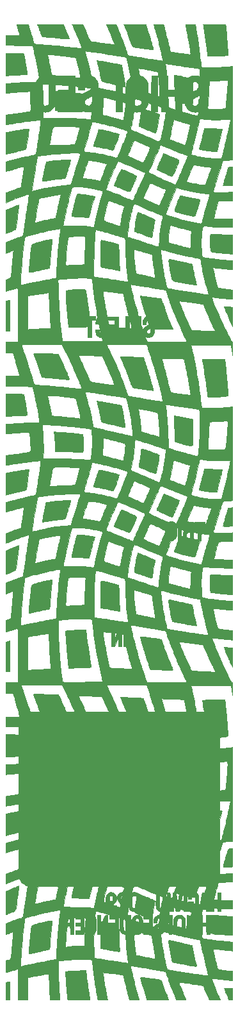
<source format=gbr>
%TF.GenerationSoftware,KiCad,Pcbnew,8.0.8*%
%TF.CreationDate,2025-01-17T16:13:05-03:00*%
%TF.ProjectId,DQ-Panel,44512d50-616e-4656-9c2e-6b696361645f,rev?*%
%TF.SameCoordinates,Original*%
%TF.FileFunction,Copper,L2,Bot*%
%TF.FilePolarity,Positive*%
%FSLAX46Y46*%
G04 Gerber Fmt 4.6, Leading zero omitted, Abs format (unit mm)*
G04 Created by KiCad (PCBNEW 8.0.8) date 2025-01-17 16:13:05*
%MOMM*%
%LPD*%
G01*
G04 APERTURE LIST*
%TA.AperFunction,NonConductor*%
%ADD10C,0.000000*%
%TD*%
%TA.AperFunction,Conductor*%
%ADD11C,0.010000*%
%TD*%
G04 APERTURE END LIST*
D10*
%TA.AperFunction,NonConductor*%
G36*
X49181150Y-43277460D02*
G01*
X49282010Y-43291250D01*
X49412470Y-43313530D01*
X49568770Y-43343480D01*
X49747140Y-43380270D01*
X49943810Y-43423080D01*
X50155020Y-43471090D01*
X50377020Y-43523490D01*
X50606020Y-43579440D01*
X50838270Y-43638140D01*
X51070010Y-43698750D01*
X51297470Y-43760460D01*
X51316580Y-43765760D01*
X51444540Y-43801840D01*
X51558760Y-43835120D01*
X51652880Y-43863640D01*
X51720540Y-43885480D01*
X51755380Y-43898690D01*
X51758300Y-43900500D01*
X51765060Y-43933110D01*
X51756950Y-44000980D01*
X51735170Y-44100230D01*
X51700940Y-44226970D01*
X51655480Y-44377300D01*
X51600000Y-44547340D01*
X51535720Y-44733200D01*
X51463840Y-44930970D01*
X51385590Y-45136790D01*
X51322270Y-45297000D01*
X51232190Y-45516180D01*
X51153290Y-45697720D01*
X51085830Y-45841080D01*
X51030100Y-45945710D01*
X50986350Y-46011080D01*
X50954860Y-46036650D01*
X50951240Y-46037020D01*
X50915760Y-46030230D01*
X50851340Y-46012700D01*
X50769040Y-45987550D01*
X50723910Y-45972860D01*
X50548980Y-45919790D01*
X50333470Y-45863340D01*
X50078980Y-45803820D01*
X49787100Y-45741610D01*
X49459430Y-45677020D01*
X49097560Y-45610420D01*
X48818910Y-45561780D01*
X48704280Y-45541420D01*
X48601450Y-45521720D01*
X48519110Y-45504470D01*
X48465940Y-45491420D01*
X48453790Y-45487370D01*
X48423390Y-45465420D01*
X48409290Y-45428470D01*
X48411970Y-45371250D01*
X48431950Y-45288470D01*
X48469710Y-45174830D01*
X48488220Y-45124120D01*
X48533760Y-44997230D01*
X48586200Y-44843270D01*
X48646350Y-44659720D01*
X48715000Y-44444080D01*
X48792980Y-44193810D01*
X48881080Y-43906400D01*
X48924810Y-43762410D01*
X48965870Y-43628520D01*
X49003750Y-43508100D01*
X49036490Y-43407120D01*
X49062140Y-43331550D01*
X49078750Y-43287360D01*
X49083280Y-43278620D01*
X49113650Y-43272980D01*
X49181150Y-43277460D01*
G37*
%TD.AperFunction*%
%TA.AperFunction,NonConductor*%
G36*
X63243690Y-43139230D02*
G01*
X63366520Y-43141340D01*
X63512840Y-43144740D01*
X63677960Y-43149270D01*
X63857190Y-43154750D01*
X64045820Y-43161010D01*
X64239160Y-43167880D01*
X64432520Y-43175190D01*
X64621190Y-43182760D01*
X64800470Y-43190420D01*
X64965680Y-43198010D01*
X65112100Y-43205340D01*
X65235060Y-43212250D01*
X65329840Y-43218560D01*
X65391750Y-43224110D01*
X65416090Y-43228700D01*
X65416680Y-43249770D01*
X65408490Y-43303750D01*
X65391330Y-43391540D01*
X65364980Y-43514030D01*
X65329240Y-43672110D01*
X65283910Y-43866660D01*
X65228790Y-44098580D01*
X65163660Y-44368760D01*
X65088330Y-44678090D01*
X65002580Y-45027450D01*
X64997450Y-45048290D01*
X64717230Y-46186000D01*
X64451570Y-46183140D01*
X64325940Y-46180390D01*
X64193210Y-46175190D01*
X64071190Y-46168350D01*
X63995410Y-46162440D01*
X63873600Y-46149440D01*
X63730850Y-46131590D01*
X63572900Y-46109830D01*
X63405480Y-46085130D01*
X63234330Y-46058460D01*
X63065180Y-46030760D01*
X62903760Y-46003010D01*
X62755810Y-45976170D01*
X62627060Y-45951190D01*
X62523240Y-45929030D01*
X62450080Y-45910660D01*
X62413870Y-45897390D01*
X62403110Y-45880630D01*
X62400020Y-45846110D01*
X62405280Y-45790800D01*
X62419530Y-45711650D01*
X62443430Y-45605610D01*
X62477630Y-45469650D01*
X62522790Y-45300730D01*
X62579570Y-45095810D01*
X62609350Y-44990080D01*
X62700770Y-44663290D01*
X62779690Y-44373260D01*
X62846980Y-44116550D01*
X62903490Y-43889730D01*
X62950100Y-43689400D01*
X62987650Y-43512110D01*
X63010110Y-43393800D01*
X63027970Y-43297790D01*
X63044030Y-43218100D01*
X63056450Y-43163370D01*
X63063170Y-43142430D01*
X63087320Y-43139610D01*
X63149060Y-43138600D01*
X63243690Y-43139230D01*
G37*
%TD.AperFunction*%
%TA.AperFunction,NonConductor*%
G36*
X57757240Y-46485090D02*
G01*
X57836810Y-46511820D01*
X57948100Y-46554290D01*
X58094070Y-46613500D01*
X58134360Y-46630220D01*
X58422150Y-46750450D01*
X58673090Y-46856160D01*
X58889680Y-46948480D01*
X59074430Y-47028530D01*
X59229820Y-47097430D01*
X59358350Y-47156310D01*
X59462520Y-47206270D01*
X59544830Y-47248460D01*
X59607760Y-47283980D01*
X59650960Y-47311930D01*
X59694400Y-47355610D01*
X59708850Y-47413670D01*
X59709160Y-47428130D01*
X59700280Y-47476550D01*
X59674460Y-47560180D01*
X59632910Y-47676010D01*
X59576850Y-47821010D01*
X59507500Y-47992160D01*
X59426090Y-48186430D01*
X59333840Y-48400810D01*
X59231950Y-48632280D01*
X59142880Y-48830950D01*
X59060110Y-49011280D01*
X58990550Y-49155730D01*
X58931930Y-49267810D01*
X58881990Y-49351020D01*
X58838440Y-49408880D01*
X58799020Y-49444910D01*
X58761450Y-49462610D01*
X58732320Y-49465960D01*
X58700400Y-49457270D01*
X58635560Y-49433200D01*
X58543330Y-49396020D01*
X58429270Y-49348050D01*
X58298920Y-49291560D01*
X58157810Y-49228840D01*
X58153410Y-49226860D01*
X57881050Y-49104050D01*
X57645060Y-48997200D01*
X57443100Y-48905150D01*
X57272800Y-48826790D01*
X57131810Y-48760970D01*
X57017780Y-48706570D01*
X56928340Y-48662450D01*
X56861150Y-48627470D01*
X56813850Y-48600500D01*
X56784080Y-48580400D01*
X56769480Y-48566050D01*
X56767010Y-48559290D01*
X56775730Y-48527550D01*
X56801200Y-48459810D01*
X56842370Y-48358480D01*
X56898220Y-48225970D01*
X56967710Y-48064690D01*
X57049810Y-47877060D01*
X57143490Y-47665490D01*
X57247720Y-47432400D01*
X57275180Y-47371330D01*
X57337520Y-47231610D01*
X57401700Y-47085710D01*
X57462680Y-46945200D01*
X57515440Y-46821630D01*
X57550620Y-46737250D01*
X57591290Y-46642290D01*
X57629360Y-46561360D01*
X57660670Y-46502820D01*
X57681020Y-46475090D01*
X57681480Y-46474780D01*
X57706440Y-46473080D01*
X57757240Y-46485090D01*
G37*
%TD.AperFunction*%
%TA.AperFunction,NonConductor*%
G36*
X45218880Y-47290340D02*
G01*
X45302020Y-47297750D01*
X45348580Y-47309810D01*
X45355180Y-47314820D01*
X45358720Y-47333340D01*
X45354130Y-47373240D01*
X45340620Y-47437570D01*
X45317400Y-47529390D01*
X45283690Y-47651770D01*
X45238720Y-47807760D01*
X45181700Y-48000430D01*
X45169940Y-48039780D01*
X45113380Y-48229360D01*
X45054390Y-48428350D01*
X44995720Y-48627350D01*
X44940110Y-48817000D01*
X44890330Y-48987930D01*
X44849130Y-49130750D01*
X44838030Y-49169590D01*
X44791340Y-49329930D01*
X44752800Y-49453640D01*
X44720750Y-49545300D01*
X44693550Y-49609460D01*
X44669550Y-49650700D01*
X44660740Y-49661510D01*
X44623700Y-49693310D01*
X44572890Y-49720120D01*
X44503560Y-49742980D01*
X44410990Y-49762890D01*
X44290440Y-49780860D01*
X44137180Y-49797910D01*
X43946480Y-49815040D01*
X43940000Y-49815580D01*
X43731520Y-49833890D01*
X43531940Y-49853890D01*
X43334370Y-49876550D01*
X43131930Y-49902810D01*
X42917730Y-49933640D01*
X42684880Y-49969990D01*
X42426510Y-50012830D01*
X42135740Y-50063100D01*
X42037730Y-50080390D01*
X41932620Y-50097730D01*
X41834510Y-50111670D01*
X41755750Y-50120580D01*
X41714940Y-50123000D01*
X41661800Y-50120530D01*
X41638600Y-50105750D01*
X41632950Y-50067560D01*
X41632830Y-50049450D01*
X41637330Y-49997140D01*
X41650470Y-49906530D01*
X41671660Y-49780640D01*
X41700350Y-49622500D01*
X41735950Y-49435130D01*
X41777910Y-49221550D01*
X41825660Y-48984780D01*
X41878620Y-48727850D01*
X41907790Y-48588410D01*
X41956780Y-48356270D01*
X41998200Y-48162210D01*
X42032870Y-48002820D01*
X42061610Y-47874700D01*
X42085250Y-47774430D01*
X42104610Y-47698600D01*
X42120510Y-47643810D01*
X42133770Y-47606640D01*
X42145230Y-47583680D01*
X42152510Y-47574340D01*
X42191340Y-47554800D01*
X42267550Y-47533930D01*
X42377050Y-47512050D01*
X42515710Y-47489520D01*
X42679440Y-47466640D01*
X42864110Y-47443770D01*
X43065640Y-47421220D01*
X43279890Y-47399340D01*
X43502780Y-47378460D01*
X43730180Y-47358910D01*
X43957980Y-47341020D01*
X44182090Y-47325130D01*
X44398380Y-47311570D01*
X44602760Y-47300670D01*
X44791100Y-47292760D01*
X44959310Y-47288180D01*
X45103270Y-47287270D01*
X45218880Y-47290340D01*
G37*
%TD.AperFunction*%
%TA.AperFunction,NonConductor*%
G36*
X52151700Y-48545280D02*
G01*
X52223560Y-48569420D01*
X52329950Y-48610850D01*
X52469180Y-48668840D01*
X52639530Y-48742650D01*
X52839300Y-48831570D01*
X53066780Y-48934850D01*
X53320270Y-49051760D01*
X53395650Y-49086840D01*
X53576240Y-49171220D01*
X53722140Y-49240020D01*
X53837170Y-49295290D01*
X53925130Y-49339050D01*
X53989830Y-49373340D01*
X54035100Y-49400180D01*
X54064730Y-49421620D01*
X54082550Y-49439690D01*
X54092360Y-49456410D01*
X54093400Y-49459010D01*
X54093410Y-49504350D01*
X54072820Y-49586630D01*
X54031650Y-49705830D01*
X53969910Y-49861900D01*
X53887620Y-50054820D01*
X53784790Y-50284550D01*
X53748640Y-50363450D01*
X53677980Y-50517560D01*
X53607450Y-50672480D01*
X53540720Y-50820060D01*
X53481470Y-50952160D01*
X53433370Y-51060630D01*
X53404970Y-51125900D01*
X53347080Y-51255060D01*
X53297620Y-51349060D01*
X53251990Y-51413040D01*
X53205600Y-51452120D01*
X53153840Y-51471440D01*
X53092140Y-51476130D01*
X53091380Y-51476120D01*
X53007070Y-51467310D01*
X52915440Y-51446940D01*
X52882910Y-51436590D01*
X52831990Y-51417000D01*
X52749630Y-51383780D01*
X52643290Y-51339990D01*
X52520410Y-51288710D01*
X52388450Y-51233030D01*
X52343160Y-51213780D01*
X52128070Y-51122810D01*
X51926720Y-51038920D01*
X51742860Y-50963610D01*
X51580250Y-50898360D01*
X51442630Y-50844680D01*
X51333760Y-50804050D01*
X51257400Y-50777970D01*
X51226450Y-50769410D01*
X51164460Y-50745680D01*
X51135570Y-50704660D01*
X51137290Y-50640330D01*
X51151770Y-50588660D01*
X51179580Y-50513460D01*
X51222960Y-50405670D01*
X51279380Y-50270960D01*
X51346290Y-50115000D01*
X51421150Y-49943470D01*
X51501420Y-49762040D01*
X51584570Y-49576380D01*
X51668040Y-49392170D01*
X51749320Y-49215070D01*
X51825840Y-49050760D01*
X51895080Y-48904920D01*
X51954490Y-48783200D01*
X51999960Y-48694270D01*
X52043400Y-48620220D01*
X52083410Y-48565830D01*
X52113340Y-48539960D01*
X52116100Y-48539170D01*
X52151700Y-48545280D01*
G37*
%TD.AperFunction*%
%TA.AperFunction,NonConductor*%
G36*
X59999180Y-52045880D02*
G01*
X60073490Y-52057700D01*
X60171990Y-52076370D01*
X60298780Y-52102480D01*
X60457950Y-52136590D01*
X60653600Y-52179270D01*
X60693410Y-52188000D01*
X60884750Y-52228820D01*
X61095290Y-52271780D01*
X61312210Y-52314400D01*
X61522660Y-52354180D01*
X61713810Y-52388640D01*
X61830430Y-52408460D01*
X62019650Y-52439910D01*
X62170980Y-52466210D01*
X62288430Y-52488440D01*
X62375970Y-52507660D01*
X62437610Y-52524960D01*
X62477330Y-52541380D01*
X62499120Y-52558010D01*
X62506990Y-52575920D01*
X62506380Y-52589520D01*
X62498180Y-52619380D01*
X62478410Y-52684230D01*
X62448740Y-52778880D01*
X62410810Y-52898090D01*
X62366280Y-53036670D01*
X62316800Y-53189400D01*
X62291410Y-53267320D01*
X62234770Y-53442330D01*
X62177720Y-53621240D01*
X62122920Y-53795510D01*
X62073040Y-53956620D01*
X62030740Y-54096040D01*
X61998660Y-54205220D01*
X61994520Y-54219820D01*
X61961450Y-54334080D01*
X61929850Y-54437910D01*
X61902510Y-54522580D01*
X61882190Y-54579340D01*
X61875760Y-54594100D01*
X61831730Y-54652580D01*
X61766970Y-54690870D01*
X61677240Y-54709720D01*
X61558320Y-54709870D01*
X61405970Y-54692050D01*
X61360160Y-54684530D01*
X61194170Y-54652760D01*
X60990970Y-54608270D01*
X60753490Y-54551750D01*
X60484670Y-54483910D01*
X60187450Y-54405470D01*
X60078430Y-54375960D01*
X59831370Y-54307980D01*
X59624160Y-54249410D01*
X59455490Y-54199830D01*
X59324030Y-54158830D01*
X59228470Y-54126000D01*
X59167490Y-54100900D01*
X59139760Y-54083140D01*
X59137660Y-54078400D01*
X59145000Y-54025480D01*
X59165800Y-53938890D01*
X59198250Y-53823780D01*
X59240550Y-53685260D01*
X59290880Y-53528460D01*
X59347420Y-53358520D01*
X59408380Y-53180560D01*
X59471930Y-52999700D01*
X59536260Y-52821070D01*
X59599570Y-52649800D01*
X59660040Y-52491010D01*
X59715870Y-52349840D01*
X59765230Y-52231400D01*
X59806320Y-52140840D01*
X59837330Y-52083260D01*
X59847350Y-52069660D01*
X59862070Y-52055760D01*
X59880510Y-52045870D01*
X59906790Y-52040540D01*
X59944980Y-52040350D01*
X59999180Y-52045880D01*
G37*
%TD.AperFunction*%
%TA.AperFunction,NonConductor*%
G36*
X46544110Y-51820060D02*
G01*
X46709010Y-51832030D01*
X46912300Y-51852370D01*
X46966860Y-51858480D01*
X47265590Y-51893820D01*
X47527120Y-51927790D01*
X47756510Y-51961230D01*
X47958850Y-51994960D01*
X48139200Y-52029800D01*
X48302640Y-52066600D01*
X48409360Y-52093860D01*
X48571310Y-52137340D01*
X48466890Y-52447790D01*
X48404690Y-52641340D01*
X48335540Y-52872250D01*
X48260600Y-53136320D01*
X48181010Y-53429350D01*
X48097940Y-53747140D01*
X48012520Y-54085500D01*
X47969290Y-54261080D01*
X47923730Y-54444910D01*
X47885940Y-54590830D01*
X47854880Y-54702340D01*
X47829500Y-54782950D01*
X47808750Y-54836140D01*
X47791600Y-54865430D01*
X47787530Y-54869620D01*
X47742540Y-54892630D01*
X47671610Y-54903070D01*
X47570630Y-54900990D01*
X47435490Y-54886420D01*
X47347830Y-54873530D01*
X47165260Y-54849250D01*
X46955840Y-54828710D01*
X46734970Y-54813050D01*
X46518050Y-54803400D01*
X46354060Y-54800750D01*
X46224060Y-54799600D01*
X46071630Y-54796510D01*
X45916630Y-54791990D01*
X45790390Y-54787040D01*
X45492360Y-54773410D01*
X45518580Y-54623080D01*
X45535640Y-54534440D01*
X45560900Y-54415860D01*
X45593300Y-54271510D01*
X45631790Y-54105560D01*
X45675300Y-53922210D01*
X45722790Y-53725620D01*
X45773200Y-53519980D01*
X45825460Y-53309460D01*
X45878530Y-53098260D01*
X45931350Y-52890540D01*
X45982850Y-52690480D01*
X46031990Y-52502280D01*
X46077710Y-52330090D01*
X46118940Y-52178120D01*
X46154640Y-52050520D01*
X46183750Y-51951490D01*
X46205210Y-51885210D01*
X46217970Y-51855850D01*
X46218130Y-51855670D01*
X46254600Y-51834260D01*
X46319410Y-51821180D01*
X46415080Y-51816450D01*
X46544110Y-51820060D01*
G37*
%TD.AperFunction*%
%TA.AperFunction,NonConductor*%
G36*
X54330650Y-54237380D02*
G01*
X54388300Y-54260230D01*
X54475660Y-54295930D01*
X54588140Y-54342530D01*
X54721150Y-54398100D01*
X54870100Y-54460670D01*
X55030410Y-54528320D01*
X55197480Y-54599080D01*
X55366740Y-54671020D01*
X55533600Y-54742180D01*
X55693460Y-54810620D01*
X55841740Y-54874390D01*
X55973850Y-54931560D01*
X56085210Y-54980160D01*
X56171220Y-55018250D01*
X56227310Y-55043890D01*
X56230930Y-55045620D01*
X56360660Y-55117290D01*
X56451450Y-55188940D01*
X56502080Y-55259470D01*
X56513000Y-55309030D01*
X56507840Y-55353440D01*
X56493850Y-55427810D01*
X56473250Y-55521230D01*
X56451800Y-55609020D01*
X56433330Y-55685150D01*
X56415100Y-55769040D01*
X56396420Y-55864830D01*
X56376640Y-55976680D01*
X56355070Y-56108720D01*
X56331060Y-56265100D01*
X56303920Y-56449970D01*
X56272990Y-56667460D01*
X56237600Y-56921720D01*
X56227530Y-56994710D01*
X56203250Y-57164700D01*
X56182010Y-57296980D01*
X56162620Y-57395920D01*
X56143920Y-57465940D01*
X56124700Y-57511430D01*
X56103790Y-57536780D01*
X56080010Y-57546400D01*
X56079060Y-57546510D01*
X56047740Y-57541040D01*
X55982690Y-57523200D01*
X55890030Y-57494900D01*
X55775880Y-57458060D01*
X55646360Y-57414560D01*
X55560500Y-57384910D01*
X55212700Y-57263200D01*
X54904510Y-57154630D01*
X54636010Y-57059220D01*
X54407260Y-56977000D01*
X54218330Y-56908000D01*
X54069290Y-56852240D01*
X53960220Y-56809750D01*
X53891170Y-56780550D01*
X53862230Y-56764660D01*
X53861660Y-56763980D01*
X53853050Y-56728030D01*
X53849550Y-56656960D01*
X53850720Y-56557620D01*
X53856150Y-56436850D01*
X53865420Y-56301520D01*
X53878090Y-56158460D01*
X53893760Y-56014520D01*
X53911980Y-55876560D01*
X53919450Y-55827410D01*
X53957220Y-55599500D01*
X53997390Y-55376730D01*
X54039040Y-55162910D01*
X54081230Y-54961860D01*
X54123040Y-54777400D01*
X54163550Y-54613330D01*
X54201830Y-54473470D01*
X54236950Y-54361620D01*
X54267990Y-54281620D01*
X54294030Y-54237260D01*
X54307290Y-54229330D01*
X54330650Y-54237380D01*
G37*
%TD.AperFunction*%
%TA.AperFunction,NonConductor*%
G36*
X49499150Y-57917720D02*
G01*
X49590420Y-57933020D01*
X49711790Y-57956920D01*
X49857900Y-57988100D01*
X50023390Y-58025260D01*
X50202890Y-58067080D01*
X50391050Y-58112250D01*
X50582510Y-58159460D01*
X50771910Y-58207410D01*
X50953880Y-58254760D01*
X51123070Y-58300230D01*
X51274110Y-58342490D01*
X51401640Y-58380230D01*
X51500320Y-58412150D01*
X51530060Y-58422830D01*
X51599260Y-58454610D01*
X51654540Y-58490470D01*
X51676510Y-58512760D01*
X51690920Y-58541030D01*
X51703680Y-58581250D01*
X51715080Y-58636680D01*
X51725350Y-58710550D01*
X51734760Y-58806080D01*
X51743570Y-58926520D01*
X51752030Y-59075100D01*
X51760410Y-59255070D01*
X51768960Y-59469640D01*
X51777940Y-59722060D01*
X51781550Y-59829620D01*
X51794100Y-60196710D01*
X51806050Y-60522630D01*
X51817460Y-60808540D01*
X51828390Y-61055590D01*
X51838900Y-61264950D01*
X51849040Y-61437780D01*
X51858880Y-61575240D01*
X51868480Y-61678470D01*
X51877900Y-61748650D01*
X51879810Y-61759070D01*
X51889740Y-61825310D01*
X51891650Y-61875150D01*
X51888270Y-61891360D01*
X51874860Y-61902710D01*
X51848990Y-61908630D01*
X51806430Y-61908560D01*
X51742980Y-61901960D01*
X51654420Y-61888300D01*
X51536520Y-61867010D01*
X51385070Y-61837560D01*
X51227900Y-61805920D01*
X51049760Y-61770460D01*
X50844870Y-61730940D01*
X50628290Y-61690160D01*
X50415030Y-61650940D01*
X50220130Y-61616120D01*
X50169570Y-61607310D01*
X49970560Y-61572760D01*
X49809250Y-61544350D01*
X49681600Y-61521170D01*
X49583560Y-61502280D01*
X49511100Y-61486770D01*
X49460180Y-61473720D01*
X49426750Y-61462200D01*
X49406780Y-61451290D01*
X49396220Y-61440070D01*
X49391670Y-61429730D01*
X49380820Y-61373050D01*
X49371140Y-61278330D01*
X49362630Y-61149860D01*
X49355280Y-60991930D01*
X49349110Y-60808800D01*
X49344100Y-60604770D01*
X49340260Y-60384130D01*
X49337600Y-60151140D01*
X49336100Y-59910100D01*
X49335770Y-59665290D01*
X49336610Y-59420990D01*
X49338630Y-59181490D01*
X49341810Y-58951060D01*
X49346160Y-58733990D01*
X49351690Y-58534570D01*
X49358380Y-58357070D01*
X49366250Y-58205780D01*
X49375290Y-58084980D01*
X49385500Y-57998950D01*
X49391490Y-57968500D01*
X49415710Y-57923760D01*
X49443340Y-57912330D01*
X49499150Y-57917720D01*
G37*
%TD.AperFunction*%
%TA.AperFunction,NonConductor*%
G36*
X42863680Y-57789750D02*
G01*
X42903510Y-57807000D01*
X42925610Y-57843060D01*
X42932110Y-57903910D01*
X42925180Y-57995540D01*
X42912580Y-58087200D01*
X42895500Y-58212120D01*
X42875630Y-58377420D01*
X42853180Y-58581280D01*
X42828310Y-58821850D01*
X42801220Y-59097290D01*
X42772080Y-59405770D01*
X42741080Y-59745440D01*
X42708410Y-60114470D01*
X42690130Y-60325330D01*
X42667870Y-60584620D01*
X42648950Y-60805000D01*
X42632880Y-60989720D01*
X42619200Y-61142020D01*
X42607400Y-61265150D01*
X42597010Y-61362360D01*
X42587540Y-61436900D01*
X42578520Y-61492010D01*
X42569460Y-61530940D01*
X42559870Y-61556940D01*
X42549270Y-61573260D01*
X42537190Y-61583150D01*
X42523130Y-61589850D01*
X42506620Y-61596610D01*
X42500660Y-61599350D01*
X42455300Y-61615040D01*
X42376890Y-61635690D01*
X42274150Y-61659270D01*
X42155780Y-61683750D01*
X42066750Y-61700620D01*
X41970150Y-61718430D01*
X41875760Y-61736400D01*
X41778950Y-61755520D01*
X41675080Y-61776780D01*
X41559520Y-61801200D01*
X41427620Y-61829760D01*
X41274760Y-61863460D01*
X41096290Y-61903300D01*
X40887580Y-61950280D01*
X40644000Y-62005390D01*
X40542750Y-62028340D01*
X40343960Y-62071300D01*
X40182650Y-62101230D01*
X40056100Y-62118400D01*
X39961580Y-62123050D01*
X39896360Y-62115430D01*
X39857730Y-62095790D01*
X39854050Y-62091800D01*
X39843690Y-62070930D01*
X39839080Y-62035560D01*
X39840380Y-61978920D01*
X39847760Y-61894240D01*
X39861400Y-61774760D01*
X39862090Y-61769010D01*
X39871660Y-61684720D01*
X39884370Y-61564450D01*
X39899620Y-61414430D01*
X39916790Y-61240850D01*
X39935280Y-61049910D01*
X39954470Y-60847820D01*
X39973750Y-60640780D01*
X39982300Y-60547580D01*
X40013400Y-60212050D01*
X40043100Y-59901690D01*
X40071190Y-59618450D01*
X40097440Y-59364310D01*
X40121650Y-59141220D01*
X40143590Y-58951160D01*
X40163050Y-58796090D01*
X40179800Y-58677980D01*
X40193640Y-58598800D01*
X40201160Y-58568500D01*
X40231250Y-58516320D01*
X40288980Y-58465190D01*
X40377560Y-58413360D01*
X40500150Y-58359110D01*
X40659950Y-58300700D01*
X40743830Y-58272920D01*
X40871320Y-58233700D01*
X41023430Y-58190120D01*
X41194810Y-58143470D01*
X41380120Y-58095000D01*
X41574000Y-58045970D01*
X41771120Y-57997660D01*
X41966130Y-57951320D01*
X42153680Y-57908230D01*
X42328440Y-57869640D01*
X42485040Y-57836820D01*
X42618160Y-57811050D01*
X42722450Y-57793570D01*
X42792550Y-57785660D01*
X42803940Y-57785330D01*
X42863680Y-57789750D01*
G37*
%TD.AperFunction*%
%TA.AperFunction,NonConductor*%
G36*
X58469830Y-60414510D02*
G01*
X58536150Y-60427190D01*
X58631630Y-60446790D01*
X58750210Y-60472040D01*
X58885860Y-60501680D01*
X59004200Y-60528060D01*
X59149070Y-60560310D01*
X59326610Y-60599320D01*
X59528020Y-60643170D01*
X59744520Y-60689980D01*
X59967340Y-60737830D01*
X60187690Y-60784840D01*
X60375910Y-60824700D01*
X60600200Y-60872060D01*
X60786810Y-60911680D01*
X60939480Y-60944560D01*
X61061940Y-60971680D01*
X61157950Y-60994020D01*
X61231240Y-61012570D01*
X61285560Y-61028300D01*
X61324650Y-61042200D01*
X61352250Y-61055260D01*
X61372110Y-61068460D01*
X61387970Y-61082780D01*
X61397970Y-61093240D01*
X61424280Y-61124780D01*
X61445970Y-61161310D01*
X61464980Y-61209450D01*
X61483270Y-61275800D01*
X61502790Y-61366960D01*
X61525470Y-61489540D01*
X61540910Y-61578010D01*
X61574100Y-61758270D01*
X61617790Y-61975680D01*
X61671200Y-62226630D01*
X61733530Y-62507480D01*
X61804000Y-62814590D01*
X61881800Y-63144340D01*
X61897280Y-63209010D01*
X61928240Y-63339810D01*
X61956560Y-63462980D01*
X61980380Y-63570060D01*
X61997810Y-63652630D01*
X62006810Y-63701130D01*
X62021140Y-63796660D01*
X61918190Y-63794570D01*
X61857200Y-63790660D01*
X61766470Y-63781560D01*
X61658080Y-63768600D01*
X61544100Y-63753120D01*
X61540080Y-63752540D01*
X61438880Y-63737280D01*
X61306140Y-63716390D01*
X61147770Y-63690870D01*
X60969680Y-63661710D01*
X60777770Y-63629920D01*
X60577960Y-63596500D01*
X60376160Y-63562450D01*
X60178270Y-63528750D01*
X59990220Y-63496420D01*
X59817890Y-63466460D01*
X59667210Y-63439850D01*
X59544090Y-63417600D01*
X59454440Y-63400720D01*
X59428810Y-63395600D01*
X59245540Y-63353590D01*
X59099130Y-63308950D01*
X58984080Y-63258020D01*
X58894930Y-63197190D01*
X58826190Y-63122820D01*
X58772400Y-63031290D01*
X58733510Y-62934940D01*
X58720700Y-62887520D01*
X58701990Y-62803770D01*
X58678380Y-62689110D01*
X58650850Y-62548970D01*
X58620380Y-62388800D01*
X58587960Y-62214020D01*
X58554570Y-62030060D01*
X58521200Y-61842360D01*
X58488840Y-61656350D01*
X58458460Y-61477470D01*
X58431060Y-61311140D01*
X58407620Y-61162790D01*
X58389130Y-61037870D01*
X58387800Y-61028390D01*
X58369320Y-60873280D01*
X58358530Y-60731890D01*
X58355560Y-60610920D01*
X58360530Y-60517040D01*
X58373580Y-60456940D01*
X58376410Y-60450940D01*
X58410960Y-60417760D01*
X58438730Y-60410000D01*
X58469830Y-60414510D01*
G37*
%TD.AperFunction*%
%TA.AperFunction,NonConductor*%
G36*
X46791280Y-64388790D02*
G01*
X46964790Y-64396780D01*
X47111090Y-64409640D01*
X47224140Y-64427370D01*
X47262980Y-64437080D01*
X47346080Y-64476530D01*
X47394160Y-64537990D01*
X47410920Y-64626370D01*
X47411020Y-64633320D01*
X47414140Y-64679260D01*
X47422860Y-64762930D01*
X47436620Y-64880190D01*
X47454840Y-65026880D01*
X47476960Y-65198870D01*
X47502400Y-65392000D01*
X47530590Y-65602120D01*
X47560960Y-65825100D01*
X47592950Y-66056770D01*
X47625980Y-66293000D01*
X47659470Y-66529630D01*
X47692870Y-66762520D01*
X47725600Y-66987530D01*
X47757090Y-67200500D01*
X47786760Y-67397280D01*
X47814050Y-67573740D01*
X47825280Y-67644630D01*
X47843060Y-67756540D01*
X47858210Y-67852970D01*
X47869560Y-67926500D01*
X47875980Y-67969770D01*
X47877000Y-67978000D01*
X47897080Y-67981020D01*
X47952970Y-67983650D01*
X48038170Y-67985740D01*
X48146150Y-67987130D01*
X48270390Y-67987660D01*
X48277240Y-67987660D01*
X48677480Y-67987660D01*
X48685680Y-68215210D01*
X48688370Y-68309630D01*
X48689270Y-68388060D01*
X48688350Y-68441040D01*
X48686350Y-68458620D01*
X48663510Y-68464790D01*
X48606870Y-68469830D01*
X48524960Y-68473240D01*
X48426310Y-68474500D01*
X48173700Y-68474500D01*
X48162750Y-70707580D01*
X47924620Y-70713560D01*
X47686500Y-70719550D01*
X47686500Y-70030940D01*
X47686030Y-69865030D01*
X47684700Y-69713510D01*
X47682620Y-69581340D01*
X47679910Y-69473480D01*
X47676680Y-69394910D01*
X47673050Y-69350580D01*
X47670620Y-69342480D01*
X47646520Y-69343340D01*
X47584960Y-69345710D01*
X47490800Y-69349400D01*
X47368900Y-69354220D01*
X47224090Y-69359970D01*
X47061220Y-69366480D01*
X46892750Y-69373230D01*
X46687700Y-69381280D01*
X46470270Y-69389490D01*
X46250520Y-69397500D01*
X46038530Y-69404950D01*
X45844350Y-69411500D01*
X45678050Y-69416770D01*
X45617460Y-69418560D01*
X45457170Y-69423030D01*
X45334250Y-69425920D01*
X45243750Y-69426980D01*
X45180710Y-69425960D01*
X45140180Y-69422620D01*
X45117230Y-69416710D01*
X45106890Y-69407990D01*
X45104210Y-69396210D01*
X45104160Y-69393100D01*
X45102020Y-69364470D01*
X45095880Y-69298040D01*
X45086180Y-69198100D01*
X45073340Y-69068960D01*
X45057800Y-68914910D01*
X45039980Y-68740240D01*
X45020320Y-68549270D01*
X44999380Y-68347500D01*
X44964990Y-68015050D01*
X44934990Y-67719220D01*
X44908870Y-67454550D01*
X44886150Y-67215600D01*
X44866310Y-66996920D01*
X44848880Y-66793090D01*
X44833350Y-66598640D01*
X44819220Y-66408140D01*
X44808400Y-66252000D01*
X44800420Y-66127040D01*
X44791880Y-65982200D01*
X44783040Y-65822660D01*
X44774120Y-65653650D01*
X44765370Y-65480370D01*
X44757030Y-65308030D01*
X44749340Y-65141840D01*
X44742550Y-64987020D01*
X44736890Y-64848760D01*
X44732610Y-64732280D01*
X44729950Y-64642780D01*
X44729140Y-64585490D01*
X44730280Y-64565660D01*
X44755830Y-64557410D01*
X44816220Y-64544880D01*
X44904340Y-64529200D01*
X45013030Y-64511480D01*
X45135160Y-64492860D01*
X45263600Y-64474450D01*
X45391210Y-64457370D01*
X45510860Y-64442740D01*
X45516910Y-64442050D01*
X45726870Y-64421210D01*
X45945860Y-64405130D01*
X46167840Y-64393830D01*
X46386760Y-64387330D01*
X46596580Y-64385650D01*
X46791280Y-64388790D01*
G37*
%TD.AperFunction*%
%TA.AperFunction,NonConductor*%
G36*
X40954250Y-72856110D02*
G01*
X41172910Y-72857170D01*
X41411050Y-72860090D01*
X41662300Y-72864670D01*
X41920290Y-72870700D01*
X42178660Y-72877970D01*
X42431040Y-72886290D01*
X42671070Y-72895440D01*
X42892360Y-72905230D01*
X43088560Y-72915440D01*
X43253300Y-72925870D01*
X43347330Y-72933260D01*
X43760080Y-72969580D01*
X43853270Y-73161500D01*
X43937580Y-73337550D01*
X44028550Y-73531850D01*
X44124670Y-73740880D01*
X44224430Y-73961100D01*
X44326320Y-74189000D01*
X44428850Y-74421030D01*
X44530510Y-74653690D01*
X44629780Y-74883430D01*
X44725160Y-75106730D01*
X44815150Y-75320060D01*
X44898250Y-75519900D01*
X44972930Y-75702710D01*
X45037710Y-75864980D01*
X45091070Y-76003170D01*
X45131510Y-76113750D01*
X45157520Y-76193200D01*
X45167590Y-76237990D01*
X45167660Y-76240230D01*
X45161250Y-76292340D01*
X45145880Y-76332560D01*
X45128360Y-76345550D01*
X45101640Y-76341170D01*
X45046090Y-76332810D01*
X44987750Y-76324290D01*
X44925620Y-76316510D01*
X44826220Y-76305570D01*
X44694470Y-76291910D01*
X44535270Y-76276010D01*
X44353530Y-76258310D01*
X44154160Y-76239280D01*
X43942070Y-76219390D01*
X43722170Y-76199080D01*
X43499380Y-76178820D01*
X43278590Y-76159080D01*
X43064720Y-76140300D01*
X42862680Y-76122950D01*
X42677390Y-76107490D01*
X42648830Y-76105160D01*
X42396620Y-76084240D01*
X42183950Y-76065680D01*
X42008110Y-76049160D01*
X41866390Y-76034360D01*
X41756070Y-76020980D01*
X41674460Y-76008690D01*
X41618830Y-75997170D01*
X41586490Y-75986120D01*
X41577750Y-75980230D01*
X41564690Y-75954520D01*
X41540140Y-75894380D01*
X41506230Y-75805480D01*
X41465090Y-75693480D01*
X41418820Y-75564030D01*
X41378580Y-75448910D01*
X41331410Y-75313950D01*
X41271690Y-75145160D01*
X41201530Y-74948440D01*
X41123080Y-74729660D01*
X41038460Y-74494720D01*
X40949800Y-74249490D01*
X40859210Y-73999870D01*
X40768840Y-73751730D01*
X40680810Y-73510970D01*
X40597240Y-73283460D01*
X40526330Y-73091470D01*
X40499320Y-73017910D01*
X40482480Y-72961510D01*
X40479950Y-72920000D01*
X40495870Y-72891100D01*
X40534370Y-72872530D01*
X40599600Y-72862030D01*
X40695690Y-72857310D01*
X40826790Y-72856090D01*
X40954250Y-72856110D01*
G37*
%TD.AperFunction*%
%TA.AperFunction,NonConductor*%
G36*
X52198370Y-73281730D02*
G01*
X52307210Y-73284160D01*
X52444780Y-73288090D01*
X52614300Y-73293540D01*
X52819000Y-73300530D01*
X53062130Y-73309070D01*
X53115750Y-73310970D01*
X53493370Y-73324980D01*
X53833030Y-73338870D01*
X54133920Y-73352620D01*
X54395250Y-73366180D01*
X54616230Y-73379500D01*
X54796040Y-73392550D01*
X54866110Y-73398580D01*
X55007800Y-73411570D01*
X55079900Y-73636490D01*
X55102630Y-73707090D01*
X55136590Y-73812050D01*
X55179850Y-73945510D01*
X55230510Y-74101580D01*
X55286670Y-74274380D01*
X55346400Y-74458030D01*
X55407820Y-74646670D01*
X55420930Y-74686910D01*
X55574840Y-75163330D01*
X55715230Y-75606380D01*
X55843930Y-76022130D01*
X55962810Y-76416650D01*
X56073720Y-76796010D01*
X56174000Y-77150060D01*
X56219040Y-77312250D01*
X56253450Y-77438540D01*
X56278200Y-77533750D01*
X56294240Y-77602680D01*
X56302520Y-77650170D01*
X56304000Y-77681020D01*
X56299630Y-77700050D01*
X56290360Y-77712080D01*
X56286050Y-77715600D01*
X56247140Y-77737820D01*
X56227250Y-77742330D01*
X56198200Y-77738740D01*
X56137620Y-77730590D01*
X56055860Y-77719290D01*
X56005000Y-77712160D01*
X55938480Y-77703090D01*
X55835960Y-77689510D01*
X55703440Y-77672210D01*
X55546930Y-77651950D01*
X55372430Y-77629520D01*
X55185940Y-77605680D01*
X54993460Y-77581230D01*
X54967830Y-77577980D01*
X54713650Y-77545450D01*
X54494910Y-77516600D01*
X54304960Y-77490430D01*
X54137160Y-77465950D01*
X53984870Y-77442170D01*
X53841440Y-77418110D01*
X53700240Y-77392770D01*
X53602140Y-77374300D01*
X53583430Y-77363850D01*
X53561710Y-77337040D01*
X53535570Y-77290560D01*
X53503590Y-77221090D01*
X53464360Y-77125330D01*
X53416470Y-76999970D01*
X53358510Y-76841680D01*
X53289070Y-76647170D01*
X53273140Y-76602090D01*
X53184180Y-76355010D01*
X53080290Y-76075060D01*
X52963770Y-75768050D01*
X52836910Y-75439800D01*
X52702020Y-75096100D01*
X52561380Y-74742770D01*
X52417300Y-74385600D01*
X52272080Y-74030420D01*
X52128000Y-73683010D01*
X51987370Y-73349200D01*
X51968900Y-73305790D01*
X51967280Y-73298060D01*
X51971730Y-73291740D01*
X51985490Y-73286840D01*
X52011810Y-73283370D01*
X52053900Y-73281360D01*
X52115010Y-73280810D01*
X52198370Y-73281730D01*
G37*
%TD.AperFunction*%
%TA.AperFunction,NonConductor*%
G36*
X48889260Y-79146240D02*
G01*
X48957570Y-79156940D01*
X49059920Y-79173950D01*
X49192540Y-79196580D01*
X49351610Y-79224150D01*
X49533340Y-79255990D01*
X49733960Y-79291410D01*
X49949650Y-79329750D01*
X50176620Y-79370320D01*
X50411090Y-79412440D01*
X50649250Y-79455440D01*
X50887320Y-79498630D01*
X51121490Y-79541350D01*
X51347990Y-79582900D01*
X51563000Y-79622620D01*
X51762750Y-79659820D01*
X51943430Y-79693830D01*
X51957430Y-79696480D01*
X52090280Y-79721680D01*
X52131700Y-79860710D01*
X52152180Y-79936870D01*
X52177150Y-80040860D01*
X52203410Y-80158890D01*
X52227360Y-80274910D01*
X52249390Y-80390220D01*
X52275220Y-80531270D01*
X52304010Y-80692980D01*
X52334920Y-80870290D01*
X52367110Y-81058110D01*
X52399750Y-81251370D01*
X52432000Y-81444980D01*
X52463010Y-81633860D01*
X52491950Y-81812940D01*
X52517990Y-81977130D01*
X52540270Y-82121370D01*
X52557980Y-82240560D01*
X52570260Y-82329640D01*
X52576270Y-82383520D01*
X52576720Y-82391580D01*
X52575160Y-82471570D01*
X52567590Y-82545410D01*
X52555810Y-82602250D01*
X52541630Y-82631290D01*
X52536550Y-82632900D01*
X52513970Y-82627980D01*
X52453850Y-82614580D01*
X52359920Y-82593530D01*
X52235950Y-82565690D01*
X52085670Y-82531890D01*
X51912830Y-82492980D01*
X51721180Y-82449800D01*
X51514470Y-82403190D01*
X51364330Y-82369320D01*
X51061430Y-82300820D01*
X50796940Y-82240640D01*
X50567930Y-82188050D01*
X50371430Y-82142300D01*
X50204530Y-82102650D01*
X50064260Y-82068360D01*
X49947700Y-82038690D01*
X49851890Y-82012900D01*
X49773910Y-81990240D01*
X49710800Y-81969990D01*
X49659620Y-81951390D01*
X49617440Y-81933710D01*
X49597880Y-81924540D01*
X49538270Y-81892260D01*
X49491200Y-81856440D01*
X49453890Y-81811000D01*
X49423550Y-81749860D01*
X49397390Y-81666930D01*
X49372610Y-81556130D01*
X49346440Y-81411380D01*
X49337130Y-81355740D01*
X49307070Y-81181540D01*
X49273840Y-81004240D01*
X49236140Y-80818030D01*
X49192730Y-80617110D01*
X49142310Y-80395650D01*
X49083620Y-80147860D01*
X49015380Y-79867930D01*
X48978570Y-79719290D01*
X48936530Y-79546910D01*
X48902640Y-79401110D01*
X48877540Y-79284900D01*
X48861850Y-79201300D01*
X48856190Y-79153320D01*
X48858790Y-79142520D01*
X48889260Y-79146240D01*
G37*
%TD.AperFunction*%
%TA.AperFunction,NonConductor*%
G36*
X59230010Y-81119040D02*
G01*
X59256140Y-81124500D01*
X59319350Y-81136900D01*
X59416230Y-81154700D01*
X59538650Y-81176460D01*
X59678490Y-81200750D01*
X59827650Y-81226130D01*
X59906090Y-81239270D01*
X60070640Y-81267310D01*
X60242840Y-81297750D01*
X60411180Y-81328480D01*
X60564150Y-81357400D01*
X60690260Y-81382390D01*
X60721010Y-81388780D01*
X60851000Y-81415050D01*
X60985910Y-81440390D01*
X61111200Y-81462180D01*
X61212350Y-81477810D01*
X61227120Y-81479800D01*
X61339490Y-81497520D01*
X61417640Y-81520090D01*
X61469650Y-81553340D01*
X61503610Y-81603100D01*
X61527610Y-81675200D01*
X61533780Y-81700740D01*
X61539570Y-81747680D01*
X61544700Y-81832440D01*
X61549190Y-81950670D01*
X61553020Y-82098040D01*
X61556200Y-82270220D01*
X61558740Y-82462870D01*
X61560640Y-82671650D01*
X61561900Y-82892220D01*
X61562520Y-83120250D01*
X61562520Y-83351410D01*
X61561880Y-83581340D01*
X61560620Y-83805730D01*
X61558730Y-84020230D01*
X61556220Y-84220510D01*
X61553100Y-84402230D01*
X61549360Y-84561050D01*
X61545010Y-84692630D01*
X61540050Y-84792650D01*
X61534490Y-84856750D01*
X61531600Y-84873520D01*
X61503950Y-84953680D01*
X61463430Y-85012080D01*
X61405860Y-85049510D01*
X61327040Y-85066770D01*
X61222780Y-85064660D01*
X61088890Y-85043950D01*
X60921180Y-85005440D01*
X60883910Y-84995860D01*
X60723450Y-84953460D01*
X60551060Y-84906930D01*
X60371480Y-84857620D01*
X60189420Y-84806900D01*
X60009600Y-84756130D01*
X59836750Y-84706660D01*
X59675590Y-84659870D01*
X59530840Y-84617120D01*
X59407220Y-84579770D01*
X59309470Y-84549180D01*
X59242290Y-84526710D01*
X59210420Y-84513740D01*
X59208820Y-84512540D01*
X59204370Y-84505380D01*
X59200180Y-84492030D01*
X59196120Y-84470010D01*
X59192080Y-84436870D01*
X59187930Y-84390150D01*
X59183550Y-84327380D01*
X59178830Y-84246100D01*
X59173640Y-84143850D01*
X59167860Y-84018170D01*
X59161370Y-83866590D01*
X59154050Y-83686660D01*
X59145790Y-83475920D01*
X59136450Y-83231890D01*
X59125920Y-82952120D01*
X59114080Y-82634150D01*
X59105400Y-82399650D01*
X59097920Y-82206210D01*
X59090020Y-82018340D01*
X59082020Y-81842030D01*
X59074210Y-81683280D01*
X59066880Y-81548100D01*
X59060330Y-81442480D01*
X59054860Y-81372430D01*
X59054260Y-81366500D01*
X59043780Y-81251560D01*
X59043250Y-81173240D01*
X59057140Y-81126180D01*
X59089920Y-81105030D01*
X59146050Y-81104440D01*
X59230010Y-81119040D01*
G37*
%TD.AperFunction*%
%TA.AperFunction,NonConductor*%
G36*
X43367060Y-83233770D02*
G01*
X43489860Y-83238460D01*
X43635890Y-83245180D01*
X43800380Y-83253670D01*
X43978590Y-83263710D01*
X44165760Y-83275030D01*
X44357140Y-83287400D01*
X44547980Y-83300580D01*
X44723160Y-83313510D01*
X44982000Y-83334060D01*
X45239660Y-83355920D01*
X45492570Y-83378710D01*
X45737150Y-83402020D01*
X45969810Y-83425460D01*
X46186990Y-83448620D01*
X46385080Y-83471100D01*
X46560530Y-83492510D01*
X46709730Y-83512440D01*
X46829120Y-83530510D01*
X46915110Y-83546300D01*
X46964120Y-83559410D01*
X46973270Y-83564440D01*
X46984440Y-83594840D01*
X46997240Y-83662510D01*
X47011150Y-83762450D01*
X47025620Y-83889680D01*
X47040130Y-84039180D01*
X47054140Y-84205960D01*
X47067100Y-84385010D01*
X47075670Y-84521610D01*
X47085640Y-84719360D01*
X47090250Y-84889960D01*
X47089530Y-85048260D01*
X47083480Y-85209090D01*
X47076440Y-85325950D01*
X47063870Y-85500550D01*
X47050690Y-85637490D01*
X47034320Y-85741400D01*
X47012150Y-85816900D01*
X46981580Y-85868630D01*
X46940020Y-85901200D01*
X46884850Y-85919240D01*
X46813500Y-85927390D01*
X46737100Y-85930010D01*
X46637650Y-85928890D01*
X46514300Y-85923010D01*
X46385070Y-85913420D01*
X46300080Y-85904960D01*
X46087600Y-85883940D01*
X45838150Y-85864400D01*
X45557100Y-85846620D01*
X45249790Y-85830860D01*
X44921580Y-85817400D01*
X44577820Y-85806500D01*
X44223860Y-85798440D01*
X44170460Y-85797500D01*
X43332010Y-85783240D01*
X43318630Y-85611410D01*
X43314300Y-85533990D01*
X43310520Y-85424750D01*
X43307530Y-85294210D01*
X43305580Y-85152870D01*
X43304920Y-85026830D01*
X43298970Y-84631690D01*
X43282140Y-84251080D01*
X43254940Y-83893950D01*
X43218060Y-83570190D01*
X43203540Y-83457870D01*
X43192550Y-83360890D01*
X43185800Y-83286730D01*
X43184040Y-83242840D01*
X43185460Y-83234310D01*
X43210100Y-83231450D01*
X43272220Y-83231350D01*
X43367060Y-83233770D01*
G37*
%TD.AperFunction*%
%TA.AperFunction,NonConductor*%
G36*
X54889110Y-85494230D02*
G01*
X54936840Y-85500250D01*
X54994560Y-85511810D01*
X55066510Y-85530120D01*
X55156920Y-85556450D01*
X55270050Y-85592020D01*
X55410140Y-85638060D01*
X55581430Y-85695830D01*
X55788160Y-85766560D01*
X55797540Y-85769780D01*
X56083710Y-85869050D01*
X56330780Y-85956740D01*
X56540200Y-86033440D01*
X56713400Y-86099730D01*
X56851840Y-86156180D01*
X56956950Y-86203390D01*
X57030190Y-86241940D01*
X57073000Y-86272410D01*
X57085620Y-86289200D01*
X57091330Y-86335980D01*
X57088530Y-86419150D01*
X57078130Y-86533810D01*
X57061010Y-86675070D01*
X57038040Y-86838040D01*
X57010120Y-87017830D01*
X56978130Y-87209540D01*
X56942950Y-87408280D01*
X56905480Y-87609150D01*
X56866590Y-87807270D01*
X56827170Y-87997740D01*
X56788100Y-88175670D01*
X56750280Y-88336160D01*
X56714580Y-88474320D01*
X56681890Y-88585260D01*
X56658300Y-88651620D01*
X56636790Y-88687080D01*
X56603530Y-88705030D01*
X56552040Y-88705380D01*
X56475850Y-88688050D01*
X56368470Y-88652980D01*
X56354250Y-88647950D01*
X56260480Y-88613240D01*
X56134250Y-88564420D01*
X55981970Y-88504150D01*
X55810070Y-88435060D01*
X55624970Y-88359800D01*
X55433070Y-88281010D01*
X55240810Y-88201330D01*
X55054590Y-88123400D01*
X54880850Y-88049870D01*
X54725990Y-87983380D01*
X54596440Y-87926570D01*
X54539210Y-87900820D01*
X54490280Y-87878840D01*
X54452440Y-87859250D01*
X54425220Y-87836940D01*
X54408150Y-87806820D01*
X54400790Y-87763780D01*
X54402670Y-87702700D01*
X54413340Y-87618500D01*
X54432330Y-87506050D01*
X54459200Y-87360260D01*
X54480410Y-87246530D01*
X54521310Y-87023460D01*
X54554650Y-86833510D01*
X54581560Y-86668360D01*
X54603180Y-86519680D01*
X54620650Y-86379170D01*
X54635100Y-86238500D01*
X54647680Y-86089370D01*
X54657800Y-85948700D01*
X54668460Y-85798860D01*
X54678750Y-85686040D01*
X54690850Y-85604970D01*
X54706950Y-85550430D01*
X54729220Y-85517160D01*
X54759830Y-85499910D01*
X54800970Y-85493440D01*
X54847110Y-85492500D01*
X54889110Y-85494230D01*
G37*
%TD.AperFunction*%
%TA.AperFunction,NonConductor*%
G36*
X49126840Y-88256780D02*
G01*
X49217310Y-88264950D01*
X49343050Y-88283070D01*
X49498460Y-88309900D01*
X49677990Y-88344170D01*
X49876060Y-88384630D01*
X50087100Y-88430030D01*
X50305550Y-88479120D01*
X50525830Y-88530640D01*
X50742380Y-88583340D01*
X50949620Y-88635960D01*
X51141980Y-88687260D01*
X51313890Y-88735970D01*
X51459790Y-88780850D01*
X51469330Y-88783960D01*
X51562730Y-88813770D01*
X51642720Y-88837840D01*
X51699930Y-88853440D01*
X51723570Y-88858000D01*
X51748530Y-88865920D01*
X51761010Y-88893450D01*
X51761210Y-88946230D01*
X51749330Y-89029920D01*
X51733070Y-89114180D01*
X51709180Y-89209260D01*
X51670600Y-89336530D01*
X51619810Y-89489490D01*
X51559290Y-89661640D01*
X51491510Y-89846470D01*
X51418950Y-90037470D01*
X51344080Y-90228150D01*
X51269380Y-90411990D01*
X51197330Y-90582490D01*
X51130400Y-90733150D01*
X51071060Y-90857450D01*
X51065310Y-90868830D01*
X51023540Y-90944300D01*
X50984630Y-90990350D01*
X50939150Y-91009770D01*
X50877680Y-91005360D01*
X50790810Y-90979910D01*
X50745080Y-90963840D01*
X50609140Y-90920080D01*
X50433700Y-90871970D01*
X50221300Y-90820070D01*
X49974480Y-90764930D01*
X49695780Y-90707110D01*
X49387760Y-90647150D01*
X49052950Y-90585620D01*
X48787160Y-90538990D01*
X48672830Y-90518310D01*
X48572350Y-90498220D01*
X48493590Y-90480460D01*
X48444370Y-90466730D01*
X48432620Y-90461430D01*
X48409710Y-90418020D01*
X48412250Y-90343850D01*
X48440370Y-90237760D01*
X48461840Y-90178140D01*
X48480000Y-90127050D01*
X48509110Y-90040550D01*
X48547530Y-89923670D01*
X48593660Y-89781420D01*
X48645860Y-89618810D01*
X48702520Y-89440880D01*
X48762010Y-89252630D01*
X48796220Y-89143750D01*
X48862980Y-88931070D01*
X48918450Y-88755310D01*
X48963950Y-88612970D01*
X49000790Y-88500530D01*
X49030270Y-88414510D01*
X49053690Y-88351380D01*
X49072360Y-88307660D01*
X49087600Y-88279840D01*
X49100690Y-88264420D01*
X49112950Y-88257880D01*
X49125690Y-88256740D01*
X49126840Y-88256780D01*
G37*
%TD.AperFunction*%
%TA.AperFunction,NonConductor*%
G36*
X63239980Y-88085180D02*
G01*
X63300850Y-88093960D01*
X63358020Y-88102850D01*
X63424360Y-88110810D01*
X63504060Y-88118090D01*
X63601320Y-88124920D01*
X63720340Y-88131540D01*
X63865310Y-88138180D01*
X64040420Y-88145080D01*
X64249880Y-88152470D01*
X64471660Y-88159750D01*
X64641430Y-88165460D01*
X64805030Y-88171480D01*
X64955570Y-88177510D01*
X65086160Y-88183260D01*
X65189910Y-88188440D01*
X65259930Y-88192760D01*
X65271190Y-88193660D01*
X65425130Y-88206890D01*
X65411840Y-88283740D01*
X65399270Y-88347220D01*
X65377140Y-88448470D01*
X65346230Y-88584180D01*
X65307330Y-88751060D01*
X65261230Y-88945820D01*
X65208700Y-89165170D01*
X65150530Y-89405820D01*
X65087500Y-89664460D01*
X65020400Y-89937810D01*
X64954230Y-90205570D01*
X64717230Y-91161560D01*
X64655300Y-91173940D01*
X64581360Y-91181720D01*
X64475490Y-91183340D01*
X64347640Y-91179010D01*
X64207720Y-91168950D01*
X64143580Y-91162630D01*
X63796200Y-91122800D01*
X63469590Y-91080240D01*
X63168720Y-91035680D01*
X62898540Y-90989890D01*
X62664040Y-90943610D01*
X62593120Y-90927860D01*
X62502300Y-90906450D01*
X62445060Y-90890030D01*
X62413660Y-90874410D01*
X62400340Y-90855360D01*
X62397360Y-90828690D01*
X62397330Y-90821490D01*
X62402220Y-90772990D01*
X62417190Y-90694660D01*
X62442710Y-90584630D01*
X62479250Y-90441040D01*
X62527290Y-90262020D01*
X62587290Y-90045700D01*
X62632810Y-89884580D01*
X62695630Y-89658580D01*
X62759160Y-89420830D01*
X62821230Y-89180040D01*
X62879690Y-88944910D01*
X62932370Y-88724130D01*
X62977110Y-88526410D01*
X63011750Y-88360450D01*
X63011930Y-88359510D01*
X63032660Y-88257180D01*
X63049290Y-88188490D01*
X63065080Y-88145410D01*
X63083310Y-88119920D01*
X63107230Y-88103960D01*
X63117770Y-88099050D01*
X63171280Y-88084400D01*
X63239980Y-88085180D01*
G37*
%TD.AperFunction*%
%TA.AperFunction,NonConductor*%
G36*
X57744010Y-91423570D02*
G01*
X57788930Y-91438160D01*
X57855270Y-91464870D01*
X57948190Y-91505490D01*
X58072890Y-91561750D01*
X58113390Y-91580180D01*
X58356020Y-91690260D01*
X58566930Y-91784940D01*
X58752610Y-91867020D01*
X58919570Y-91939340D01*
X59074290Y-92004700D01*
X59223270Y-92065930D01*
X59357790Y-92119810D01*
X59467320Y-92164010D01*
X59564330Y-92204660D01*
X59641310Y-92238520D01*
X59690750Y-92262310D01*
X59704000Y-92270330D01*
X59720150Y-92291750D01*
X59727640Y-92324370D01*
X59725490Y-92370940D01*
X59712750Y-92434240D01*
X59688480Y-92517030D01*
X59651710Y-92622060D01*
X59601490Y-92752110D01*
X59536870Y-92909930D01*
X59456890Y-93098290D01*
X59360590Y-93319950D01*
X59270220Y-93525250D01*
X59175420Y-93738950D01*
X59095470Y-93916970D01*
X59028480Y-94062550D01*
X58972600Y-94178900D01*
X58925950Y-94269250D01*
X58886660Y-94336830D01*
X58852870Y-94384860D01*
X58822700Y-94416570D01*
X58794300Y-94435170D01*
X58765790Y-94443900D01*
X58736800Y-94445980D01*
X58704030Y-94437530D01*
X58638190Y-94413680D01*
X58544660Y-94376620D01*
X58428860Y-94328570D01*
X58296200Y-94271740D01*
X58152090Y-94208340D01*
X58121660Y-94194750D01*
X57833500Y-94065360D01*
X57582820Y-93952110D01*
X57368260Y-93854340D01*
X57188420Y-93771430D01*
X57041930Y-93702730D01*
X56927400Y-93647620D01*
X56874580Y-93621380D01*
X56804670Y-93584230D01*
X56766230Y-93557030D01*
X56751930Y-93532740D01*
X56754140Y-93505600D01*
X56765820Y-93474870D01*
X56793130Y-93410820D01*
X56833820Y-93318490D01*
X56885640Y-93202940D01*
X56946320Y-93069200D01*
X57013630Y-92922330D01*
X57049100Y-92845440D01*
X57128670Y-92672410D01*
X57211400Y-92490770D01*
X57293150Y-92309730D01*
X57369770Y-92138520D01*
X57437120Y-91986380D01*
X57491050Y-91862520D01*
X57495100Y-91853080D01*
X57547170Y-91732930D01*
X57595280Y-91624460D01*
X57636350Y-91534380D01*
X57667350Y-91469380D01*
X57685190Y-91436150D01*
X57685960Y-91435070D01*
X57697700Y-91423790D01*
X57715330Y-91419370D01*
X57744010Y-91423570D01*
G37*
%TD.AperFunction*%
%TA.AperFunction,NonConductor*%
G36*
X45242360Y-92236440D02*
G01*
X45297920Y-92241590D01*
X45336210Y-92250180D01*
X45359990Y-92262120D01*
X45372010Y-92277320D01*
X45372420Y-92278350D01*
X45368780Y-92303820D01*
X45354110Y-92365570D01*
X45329590Y-92459350D01*
X45296380Y-92580920D01*
X45255670Y-92726020D01*
X45208620Y-92890390D01*
X45156410Y-93069790D01*
X45117640Y-93201330D01*
X45059160Y-93398910D01*
X45001890Y-93592930D01*
X44947490Y-93777680D01*
X44897660Y-93947430D01*
X44854050Y-94096490D01*
X44818340Y-94219150D01*
X44792210Y-94309680D01*
X44783540Y-94340160D01*
X44752350Y-94447140D01*
X44722360Y-94533310D01*
X44688670Y-94601350D01*
X44646430Y-94653990D01*
X44590740Y-94693900D01*
X44516750Y-94723800D01*
X44419560Y-94746380D01*
X44294310Y-94764340D01*
X44136120Y-94780380D01*
X43961160Y-94795430D01*
X43732570Y-94815780D01*
X43515890Y-94837830D01*
X43302870Y-94862720D01*
X43085250Y-94891570D01*
X42854780Y-94925500D01*
X42603180Y-94965640D01*
X42322210Y-95013100D01*
X42183160Y-95037300D01*
X42025950Y-95064660D01*
X41905100Y-95085130D01*
X41815330Y-95099400D01*
X41751370Y-95108210D01*
X41707940Y-95112250D01*
X41679750Y-95112250D01*
X41661540Y-95108910D01*
X41659290Y-95108150D01*
X41641870Y-95081950D01*
X41633210Y-95027020D01*
X41632830Y-95010970D01*
X41636950Y-94975720D01*
X41648670Y-94903740D01*
X41667070Y-94799750D01*
X41691210Y-94668490D01*
X41720160Y-94514670D01*
X41752990Y-94343040D01*
X41788750Y-94158320D01*
X41826510Y-93965230D01*
X41865350Y-93768500D01*
X41904320Y-93572880D01*
X41942500Y-93383070D01*
X41978950Y-93203810D01*
X42012730Y-93039830D01*
X42042900Y-92895860D01*
X42068550Y-92776630D01*
X42088730Y-92686860D01*
X42102510Y-92631280D01*
X42103880Y-92626470D01*
X42125430Y-92566490D01*
X42151930Y-92535090D01*
X42195540Y-92519150D01*
X42205030Y-92517130D01*
X42283540Y-92503550D01*
X42398680Y-92486920D01*
X42544920Y-92467850D01*
X42716720Y-92446990D01*
X42908540Y-92424960D01*
X43114840Y-92402390D01*
X43330090Y-92379910D01*
X43548740Y-92358160D01*
X43765270Y-92337750D01*
X43844750Y-92330580D01*
X44137870Y-92304780D01*
X44391640Y-92283170D01*
X44608810Y-92265670D01*
X44792150Y-92252180D01*
X44944420Y-92242610D01*
X45068360Y-92236850D01*
X45166760Y-92234830D01*
X45242360Y-92236440D01*
G37*
%TD.AperFunction*%
%TA.AperFunction,NonConductor*%
G36*
X52137910Y-93501830D02*
G01*
X52196640Y-93525350D01*
X52283860Y-93561830D01*
X52394500Y-93609040D01*
X52523510Y-93664770D01*
X52665840Y-93726770D01*
X52816440Y-93792840D01*
X52970250Y-93860750D01*
X53122220Y-93928270D01*
X53267290Y-93993170D01*
X53400410Y-94053230D01*
X53516530Y-94106230D01*
X53610590Y-94149950D01*
X53677540Y-94182140D01*
X53681590Y-94184160D01*
X53779390Y-94234990D01*
X53879040Y-94289810D01*
X53963460Y-94339150D01*
X53985930Y-94353160D01*
X54105430Y-94429600D01*
X54093550Y-94544680D01*
X54085380Y-94590190D01*
X54067990Y-94648980D01*
X54039610Y-94725430D01*
X53998430Y-94823900D01*
X53942660Y-94948730D01*
X53870520Y-95104300D01*
X53818570Y-95214340D01*
X53742310Y-95375780D01*
X53664190Y-95542400D01*
X53588360Y-95705270D01*
X53518940Y-95855510D01*
X53460060Y-95984210D01*
X53420640Y-96071690D01*
X53347470Y-96229670D01*
X53284910Y-96350160D01*
X53230990Y-96436100D01*
X53183710Y-96490430D01*
X53141120Y-96516090D01*
X53119500Y-96519060D01*
X53077020Y-96509400D01*
X53011960Y-96485480D01*
X52946410Y-96456210D01*
X52868660Y-96420120D01*
X52760500Y-96372190D01*
X52627820Y-96314850D01*
X52476480Y-96250520D01*
X52312370Y-96181620D01*
X52141370Y-96110570D01*
X51969340Y-96039790D01*
X51802160Y-95971710D01*
X51645720Y-95908730D01*
X51505890Y-95853290D01*
X51388550Y-95807800D01*
X51299560Y-95774680D01*
X51253080Y-95758830D01*
X51179030Y-95729990D01*
X51141140Y-95695150D01*
X51134590Y-95644370D01*
X51154540Y-95567680D01*
X51156890Y-95560850D01*
X51195650Y-95455300D01*
X51246350Y-95326910D01*
X51307030Y-95179900D01*
X51375740Y-95018500D01*
X51450520Y-94846930D01*
X51529420Y-94669410D01*
X51610490Y-94490170D01*
X51691780Y-94313420D01*
X51771330Y-94143400D01*
X51847190Y-93984330D01*
X51917410Y-93840420D01*
X51980030Y-93715910D01*
X52033110Y-93615010D01*
X52074690Y-93541960D01*
X52102810Y-93500960D01*
X52112710Y-93493500D01*
X52137910Y-93501830D01*
G37*
%TD.AperFunction*%
%TA.AperFunction,NonConductor*%
G36*
X46475560Y-96798670D02*
G01*
X46667790Y-96812130D01*
X46888650Y-96832310D01*
X47125240Y-96857790D01*
X47364630Y-96887180D01*
X47593930Y-96919060D01*
X47632770Y-96924900D01*
X47743600Y-96942610D01*
X47868700Y-96963970D01*
X48001050Y-96987630D01*
X48133620Y-97012250D01*
X48259400Y-97036470D01*
X48371370Y-97058940D01*
X48462500Y-97078310D01*
X48525790Y-97093230D01*
X48554000Y-97102210D01*
X48553900Y-97125080D01*
X48541660Y-97180790D01*
X48519170Y-97262250D01*
X48488330Y-97362360D01*
X48467600Y-97425470D01*
X48407530Y-97610670D01*
X48345670Y-97814260D01*
X48280910Y-98040260D01*
X48212140Y-98292710D01*
X48138250Y-98575630D01*
X48058150Y-98893070D01*
X47993780Y-99154370D01*
X47950700Y-99327580D01*
X47910390Y-99483450D01*
X47874120Y-99617450D01*
X47843170Y-99725060D01*
X47818800Y-99801740D01*
X47802290Y-99842980D01*
X47799220Y-99847570D01*
X47750650Y-99872280D01*
X47662250Y-99883060D01*
X47533970Y-99879900D01*
X47365780Y-99862810D01*
X47294910Y-99853170D01*
X47229300Y-99846270D01*
X47127620Y-99838820D01*
X46996090Y-99831150D01*
X46840980Y-99823550D01*
X46668530Y-99816340D01*
X46484990Y-99809820D01*
X46313570Y-99804750D01*
X46134490Y-99799540D01*
X45968720Y-99793850D01*
X45821020Y-99787920D01*
X45696170Y-99781970D01*
X45598940Y-99776240D01*
X45534080Y-99770950D01*
X45506360Y-99766330D01*
X45505870Y-99765970D01*
X45504310Y-99739090D01*
X45512450Y-99675280D01*
X45529330Y-99578580D01*
X45553990Y-99453040D01*
X45585450Y-99302690D01*
X45622760Y-99131580D01*
X45664960Y-98943740D01*
X45711070Y-98743220D01*
X45760140Y-98534060D01*
X45811210Y-98320290D01*
X45863300Y-98105970D01*
X45915460Y-97895120D01*
X45966720Y-97691800D01*
X46016130Y-97500040D01*
X46062710Y-97323880D01*
X46105500Y-97167360D01*
X46143550Y-97034520D01*
X46175880Y-96929410D01*
X46196400Y-96869580D01*
X46227700Y-96784910D01*
X46475560Y-96798670D01*
G37*
%TD.AperFunction*%
%TA.AperFunction,NonConductor*%
G36*
X54331970Y-99224940D02*
G01*
X54375380Y-99237630D01*
X54440890Y-99262370D01*
X54534340Y-99300830D01*
X54641450Y-99346100D01*
X54743690Y-99389260D01*
X54874000Y-99443910D01*
X55026190Y-99507490D01*
X55194060Y-99577420D01*
X55371440Y-99651140D01*
X55552120Y-99726090D01*
X55729920Y-99799700D01*
X55898650Y-99869400D01*
X56052110Y-99932620D01*
X56184120Y-99986820D01*
X56288490Y-100029410D01*
X56350480Y-100054420D01*
X56423570Y-100086110D01*
X56475670Y-100118270D01*
X56508180Y-100157280D01*
X56522470Y-100209510D01*
X56519930Y-100281330D01*
X56501930Y-100379120D01*
X56469870Y-100509250D01*
X56458490Y-100552580D01*
X56424570Y-100697300D01*
X56388860Y-100880430D01*
X56351990Y-101098120D01*
X56314570Y-101346500D01*
X56277230Y-101621740D01*
X56248350Y-101854330D01*
X56230980Y-101996300D01*
X56213760Y-102131070D01*
X56197790Y-102250430D01*
X56184160Y-102346220D01*
X56173990Y-102410230D01*
X56172070Y-102420540D01*
X56157230Y-102485310D01*
X56140970Y-102518490D01*
X56115930Y-102530410D01*
X56093200Y-102531660D01*
X56056580Y-102524920D01*
X55986950Y-102506080D01*
X55891210Y-102477240D01*
X55776230Y-102440490D01*
X55648900Y-102397920D01*
X55613160Y-102385660D01*
X55510870Y-102350160D01*
X55384370Y-102305960D01*
X55238940Y-102254920D01*
X55079880Y-102198920D01*
X54912480Y-102139830D01*
X54742020Y-102079540D01*
X54573790Y-102019910D01*
X54413080Y-101962820D01*
X54265170Y-101910140D01*
X54135360Y-101863750D01*
X54028930Y-101825520D01*
X53951180Y-101797330D01*
X53907380Y-101781050D01*
X53904430Y-101779900D01*
X53866410Y-101744290D01*
X53843180Y-101672730D01*
X53834580Y-101564050D01*
X53840460Y-101417060D01*
X53845510Y-101360300D01*
X53866130Y-101175780D01*
X53892630Y-100976740D01*
X53924010Y-100768060D01*
X53959270Y-100554650D01*
X53997430Y-100341430D01*
X54037480Y-100133290D01*
X54078430Y-99935150D01*
X54119270Y-99751900D01*
X54159020Y-99588460D01*
X54196680Y-99449730D01*
X54231250Y-99340610D01*
X54261740Y-99266020D01*
X54275560Y-99242620D01*
X54287920Y-99229090D01*
X54304770Y-99222650D01*
X54331970Y-99224940D01*
G37*
%TD.AperFunction*%
%TA.AperFunction,NonConductor*%
G36*
X49500710Y-102886780D02*
G01*
X49610230Y-102904850D01*
X49757690Y-102934470D01*
X49942200Y-102975460D01*
X50162880Y-103027660D01*
X50342910Y-103071900D01*
X50481770Y-103107130D01*
X50634070Y-103146910D01*
X50794520Y-103189760D01*
X50957820Y-103234180D01*
X51118660Y-103278660D01*
X51271750Y-103321730D01*
X51411780Y-103361880D01*
X51533450Y-103397620D01*
X51631470Y-103427450D01*
X51700530Y-103449890D01*
X51735330Y-103463430D01*
X51738120Y-103465310D01*
X51740360Y-103487560D01*
X51743530Y-103547630D01*
X51747480Y-103641000D01*
X51752030Y-103763160D01*
X51757010Y-103909620D01*
X51762280Y-104075850D01*
X51767650Y-104257350D01*
X51769730Y-104330830D01*
X51781740Y-104743710D01*
X51793590Y-105115800D01*
X51805360Y-105448660D01*
X51817130Y-105743840D01*
X51828980Y-106002880D01*
X51840980Y-106227340D01*
X51853210Y-106418760D01*
X51865740Y-106578700D01*
X51878640Y-106708710D01*
X51890740Y-106802040D01*
X51904240Y-106892000D01*
X51811490Y-106890550D01*
X51765070Y-106885990D01*
X51684160Y-106873940D01*
X51575710Y-106855610D01*
X51446670Y-106832200D01*
X51303960Y-106804930D01*
X51200160Y-106784290D01*
X50973960Y-106739440D01*
X50726720Y-106692140D01*
X50454290Y-106641640D01*
X50152480Y-106587170D01*
X49817130Y-106527970D01*
X49445800Y-106463560D01*
X49310680Y-106440300D01*
X49324580Y-105031020D01*
X49328800Y-104658590D01*
X49333780Y-104318470D01*
X49339470Y-104011730D01*
X49345850Y-103739460D01*
X49352880Y-103502750D01*
X49360510Y-103302670D01*
X49368710Y-103140300D01*
X49377440Y-103016740D01*
X49386670Y-102933050D01*
X49396350Y-102890320D01*
X49399000Y-102885990D01*
X49430010Y-102880440D01*
X49500710Y-102886780D01*
G37*
%TD.AperFunction*%
%TA.AperFunction,NonConductor*%
G36*
X42873070Y-102769990D02*
G01*
X42908690Y-102790340D01*
X42927510Y-102831340D01*
X42931340Y-102898800D01*
X42921990Y-102998510D01*
X42912660Y-103064160D01*
X42899810Y-103158640D01*
X42884060Y-103290370D01*
X42865860Y-103454410D01*
X42845680Y-103645820D01*
X42823960Y-103859650D01*
X42801160Y-104090950D01*
X42777750Y-104334790D01*
X42754180Y-104586210D01*
X42730910Y-104840280D01*
X42708400Y-105092040D01*
X42687100Y-105336560D01*
X42667470Y-105568890D01*
X42649970Y-105784080D01*
X42635050Y-105977190D01*
X42623180Y-106143280D01*
X42614810Y-106277400D01*
X42614060Y-106291100D01*
X42609230Y-106393120D01*
X42603440Y-106468260D01*
X42591000Y-106521810D01*
X42566190Y-106559080D01*
X42523310Y-106585380D01*
X42456650Y-106606010D01*
X42360500Y-106626280D01*
X42229150Y-106651480D01*
X42225500Y-106652200D01*
X42129360Y-106671510D01*
X41997230Y-106698840D01*
X41834420Y-106733020D01*
X41646270Y-106772940D01*
X41438110Y-106817430D01*
X41215260Y-106865360D01*
X40983070Y-106915600D01*
X40746850Y-106966980D01*
X40511940Y-107018380D01*
X40352250Y-107053520D01*
X40193860Y-107087980D01*
X40071960Y-107113270D01*
X39981850Y-107130130D01*
X39918880Y-107139310D01*
X39878350Y-107141550D01*
X39855590Y-107137600D01*
X39849400Y-107133520D01*
X39839720Y-107104250D01*
X39834180Y-107049530D01*
X39833660Y-107025770D01*
X39835780Y-106984330D01*
X39841880Y-106905290D01*
X39851540Y-106792700D01*
X39864360Y-106650570D01*
X39879950Y-106482950D01*
X39897890Y-106293870D01*
X39917780Y-106087360D01*
X39939220Y-105867450D01*
X39961800Y-105638180D01*
X39985120Y-105403570D01*
X40008780Y-105167680D01*
X40032370Y-104934520D01*
X40055480Y-104708130D01*
X40077720Y-104492540D01*
X40098680Y-104291790D01*
X40117950Y-104109910D01*
X40135140Y-103950940D01*
X40149830Y-103818900D01*
X40161620Y-103717830D01*
X40170110Y-103651770D01*
X40174150Y-103627280D01*
X40197740Y-103552830D01*
X40233760Y-103487450D01*
X40285980Y-103429110D01*
X40358130Y-103375790D01*
X40453990Y-103325440D01*
X40577310Y-103276040D01*
X40731850Y-103225560D01*
X40921360Y-103171970D01*
X41103660Y-103124730D01*
X41331480Y-103068380D01*
X41559100Y-103013970D01*
X41781930Y-102962480D01*
X41995410Y-102914870D01*
X42194940Y-102872100D01*
X42375940Y-102835140D01*
X42533820Y-102804930D01*
X42664010Y-102782460D01*
X42761920Y-102768680D01*
X42818830Y-102764500D01*
X42873070Y-102769990D01*
G37*
%TD.AperFunction*%
%TA.AperFunction,NonConductor*%
G36*
X58428240Y-105360700D02*
G01*
X58493630Y-105370800D01*
X58589160Y-105390690D01*
X58719680Y-105421150D01*
X58749620Y-105428390D01*
X58912020Y-105467410D01*
X59096090Y-105510830D01*
X59304770Y-105559330D01*
X59541000Y-105613580D01*
X59807720Y-105674250D01*
X60107880Y-105742010D01*
X60444410Y-105817550D01*
X60704000Y-105875580D01*
X60865770Y-105911990D01*
X61016190Y-105946390D01*
X61149750Y-105977490D01*
X61260910Y-106003960D01*
X61344160Y-106024520D01*
X61393980Y-106037860D01*
X61403780Y-106041050D01*
X61421910Y-106049910D01*
X61436910Y-106064160D01*
X61450310Y-106089240D01*
X61463640Y-106130550D01*
X61478450Y-106193540D01*
X61496260Y-106283610D01*
X61518620Y-106406180D01*
X61537790Y-106514240D01*
X61598290Y-106844760D01*
X61659430Y-107152660D01*
X61724500Y-107453080D01*
X61796800Y-107761150D01*
X61879620Y-108092010D01*
X61891180Y-108136880D01*
X61938350Y-108323470D01*
X61973560Y-108473310D01*
X61997160Y-108590170D01*
X62009490Y-108677810D01*
X62010900Y-108739990D01*
X62001740Y-108780480D01*
X61982330Y-108803050D01*
X61953030Y-108811450D01*
X61952830Y-108811460D01*
X61921880Y-108808680D01*
X61853510Y-108799210D01*
X61752030Y-108783740D01*
X61621690Y-108762960D01*
X61466790Y-108737570D01*
X61291590Y-108708270D01*
X61100390Y-108675740D01*
X60897450Y-108640670D01*
X60883910Y-108638320D01*
X60596060Y-108587930D01*
X60319850Y-108539120D01*
X60058400Y-108492470D01*
X59814880Y-108448560D01*
X59592420Y-108407970D01*
X59394170Y-108371280D01*
X59223270Y-108339060D01*
X59082870Y-108311910D01*
X58976110Y-108290400D01*
X58906130Y-108275100D01*
X58883860Y-108269380D01*
X58859110Y-108257520D01*
X58837850Y-108233380D01*
X58816440Y-108189690D01*
X58791250Y-108119160D01*
X58761160Y-108022710D01*
X58739950Y-107942960D01*
X58713220Y-107826980D01*
X58682000Y-107680380D01*
X58647350Y-107508740D01*
X58610320Y-107317660D01*
X58571950Y-107112750D01*
X58533290Y-106899590D01*
X58495380Y-106683780D01*
X58459270Y-106470920D01*
X58426020Y-106266600D01*
X58396660Y-106076430D01*
X58395180Y-106066500D01*
X58373370Y-105902900D01*
X58357910Y-105750950D01*
X58349020Y-105616340D01*
X58346920Y-105504750D01*
X58351810Y-105421860D01*
X58363920Y-105373370D01*
X58368620Y-105366740D01*
X58388170Y-105359610D01*
X58428240Y-105360700D01*
G37*
%TD.AperFunction*%
%TA.AperFunction,NonConductor*%
G36*
X47407090Y-109580160D02*
G01*
X47439670Y-109838830D01*
X47476320Y-110121650D01*
X47516280Y-110423160D01*
X47558750Y-110737940D01*
X47602990Y-111060540D01*
X47648220Y-111385510D01*
X47693670Y-111707410D01*
X47738560Y-112020800D01*
X47782140Y-112320230D01*
X47823640Y-112600260D01*
X47862270Y-112855460D01*
X47897280Y-113080360D01*
X47927890Y-113269540D01*
X47932130Y-113294910D01*
X47961860Y-113474880D01*
X47989750Y-113648890D01*
X48015100Y-113812060D01*
X48037190Y-113959470D01*
X48055310Y-114086230D01*
X48068740Y-114187430D01*
X48076770Y-114258170D01*
X48078680Y-114293550D01*
X48077950Y-114296550D01*
X48053530Y-114301020D01*
X47989290Y-114306560D01*
X47887720Y-114313060D01*
X47751310Y-114320400D01*
X47582560Y-114328470D01*
X47383960Y-114337150D01*
X47158010Y-114346330D01*
X46907190Y-114355890D01*
X46634000Y-114365720D01*
X46416500Y-114373170D01*
X46211790Y-114380130D01*
X46014520Y-114386970D01*
X45829890Y-114393520D01*
X45663130Y-114399570D01*
X45519440Y-114404950D01*
X45404050Y-114409440D01*
X45322160Y-114412880D01*
X45287980Y-114414530D01*
X45192050Y-114416970D01*
X45135080Y-114411500D01*
X45114660Y-114398970D01*
X45110840Y-114373250D01*
X45103230Y-114310240D01*
X45092340Y-114214730D01*
X45078670Y-114091560D01*
X45062740Y-113945530D01*
X45045070Y-113781450D01*
X45026160Y-113604140D01*
X45006520Y-113418420D01*
X44986670Y-113229090D01*
X44967120Y-113040970D01*
X44948380Y-112858870D01*
X44930960Y-112687610D01*
X44915370Y-112532010D01*
X44904030Y-112416500D01*
X44886940Y-112234170D01*
X44869240Y-112033520D01*
X44851170Y-111818550D01*
X44833020Y-111593230D01*
X44815050Y-111361560D01*
X44797540Y-111127530D01*
X44780760Y-110895120D01*
X44764970Y-110668320D01*
X44750460Y-110451110D01*
X44737480Y-110247490D01*
X44726320Y-110061450D01*
X44717250Y-109896970D01*
X44710520Y-109758040D01*
X44706420Y-109648640D01*
X44705220Y-109572770D01*
X44707190Y-109534420D01*
X44707870Y-109531890D01*
X44732960Y-109512990D01*
X44794630Y-109495860D01*
X44895530Y-109479820D01*
X44917200Y-109477100D01*
X45138400Y-109453100D01*
X45391630Y-109430700D01*
X45666580Y-109410520D01*
X45952960Y-109393190D01*
X46240460Y-109379330D01*
X46518800Y-109369570D01*
X46765750Y-109364670D01*
X47379580Y-109357910D01*
X47407090Y-109580160D01*
G37*
%TD.AperFunction*%
%TA.AperFunction,NonConductor*%
G36*
X54793210Y-110267610D02*
G01*
X54871960Y-110274770D01*
X54985630Y-110286860D01*
X55128510Y-110303140D01*
X55294920Y-110322870D01*
X55479160Y-110345340D01*
X55675550Y-110369800D01*
X55878380Y-110395520D01*
X56081970Y-110421780D01*
X56280620Y-110447840D01*
X56468650Y-110472970D01*
X56640360Y-110496440D01*
X56790050Y-110517520D01*
X56912050Y-110535480D01*
X57000650Y-110549580D01*
X57031580Y-110555140D01*
X57126340Y-110572570D01*
X57209800Y-110586310D01*
X57270410Y-110594550D01*
X57291400Y-110596100D01*
X57336960Y-110613660D01*
X57361420Y-110654370D01*
X57383200Y-110707490D01*
X57414440Y-110778330D01*
X57432880Y-110818410D01*
X57462170Y-110888480D01*
X57496760Y-110982390D01*
X57530510Y-111083230D01*
X57540300Y-111114750D01*
X57575890Y-111225130D01*
X57625960Y-111370330D01*
X57688870Y-111546060D01*
X57762970Y-111748000D01*
X57846590Y-111971840D01*
X57938080Y-112213280D01*
X58035790Y-112468020D01*
X58138070Y-112731740D01*
X58243260Y-113000140D01*
X58349700Y-113268900D01*
X58455750Y-113533740D01*
X58559750Y-113790320D01*
X58660040Y-114034360D01*
X58679920Y-114082260D01*
X58735850Y-114218010D01*
X58785910Y-114341820D01*
X58827900Y-114448020D01*
X58859590Y-114530970D01*
X58878790Y-114585000D01*
X58883660Y-114603460D01*
X58866490Y-114637100D01*
X58850180Y-114647320D01*
X58818910Y-114650990D01*
X58749400Y-114653770D01*
X58645720Y-114655660D01*
X58511950Y-114656700D01*
X58352180Y-114656910D01*
X58170490Y-114656320D01*
X57970950Y-114654950D01*
X57757650Y-114652830D01*
X57534650Y-114649980D01*
X57306050Y-114646440D01*
X57075930Y-114642230D01*
X56848350Y-114637360D01*
X56692910Y-114633600D01*
X56517400Y-114628740D01*
X56355420Y-114623560D01*
X56211820Y-114618250D01*
X56091420Y-114613030D01*
X55999050Y-114608100D01*
X55939540Y-114603680D01*
X55917820Y-114600100D01*
X55908820Y-114577640D01*
X55888240Y-114518850D01*
X55857380Y-114427740D01*
X55817540Y-114308320D01*
X55770020Y-114164590D01*
X55716130Y-114000550D01*
X55657160Y-113820210D01*
X55594420Y-113627570D01*
X55529220Y-113426630D01*
X55462840Y-113221400D01*
X55396600Y-113015880D01*
X55331800Y-112814070D01*
X55269730Y-112619980D01*
X55211700Y-112437620D01*
X55159020Y-112270980D01*
X55118360Y-112141330D01*
X55025990Y-111842850D01*
X54940970Y-111563060D01*
X54864000Y-111304460D01*
X54795770Y-111069560D01*
X54736990Y-110860860D01*
X54688350Y-110680860D01*
X54650550Y-110532070D01*
X54624290Y-110416980D01*
X54610260Y-110338100D01*
X54608000Y-110309750D01*
X54608000Y-110253700D01*
X54793210Y-110267610D01*
G37*
%TD.AperFunction*%
%TA.AperFunction,NonConductor*%
G36*
X42849890Y-147766750D02*
G01*
X42891190Y-147774920D01*
X42912760Y-147792940D01*
X42921240Y-147810920D01*
X42928370Y-147861100D01*
X42924670Y-147927710D01*
X42922020Y-147944100D01*
X42908680Y-148027600D01*
X42892550Y-148148640D01*
X42874080Y-148302550D01*
X42853700Y-148484660D01*
X42831880Y-148690300D01*
X42809050Y-148914800D01*
X42785650Y-149153480D01*
X42762140Y-149401690D01*
X42738950Y-149654740D01*
X42716530Y-149907970D01*
X42695320Y-150156710D01*
X42675780Y-150396290D01*
X42658340Y-150622030D01*
X42643450Y-150829270D01*
X42634770Y-150961000D01*
X42624870Y-151111050D01*
X42614990Y-151247170D01*
X42605640Y-151363670D01*
X42597280Y-151454840D01*
X42590410Y-151514960D01*
X42585630Y-151538220D01*
X42562550Y-151546040D01*
X42502500Y-151561500D01*
X42409960Y-151583600D01*
X42289370Y-151611300D01*
X42145220Y-151643590D01*
X41981980Y-151679450D01*
X41804100Y-151717850D01*
X41737180Y-151732130D01*
X41529870Y-151776360D01*
X41313860Y-151822640D01*
X41097690Y-151869140D01*
X40889860Y-151914010D01*
X40698910Y-151955410D01*
X40533340Y-151991510D01*
X40415280Y-152017460D01*
X40251010Y-152053610D01*
X40123170Y-152081230D01*
X40026900Y-152101110D01*
X39957360Y-152114050D01*
X39909680Y-152120860D01*
X39879000Y-152122330D01*
X39860480Y-152119260D01*
X39849250Y-152112460D01*
X39847770Y-152111050D01*
X39838930Y-152082720D01*
X39834020Y-152029140D01*
X39833660Y-152009280D01*
X39835730Y-151974070D01*
X39841660Y-151900890D01*
X39851070Y-151793770D01*
X39863560Y-151656710D01*
X39878730Y-151493750D01*
X39896190Y-151308900D01*
X39915550Y-151106180D01*
X39936400Y-150889600D01*
X39958360Y-150663200D01*
X39981030Y-150430980D01*
X40004020Y-150196970D01*
X40026930Y-149965180D01*
X40049360Y-149739640D01*
X40070930Y-149524370D01*
X40091230Y-149323370D01*
X40109880Y-149140680D01*
X40126470Y-148980310D01*
X40140620Y-148846290D01*
X40151920Y-148742620D01*
X40159990Y-148673330D01*
X40164240Y-148643250D01*
X40182040Y-148574670D01*
X40207090Y-148513430D01*
X40242390Y-148458180D01*
X40290930Y-148407570D01*
X40355730Y-148360260D01*
X40439770Y-148314900D01*
X40546060Y-148270140D01*
X40677600Y-148224630D01*
X40837390Y-148177030D01*
X41028420Y-148125980D01*
X41253710Y-148070150D01*
X41516230Y-148008190D01*
X41643410Y-147978840D01*
X41887610Y-147923290D01*
X42094610Y-147877410D01*
X42268250Y-147840500D01*
X42412350Y-147811810D01*
X42530760Y-147790620D01*
X42627320Y-147776220D01*
X42705850Y-147767880D01*
X42770190Y-147764870D01*
X42777590Y-147764830D01*
X42849890Y-147766750D01*
G37*
%TD.AperFunction*%
%TA.AperFunction,NonConductor*%
G36*
X58416260Y-150340450D02*
G01*
X58478490Y-150350030D01*
X58560450Y-150367180D01*
X58611290Y-150379470D01*
X58668720Y-150393490D01*
X58762970Y-150415850D01*
X58889610Y-150445510D01*
X59044190Y-150481450D01*
X59222240Y-150522630D01*
X59419330Y-150568030D01*
X59631000Y-150616620D01*
X59852800Y-150667370D01*
X60016080Y-150704620D01*
X60239160Y-150755460D01*
X60452760Y-150804170D01*
X60652780Y-150849810D01*
X60835160Y-150891450D01*
X60995810Y-150928160D01*
X61130650Y-150959000D01*
X61235600Y-150983040D01*
X61306580Y-150999360D01*
X61335960Y-151006170D01*
X61400030Y-151024660D01*
X61444620Y-151043990D01*
X61457220Y-151055110D01*
X61463000Y-151081530D01*
X61474920Y-151143510D01*
X61491870Y-151234930D01*
X61512700Y-151349640D01*
X61536300Y-151481520D01*
X61550950Y-151564250D01*
X61626130Y-151967700D01*
X61708410Y-152362950D01*
X61801160Y-152765460D01*
X61907780Y-153190670D01*
X61911190Y-153203780D01*
X61950680Y-153361560D01*
X61981250Y-153496290D01*
X62001910Y-153603050D01*
X62011650Y-153676900D01*
X62012040Y-153701200D01*
X62004950Y-153756310D01*
X61988010Y-153781730D01*
X61951390Y-153790100D01*
X61942250Y-153790750D01*
X61905180Y-153788150D01*
X61832540Y-153778820D01*
X61730400Y-153763690D01*
X61604820Y-153743690D01*
X61461870Y-153719770D01*
X61307610Y-153692860D01*
X61296660Y-153690920D01*
X60905480Y-153621050D01*
X60554300Y-153558150D01*
X60241410Y-153501890D01*
X59965110Y-153451940D01*
X59723690Y-153408000D01*
X59515440Y-153369740D01*
X59338660Y-153336850D01*
X59191640Y-153309000D01*
X59072680Y-153285880D01*
X58980070Y-153267170D01*
X58912110Y-153252540D01*
X58867080Y-153241690D01*
X58843290Y-153234300D01*
X58838840Y-153231810D01*
X58821770Y-153197770D01*
X58798680Y-153125800D01*
X58770370Y-153019730D01*
X58737680Y-152883410D01*
X58701400Y-152720680D01*
X58662350Y-152535370D01*
X58621360Y-152331340D01*
X58579220Y-152112420D01*
X58536760Y-151882450D01*
X58494790Y-151645280D01*
X58463030Y-151458410D01*
X58421640Y-151204440D01*
X58388820Y-150989200D01*
X58364390Y-150809980D01*
X58348170Y-150664110D01*
X58339950Y-150548880D01*
X58339550Y-150461610D01*
X58346790Y-150399600D01*
X58361460Y-150360170D01*
X58383390Y-150340620D01*
X58384330Y-150340250D01*
X58416260Y-150340450D01*
G37*
%TD.AperFunction*%
%TA.AperFunction,NonConductor*%
G36*
X44441140Y-29459040D02*
G01*
X44455960Y-29494370D01*
X44484930Y-29562420D01*
X44525430Y-29657050D01*
X44574810Y-29772090D01*
X44630450Y-29901420D01*
X44670130Y-29993500D01*
X44788290Y-30269130D01*
X44889130Y-30508120D01*
X44973320Y-30712200D01*
X45041480Y-30883070D01*
X45094270Y-31022430D01*
X45132310Y-31132010D01*
X45156260Y-31213510D01*
X45166750Y-31268640D01*
X45164430Y-31299110D01*
X45161410Y-31303610D01*
X45133560Y-31315670D01*
X45077930Y-31322470D01*
X44992460Y-31323900D01*
X44875100Y-31319880D01*
X44723760Y-31310290D01*
X44536390Y-31295040D01*
X44310930Y-31274030D01*
X44088160Y-31251600D01*
X43875800Y-31230300D01*
X43635730Y-31207310D01*
X43382300Y-31183930D01*
X43129880Y-31161460D01*
X42892830Y-31141220D01*
X42712330Y-31126590D01*
X42451530Y-31105670D01*
X42230220Y-31086790D01*
X42045630Y-31069550D01*
X41894980Y-31053570D01*
X41775490Y-31038470D01*
X41684380Y-31023870D01*
X41618900Y-31009370D01*
X41576250Y-30994610D01*
X41553660Y-30979180D01*
X41548160Y-30965510D01*
X41541380Y-30941620D01*
X41522240Y-30883000D01*
X41492530Y-30794830D01*
X41454050Y-30682280D01*
X41408610Y-30550530D01*
X41357990Y-30404750D01*
X41304000Y-30250100D01*
X41248420Y-30091770D01*
X41193070Y-29934920D01*
X41139740Y-29784730D01*
X41090220Y-29646360D01*
X41076110Y-29607200D01*
X41001640Y-29400830D01*
X44417550Y-29400830D01*
X44441140Y-29459040D01*
G37*
%TD.AperFunction*%
%TA.AperFunction,NonConductor*%
G36*
X54158470Y-29400880D02*
G01*
X54402290Y-29401080D01*
X54609700Y-29401500D01*
X54783650Y-29402220D01*
X54927100Y-29403320D01*
X55043010Y-29404870D01*
X55134350Y-29406940D01*
X55204060Y-29409620D01*
X55255120Y-29412960D01*
X55290470Y-29417060D01*
X55313080Y-29421990D01*
X55325910Y-29427820D01*
X55331920Y-29434620D01*
X55333140Y-29437870D01*
X55341880Y-29466330D01*
X55361910Y-29530120D01*
X55391640Y-29624230D01*
X55429480Y-29743660D01*
X55473870Y-29883400D01*
X55523190Y-30038450D01*
X55559450Y-30152250D01*
X55625790Y-30361720D01*
X55694780Y-30582000D01*
X55765280Y-30809310D01*
X55836180Y-31039880D01*
X55906360Y-31269960D01*
X55974690Y-31495780D01*
X56040060Y-31713570D01*
X56101330Y-31919570D01*
X56157390Y-32110010D01*
X56207120Y-32281130D01*
X56249390Y-32429170D01*
X56283090Y-32550360D01*
X56307080Y-32640940D01*
X56320250Y-32697130D01*
X56322500Y-32712800D01*
X56302610Y-32719610D01*
X56247620Y-32722210D01*
X56164480Y-32720880D01*
X56060190Y-32715920D01*
X55941730Y-32707610D01*
X55816070Y-32696230D01*
X55751000Y-32689290D01*
X55566310Y-32668070D01*
X55369880Y-32644730D01*
X55167170Y-32620000D01*
X54963640Y-32594580D01*
X54764760Y-32569180D01*
X54575990Y-32544520D01*
X54402800Y-32521310D01*
X54250640Y-32500270D01*
X54124990Y-32482100D01*
X54031310Y-32467510D01*
X53981110Y-32458510D01*
X53850210Y-32428930D01*
X53744000Y-32396160D01*
X53657660Y-32355120D01*
X53586340Y-32300730D01*
X53525220Y-32227910D01*
X53469470Y-32131590D01*
X53414260Y-32006670D01*
X53354760Y-31848090D01*
X53327770Y-31771500D01*
X53258400Y-31575910D01*
X53175940Y-31349360D01*
X53083480Y-31099990D01*
X52984100Y-30835960D01*
X52880870Y-30565430D01*
X52776860Y-30296550D01*
X52675170Y-30037490D01*
X52641830Y-29953520D01*
X52585700Y-29812290D01*
X52535070Y-29684390D01*
X52491960Y-29574950D01*
X52458380Y-29489110D01*
X52436340Y-29431980D01*
X52427860Y-29408700D01*
X52427830Y-29408470D01*
X52448430Y-29407190D01*
X52507930Y-29405970D01*
X52602910Y-29404840D01*
X52729940Y-29403810D01*
X52885600Y-29402910D01*
X53066460Y-29402140D01*
X53269090Y-29401540D01*
X53490070Y-29401110D01*
X53725970Y-29400870D01*
X53875280Y-29400830D01*
X54158470Y-29400880D01*
G37*
%TD.AperFunction*%
%TA.AperFunction,NonConductor*%
G36*
X63991600Y-29404850D02*
G01*
X64228720Y-29405400D01*
X64402870Y-29405980D01*
X65879250Y-29411410D01*
X65915230Y-29771250D01*
X65935340Y-29979670D01*
X65957170Y-30218980D01*
X65980230Y-30483120D01*
X66004080Y-30766050D01*
X66028240Y-31061710D01*
X66052250Y-31364070D01*
X66075640Y-31667080D01*
X66097940Y-31964680D01*
X66118690Y-32250840D01*
X66137430Y-32519490D01*
X66153680Y-32764610D01*
X66166980Y-32980130D01*
X66176860Y-33160010D01*
X66177460Y-33172230D01*
X66191710Y-33461700D01*
X66109560Y-33483490D01*
X66019980Y-33501870D01*
X65893820Y-33519990D01*
X65736810Y-33537530D01*
X65554690Y-33554180D01*
X65353220Y-33569620D01*
X65138130Y-33583540D01*
X64915170Y-33595610D01*
X64690080Y-33605530D01*
X64468610Y-33612980D01*
X64256500Y-33617640D01*
X64059500Y-33619190D01*
X63883340Y-33617310D01*
X63758330Y-33613000D01*
X63660250Y-33605920D01*
X63581140Y-33595830D01*
X63530160Y-33584090D01*
X63517480Y-33577460D01*
X63506730Y-33548210D01*
X63494190Y-33484560D01*
X63481080Y-33394350D01*
X63468620Y-33285400D01*
X63463930Y-33236460D01*
X63450610Y-33104340D01*
X63431350Y-32935090D01*
X63406810Y-32733400D01*
X63377620Y-32503960D01*
X63344450Y-32251450D01*
X63307950Y-31980570D01*
X63268760Y-31696010D01*
X63227540Y-31402440D01*
X63184940Y-31104570D01*
X63141610Y-30807070D01*
X63098200Y-30514640D01*
X63055360Y-30231970D01*
X63013750Y-29963740D01*
X62979180Y-29746570D01*
X62961140Y-29634170D01*
X62945750Y-29537220D01*
X62934190Y-29463080D01*
X62927590Y-29419110D01*
X62926500Y-29410340D01*
X62947100Y-29408790D01*
X63006640Y-29407460D01*
X63101730Y-29406370D01*
X63228970Y-29405530D01*
X63384970Y-29404950D01*
X63566340Y-29404640D01*
X63769680Y-29404600D01*
X63991600Y-29404850D01*
G37*
%TD.AperFunction*%
%TA.AperFunction,NonConductor*%
G36*
X37867000Y-33211710D02*
G01*
X38057330Y-33213270D01*
X38240380Y-33215790D01*
X38409040Y-33219260D01*
X38556240Y-33223640D01*
X38674900Y-33228900D01*
X38726640Y-33232250D01*
X38839060Y-33242350D01*
X38943380Y-33254480D01*
X39028540Y-33267160D01*
X39083470Y-33278940D01*
X39086480Y-33279880D01*
X39136890Y-33300790D01*
X39166040Y-33330510D01*
X39185690Y-33383310D01*
X39191900Y-33407390D01*
X39209880Y-33487060D01*
X39232290Y-33597510D01*
X39258430Y-33734390D01*
X39287600Y-33893380D01*
X39319070Y-34070150D01*
X39352160Y-34260360D01*
X39386140Y-34459690D01*
X39420310Y-34663800D01*
X39453960Y-34868370D01*
X39486390Y-35069060D01*
X39516880Y-35261540D01*
X39544730Y-35441490D01*
X39569240Y-35604560D01*
X39589680Y-35746440D01*
X39605360Y-35862780D01*
X39615570Y-35949270D01*
X39619600Y-36001560D01*
X39618230Y-36015650D01*
X39594720Y-36019780D01*
X39533250Y-36025800D01*
X39438150Y-36033460D01*
X39313750Y-36042500D01*
X39164360Y-36052690D01*
X38994320Y-36063760D01*
X38807950Y-36075460D01*
X38609580Y-36087550D01*
X38403520Y-36099770D01*
X38194110Y-36111860D01*
X37985660Y-36123580D01*
X37782510Y-36134670D01*
X37588980Y-36144890D01*
X37409380Y-36153980D01*
X37248060Y-36161680D01*
X37109330Y-36167760D01*
X36997510Y-36171940D01*
X36916930Y-36174000D01*
X36895930Y-36174160D01*
X36806830Y-36174160D01*
X36806830Y-33238210D01*
X36968770Y-33224520D01*
X37054030Y-33219590D01*
X37174510Y-33215820D01*
X37323130Y-33213180D01*
X37492810Y-33211630D01*
X37676470Y-33211150D01*
X37867000Y-33211710D01*
G37*
%TD.AperFunction*%
%TA.AperFunction,NonConductor*%
G36*
X39784740Y-43195790D02*
G01*
X39807320Y-43217650D01*
X39821170Y-43265930D01*
X39826540Y-43344400D01*
X39823690Y-43456870D01*
X39812890Y-43607130D01*
X39812730Y-43608900D01*
X39793820Y-43802020D01*
X39769270Y-44012710D01*
X39740050Y-44235370D01*
X39707100Y-44464400D01*
X39671400Y-44694200D01*
X39633880Y-44919180D01*
X39595510Y-45133740D01*
X39557240Y-45332270D01*
X39520030Y-45509170D01*
X39484830Y-45658860D01*
X39452590Y-45775730D01*
X39433530Y-45831830D01*
X39397260Y-45883210D01*
X39352500Y-45913670D01*
X39321830Y-45922870D01*
X39253840Y-45941300D01*
X39152270Y-45967990D01*
X39020910Y-46001980D01*
X38863490Y-46042300D01*
X38683790Y-46088000D01*
X38485570Y-46138110D01*
X38272580Y-46191660D01*
X38050370Y-46247250D01*
X36806830Y-46557580D01*
X36806830Y-43695910D01*
X37055540Y-43649730D01*
X37143100Y-43633380D01*
X37263940Y-43610680D01*
X37409790Y-43583200D01*
X37572350Y-43552510D01*
X37743310Y-43520150D01*
X37914380Y-43487720D01*
X37918080Y-43487010D01*
X38221980Y-43430080D01*
X38506330Y-43378310D01*
X38768690Y-43332090D01*
X39006620Y-43291800D01*
X39217690Y-43257820D01*
X39399460Y-43230530D01*
X39549500Y-43210300D01*
X39665380Y-43197530D01*
X39744650Y-43192580D01*
X39784740Y-43195790D01*
G37*
%TD.AperFunction*%
%TA.AperFunction,NonConductor*%
G36*
X66800000Y-49442440D02*
G01*
X66799930Y-49701630D01*
X66799680Y-49921720D01*
X66799140Y-50105930D01*
X66798220Y-50257490D01*
X66796820Y-50379630D01*
X66794850Y-50475570D01*
X66792200Y-50548550D01*
X66788790Y-50601780D01*
X66784510Y-50638510D01*
X66779280Y-50661950D01*
X66772980Y-50675330D01*
X66765530Y-50681890D01*
X66762960Y-50683050D01*
X66727480Y-50688960D01*
X66657740Y-50694300D01*
X66560550Y-50698960D01*
X66442740Y-50702890D01*
X66311120Y-50705990D01*
X66172500Y-50708200D01*
X66033700Y-50709420D01*
X65901530Y-50709590D01*
X65782810Y-50708620D01*
X65684350Y-50706440D01*
X65612970Y-50702970D01*
X65575480Y-50698120D01*
X65572330Y-50696780D01*
X65559770Y-50682670D01*
X65555360Y-50658040D01*
X65559950Y-50615520D01*
X65574390Y-50547730D01*
X65599540Y-50447300D01*
X65602480Y-50435950D01*
X65620680Y-50368300D01*
X65647980Y-50270460D01*
X65683010Y-50147010D01*
X65724430Y-50002540D01*
X65770890Y-49841620D01*
X65821050Y-49668840D01*
X65873560Y-49488780D01*
X65927080Y-49306040D01*
X65980250Y-49125180D01*
X66031740Y-48950810D01*
X66080190Y-48787500D01*
X66124260Y-48639830D01*
X66162600Y-48512400D01*
X66193870Y-48409770D01*
X66216720Y-48336550D01*
X66229810Y-48297310D01*
X66232170Y-48291930D01*
X66255890Y-48285930D01*
X66312280Y-48277260D01*
X66391890Y-48267270D01*
X66451960Y-48260670D01*
X66550310Y-48250000D01*
X66640160Y-48239520D01*
X66708250Y-48230810D01*
X66731210Y-48227410D01*
X66800000Y-48216080D01*
X66800000Y-49442440D01*
G37*
%TD.AperFunction*%
%TA.AperFunction,NonConductor*%
G36*
X38493990Y-53272450D02*
G01*
X38499630Y-53307960D01*
X38500160Y-53356510D01*
X38497510Y-53412410D01*
X38489930Y-53505320D01*
X38477980Y-53630250D01*
X38462220Y-53782240D01*
X38443220Y-53956320D01*
X38421530Y-54147520D01*
X38397730Y-54350850D01*
X38372370Y-54561360D01*
X38346020Y-54774060D01*
X38319230Y-54983980D01*
X38297390Y-55150080D01*
X38256650Y-55448900D01*
X38219550Y-55706650D01*
X38185930Y-55924430D01*
X38155580Y-56103330D01*
X38128310Y-56244450D01*
X38103950Y-56348890D01*
X38082290Y-56417730D01*
X38074530Y-56435170D01*
X38059340Y-56462940D01*
X38041710Y-56487220D01*
X38017180Y-56510410D01*
X37981300Y-56534850D01*
X37929620Y-56562920D01*
X37857670Y-56597000D01*
X37761000Y-56639460D01*
X37635160Y-56692650D01*
X37475700Y-56758960D01*
X37431250Y-56777370D01*
X37303410Y-56830510D01*
X37180210Y-56882100D01*
X37070420Y-56928450D01*
X36982780Y-56965870D01*
X36928400Y-56989600D01*
X36806560Y-57044080D01*
X36811990Y-55484040D01*
X36817410Y-53924000D01*
X37050250Y-53820870D01*
X37297220Y-53712750D01*
X37531790Y-53612580D01*
X37750120Y-53521880D01*
X37948320Y-53442190D01*
X38122540Y-53375040D01*
X38268920Y-53321960D01*
X38383580Y-53284490D01*
X38441960Y-53268590D01*
X38476880Y-53262530D01*
X38493990Y-53272450D01*
G37*
%TD.AperFunction*%
%TA.AperFunction,NonConductor*%
G36*
X64357140Y-57089290D02*
G01*
X64540840Y-57105280D01*
X64565280Y-57107770D01*
X64778650Y-57127650D01*
X65003840Y-57144420D01*
X65247080Y-57158380D01*
X65514620Y-57169860D01*
X65812700Y-57179160D01*
X66106790Y-57185840D01*
X66800000Y-57199320D01*
X66800000Y-58465990D01*
X66799830Y-58739370D01*
X66799280Y-58973060D01*
X66798310Y-59169690D01*
X66796850Y-59331900D01*
X66794840Y-59462330D01*
X66792240Y-59563610D01*
X66788990Y-59638390D01*
X66785040Y-59689300D01*
X66780320Y-59718980D01*
X66774780Y-59730070D01*
X66773540Y-59730280D01*
X66745550Y-59727940D01*
X66681760Y-59722680D01*
X66588560Y-59715030D01*
X66472350Y-59705520D01*
X66339520Y-59694670D01*
X66270830Y-59689060D01*
X66098550Y-59674540D01*
X65904330Y-59657330D01*
X65694690Y-59638100D01*
X65476150Y-59617490D01*
X65255260Y-59596130D01*
X65038540Y-59574680D01*
X64832520Y-59553780D01*
X64643730Y-59534080D01*
X64478690Y-59516220D01*
X64343950Y-59500840D01*
X64260630Y-59490530D01*
X64155630Y-59474950D01*
X64075600Y-59455540D01*
X64015710Y-59426500D01*
X63971180Y-59382010D01*
X63937190Y-59316290D01*
X63908940Y-59223520D01*
X63881630Y-59097900D01*
X63865320Y-59013000D01*
X63851540Y-58915720D01*
X63840430Y-58788540D01*
X63831950Y-58637680D01*
X63826050Y-58469360D01*
X63822710Y-58289810D01*
X63821870Y-58105260D01*
X63823510Y-57921940D01*
X63827580Y-57746060D01*
X63834050Y-57583860D01*
X63842870Y-57441550D01*
X63854020Y-57325380D01*
X63867440Y-57241560D01*
X63876470Y-57209650D01*
X63903890Y-57160690D01*
X63946710Y-57124130D01*
X64009180Y-57099340D01*
X64095570Y-57085690D01*
X64210140Y-57082550D01*
X64357140Y-57089290D01*
G37*
%TD.AperFunction*%
%TA.AperFunction,NonConductor*%
G36*
X65768120Y-66660820D02*
G01*
X65808780Y-66666190D01*
X65884490Y-66674890D01*
X65988180Y-66686150D01*
X66112790Y-66699200D01*
X66251210Y-66713300D01*
X66318460Y-66720010D01*
X66800000Y-66767750D01*
X66800000Y-68023290D01*
X66799870Y-68249480D01*
X66799500Y-68462580D01*
X66798910Y-68658910D01*
X66798130Y-68834800D01*
X66797170Y-68986560D01*
X66796060Y-69110520D01*
X66794830Y-69203000D01*
X66793490Y-69260310D01*
X66792150Y-69278830D01*
X66781950Y-69260250D01*
X66756860Y-69207640D01*
X66719030Y-69125750D01*
X66670620Y-69019300D01*
X66613800Y-68893020D01*
X66550720Y-68751630D01*
X66526020Y-68695990D01*
X66398700Y-68407260D01*
X66278750Y-68132420D01*
X66167180Y-67873940D01*
X66065020Y-67634310D01*
X65973300Y-67415990D01*
X65893030Y-67221480D01*
X65825240Y-67053240D01*
X65770960Y-66913760D01*
X65731200Y-66805520D01*
X65706990Y-66730980D01*
X65699330Y-66693800D01*
X65705170Y-66664220D01*
X65730820Y-66656350D01*
X65768120Y-66660820D01*
G37*
%TD.AperFunction*%
%TA.AperFunction,NonConductor*%
G36*
X37335980Y-66427970D02*
G01*
X37335750Y-66561230D01*
X37335090Y-66731010D01*
X37334050Y-66931480D01*
X37332670Y-67156840D01*
X37330980Y-67401270D01*
X37329020Y-67658940D01*
X37326840Y-67924060D01*
X37324480Y-68190790D01*
X37321970Y-68453320D01*
X37321930Y-68457310D01*
X37307910Y-69868870D01*
X37168490Y-69881140D01*
X37073280Y-69889620D01*
X36975050Y-69898530D01*
X36917960Y-69903800D01*
X36806830Y-69914200D01*
X36806830Y-65958670D01*
X36917950Y-65926660D01*
X36997490Y-65904040D01*
X37095500Y-65876550D01*
X37182540Y-65852420D01*
X37336000Y-65810190D01*
X37335980Y-66427970D01*
G37*
%TD.AperFunction*%
%TA.AperFunction,NonConductor*%
G36*
X65766810Y-73649750D02*
G01*
X65787020Y-73739300D01*
X65809270Y-73869910D01*
X65833450Y-74040350D01*
X65859430Y-74249400D01*
X65887080Y-74495840D01*
X65916290Y-74778440D01*
X65946920Y-75095980D01*
X65978860Y-75447240D01*
X66011980Y-75831000D01*
X66046160Y-76246020D01*
X66081270Y-76691100D01*
X66101200Y-76951750D01*
X66113990Y-77120210D01*
X66126990Y-77290360D01*
X66139480Y-77452920D01*
X66150750Y-77598610D01*
X66160100Y-77718150D01*
X66165290Y-77783690D01*
X66173950Y-77909600D01*
X66180850Y-78044120D01*
X66185150Y-78168630D01*
X66186160Y-78242000D01*
X66186160Y-78439860D01*
X66120620Y-78462700D01*
X66072140Y-78474370D01*
X65987360Y-78488060D01*
X65865230Y-78503890D01*
X65704700Y-78521990D01*
X65504730Y-78542480D01*
X65264270Y-78565470D01*
X65074910Y-78582790D01*
X64918080Y-78595320D01*
X64749760Y-78605960D01*
X64576600Y-78614560D01*
X64405240Y-78620950D01*
X64242330Y-78624980D01*
X64094510Y-78626480D01*
X63968450Y-78625300D01*
X63870780Y-78621260D01*
X63808160Y-78614220D01*
X63804910Y-78613530D01*
X63727900Y-78600440D01*
X63652210Y-78593580D01*
X63644920Y-78593380D01*
X63590800Y-78590010D01*
X63550960Y-78577900D01*
X63522370Y-78551090D01*
X63501990Y-78503570D01*
X63486760Y-78429370D01*
X63473660Y-78322490D01*
X63465560Y-78240390D01*
X63442520Y-78017040D01*
X63412080Y-77754580D01*
X63374610Y-77455540D01*
X63330480Y-77122410D01*
X63280040Y-76757710D01*
X63223650Y-76363960D01*
X63161680Y-75943660D01*
X63094490Y-75499330D01*
X63022440Y-75033480D01*
X62945890Y-74548630D01*
X62865200Y-74047280D01*
X62841830Y-73903750D01*
X62825520Y-73790860D01*
X62818050Y-73707860D01*
X62819750Y-73659370D01*
X62823660Y-73649970D01*
X62850220Y-73641410D01*
X62913440Y-73633550D01*
X63013980Y-73626370D01*
X63152500Y-73619840D01*
X63329650Y-73613940D01*
X63546070Y-73608660D01*
X63802420Y-73603980D01*
X64099350Y-73599870D01*
X64437510Y-73596310D01*
X64692340Y-73594200D01*
X65749100Y-73586250D01*
X65766810Y-73649750D01*
G37*
%TD.AperFunction*%
%TA.AperFunction,NonConductor*%
G36*
X37911100Y-78191090D02*
G01*
X38130590Y-78193220D01*
X38336820Y-78197390D01*
X38520030Y-78203550D01*
X38666970Y-78211410D01*
X38831610Y-78224510D01*
X38958680Y-78239070D01*
X39052940Y-78255900D01*
X39119150Y-78275790D01*
X39152220Y-78292510D01*
X39163440Y-78317890D01*
X39180470Y-78380670D01*
X39202540Y-78476450D01*
X39228860Y-78600810D01*
X39258660Y-78749340D01*
X39291140Y-78917620D01*
X39325550Y-79101260D01*
X39361080Y-79295830D01*
X39396970Y-79496930D01*
X39432440Y-79700140D01*
X39466700Y-79901050D01*
X39498970Y-80095240D01*
X39528490Y-80278320D01*
X39554450Y-80445870D01*
X39576100Y-80593460D01*
X39592630Y-80716710D01*
X39603290Y-80811180D01*
X39607160Y-80866300D01*
X39611410Y-81013180D01*
X39537330Y-81029520D01*
X39497140Y-81034530D01*
X39420890Y-81040500D01*
X39314810Y-81047070D01*
X39185160Y-81053880D01*
X39038180Y-81060590D01*
X38880110Y-81066840D01*
X38865560Y-81067370D01*
X38707720Y-81073340D01*
X38528740Y-81080610D01*
X38334590Y-81088890D01*
X38131240Y-81097900D01*
X37924660Y-81107340D01*
X37720800Y-81116950D01*
X37525650Y-81126430D01*
X37345170Y-81135510D01*
X37185320Y-81143890D01*
X37052070Y-81151290D01*
X36951400Y-81157440D01*
X36907370Y-81160530D01*
X36806830Y-81168280D01*
X36806830Y-78217730D01*
X37095930Y-78203860D01*
X37270770Y-78197380D01*
X37471430Y-78193120D01*
X37688120Y-78191040D01*
X37911100Y-78191090D01*
G37*
%TD.AperFunction*%
%TA.AperFunction,NonConductor*%
G36*
X39808620Y-88174990D02*
G01*
X39820340Y-88180040D01*
X39828300Y-88211500D01*
X39830090Y-88281120D01*
X39826040Y-88385240D01*
X39816470Y-88520190D01*
X39801710Y-88682310D01*
X39782090Y-88867920D01*
X39757930Y-89073370D01*
X39729560Y-89294970D01*
X39705400Y-89471830D01*
X39680230Y-89651430D01*
X39653900Y-89839530D01*
X39627880Y-90025600D01*
X39603640Y-90199140D01*
X39582650Y-90349610D01*
X39569300Y-90445500D01*
X39550500Y-90578850D01*
X39535480Y-90676960D01*
X39522420Y-90746550D01*
X39509500Y-90794310D01*
X39494900Y-90826990D01*
X39476810Y-90851270D01*
X39453400Y-90873900D01*
X39453150Y-90874120D01*
X39375180Y-90922450D01*
X39320040Y-90932480D01*
X39291380Y-90937410D01*
X39226090Y-90951460D01*
X39128630Y-90973540D01*
X39003450Y-91002570D01*
X38855020Y-91037470D01*
X38687800Y-91077160D01*
X38506240Y-91120550D01*
X38314800Y-91166580D01*
X38117950Y-91214150D01*
X37920130Y-91262200D01*
X37725810Y-91309620D01*
X37539440Y-91355350D01*
X37365490Y-91398310D01*
X37208410Y-91437410D01*
X37072660Y-91471570D01*
X36962700Y-91499720D01*
X36883000Y-91520770D01*
X36837990Y-91533640D01*
X36833290Y-91535230D01*
X36827920Y-91529350D01*
X36823280Y-91505880D01*
X36819330Y-91462320D01*
X36816010Y-91396210D01*
X36813290Y-91305040D01*
X36811110Y-91186350D01*
X36809440Y-91037640D01*
X36808220Y-90856420D01*
X36807410Y-90640220D01*
X36806960Y-90386550D01*
X36806830Y-90106570D01*
X36806830Y-88668300D01*
X36854450Y-88658050D01*
X36942920Y-88639920D01*
X37067190Y-88615760D01*
X37221310Y-88586650D01*
X37399350Y-88553660D01*
X37595380Y-88517870D01*
X37803450Y-88480340D01*
X38017630Y-88442150D01*
X38231980Y-88404370D01*
X38440570Y-88368070D01*
X38637440Y-88334330D01*
X38785910Y-88309330D01*
X39043160Y-88267100D01*
X39260560Y-88232900D01*
X39439790Y-88206520D01*
X39582540Y-88187750D01*
X39690470Y-88176380D01*
X39765270Y-88172200D01*
X39808620Y-88174990D01*
G37*
%TD.AperFunction*%
%TA.AperFunction,NonConductor*%
G36*
X66800000Y-95669260D02*
G01*
X66487790Y-95682240D01*
X66277430Y-95690670D01*
X66104970Y-95696830D01*
X65966020Y-95700780D01*
X65856210Y-95702590D01*
X65771160Y-95702340D01*
X65706510Y-95700100D01*
X65657860Y-95695950D01*
X65657190Y-95695870D01*
X65589530Y-95681250D01*
X65558280Y-95657170D01*
X65555310Y-95648310D01*
X65558050Y-95610550D01*
X65572560Y-95536010D01*
X65597850Y-95428300D01*
X65632980Y-95291020D01*
X65676970Y-95127780D01*
X65728870Y-94942180D01*
X65787720Y-94737820D01*
X65852560Y-94518310D01*
X65890220Y-94393080D01*
X65940340Y-94227290D01*
X65991130Y-94058950D01*
X66039910Y-93896970D01*
X66084000Y-93750260D01*
X66120720Y-93627700D01*
X66143850Y-93550170D01*
X66174070Y-93449720D01*
X66200260Y-93365010D01*
X66219980Y-93303720D01*
X66230810Y-93273560D01*
X66231800Y-93271820D01*
X66254370Y-93267180D01*
X66311070Y-93259350D01*
X66393900Y-93249330D01*
X66494860Y-93238140D01*
X66519540Y-93235530D01*
X66800000Y-93206190D01*
X66800000Y-95669260D01*
G37*
%TD.AperFunction*%
%TA.AperFunction,NonConductor*%
G36*
X38536150Y-98222770D02*
G01*
X38529530Y-98273620D01*
X38523030Y-98310780D01*
X38514390Y-98365140D01*
X38502380Y-98452720D01*
X38488130Y-98564670D01*
X38472770Y-98692120D01*
X38458470Y-98816910D01*
X38423300Y-99125270D01*
X38387340Y-99428060D01*
X38351070Y-99721870D01*
X38314980Y-100003280D01*
X38279540Y-100268860D01*
X38245250Y-100515200D01*
X38212590Y-100738880D01*
X38182030Y-100936480D01*
X38154070Y-101104570D01*
X38129180Y-101239750D01*
X38107860Y-101338580D01*
X38095530Y-101383610D01*
X38054710Y-101454690D01*
X37978480Y-101519240D01*
X37863920Y-101579500D01*
X37812250Y-101600760D01*
X37741580Y-101629110D01*
X37634260Y-101673440D01*
X37492460Y-101732810D01*
X37318350Y-101806340D01*
X37114090Y-101893090D01*
X36881850Y-101992160D01*
X36875490Y-101994880D01*
X36806560Y-102024350D01*
X36811990Y-100465280D01*
X36817410Y-98906210D01*
X37177250Y-98747710D01*
X37288800Y-98699270D01*
X37417810Y-98644420D01*
X37559130Y-98585240D01*
X37707620Y-98523800D01*
X37858120Y-98462170D01*
X38005490Y-98402430D01*
X38144590Y-98346650D01*
X38270260Y-98296920D01*
X38377370Y-98255310D01*
X38460760Y-98223890D01*
X38515280Y-98204730D01*
X38535750Y-98199860D01*
X38536150Y-98222770D01*
G37*
%TD.AperFunction*%
%TA.AperFunction,NonConductor*%
G36*
X64068880Y-102045200D02*
G01*
X64181320Y-102047930D01*
X64309830Y-102054790D01*
X64428520Y-102064370D01*
X64439910Y-102065530D01*
X64618060Y-102082400D01*
X64830500Y-102099520D01*
X65069210Y-102116450D01*
X65326140Y-102132760D01*
X65593280Y-102148010D01*
X65862590Y-102161760D01*
X66126040Y-102173560D01*
X66375590Y-102182990D01*
X66603210Y-102189590D01*
X66762960Y-102192540D01*
X66770680Y-102194570D01*
X66777260Y-102202570D01*
X66782770Y-102219690D01*
X66787320Y-102249060D01*
X66790990Y-102293850D01*
X66793880Y-102357200D01*
X66796080Y-102442260D01*
X66797680Y-102552180D01*
X66798780Y-102690110D01*
X66799470Y-102859200D01*
X66799840Y-103062600D01*
X66799980Y-103303460D01*
X66800000Y-103452410D01*
X66800000Y-104711830D01*
X66741790Y-104708880D01*
X66696450Y-104705980D01*
X66620940Y-104700520D01*
X66527260Y-104693380D01*
X66461330Y-104688190D01*
X66223470Y-104668610D01*
X65977890Y-104647320D01*
X65728840Y-104624780D01*
X65480570Y-104601410D01*
X65237340Y-104577680D01*
X65003390Y-104554020D01*
X64782980Y-104530870D01*
X64580360Y-104508680D01*
X64399780Y-104487900D01*
X64245500Y-104468970D01*
X64121770Y-104452330D01*
X64032830Y-104438430D01*
X63992050Y-104430200D01*
X63889640Y-104404910D01*
X63851820Y-103971000D01*
X63839060Y-103789700D01*
X63829920Y-103585960D01*
X63824370Y-103368010D01*
X63822350Y-103144100D01*
X63823820Y-102922450D01*
X63828740Y-102711310D01*
X63837060Y-102518920D01*
X63848740Y-102353510D01*
X63861220Y-102240620D01*
X63888360Y-102044830D01*
X64068880Y-102045200D01*
G37*
%TD.AperFunction*%
%TA.AperFunction,NonConductor*%
G36*
X65787860Y-111644640D02*
G01*
X65831400Y-111651360D01*
X65887190Y-111659540D01*
X65976540Y-111670310D01*
X66090820Y-111682740D01*
X66221400Y-111695890D01*
X66359650Y-111708830D01*
X66371370Y-111709880D01*
X66800000Y-111748150D01*
X66800000Y-113003080D01*
X66799900Y-113229210D01*
X66799630Y-113442250D01*
X66799190Y-113638520D01*
X66798610Y-113814350D01*
X66797890Y-113966040D01*
X66797070Y-114089930D01*
X66796160Y-114182330D01*
X66795160Y-114239560D01*
X66794170Y-114258000D01*
X66783730Y-114239840D01*
X66758310Y-114189400D01*
X66720860Y-114112730D01*
X66674350Y-114015900D01*
X66626020Y-113914040D01*
X66558700Y-113768750D01*
X66483140Y-113601390D01*
X66406980Y-113429110D01*
X66337850Y-113269090D01*
X66312990Y-113210250D01*
X66256210Y-113074700D01*
X66188650Y-112913460D01*
X66115910Y-112739860D01*
X66043570Y-112567260D01*
X65977230Y-112408990D01*
X65975940Y-112405910D01*
X65891850Y-112203910D01*
X65824090Y-112037800D01*
X65771660Y-111904880D01*
X65733580Y-111802400D01*
X65708860Y-111727650D01*
X65696520Y-111677900D01*
X65695560Y-111650410D01*
X65699850Y-111643590D01*
X65730670Y-111640100D01*
X65787860Y-111644640D01*
G37*
%TD.AperFunction*%
%TA.AperFunction,NonConductor*%
G36*
X37336000Y-111389640D02*
G01*
X37335770Y-111518000D01*
X37335130Y-111683050D01*
X37334110Y-111879130D01*
X37332750Y-112100600D01*
X37331090Y-112341810D01*
X37329160Y-112597110D01*
X37327010Y-112860860D01*
X37324680Y-113127410D01*
X37322200Y-113391100D01*
X37321940Y-113417640D01*
X37307890Y-114849110D01*
X37221400Y-114859770D01*
X37156530Y-114866810D01*
X37068090Y-114875220D01*
X36974730Y-114883210D01*
X36970760Y-114883530D01*
X36806610Y-114896630D01*
X36812010Y-112912220D01*
X36817410Y-110927810D01*
X37076710Y-110860450D01*
X37336000Y-110793100D01*
X37336000Y-111389640D01*
G37*
%TD.AperFunction*%
%TA.AperFunction,NonConductor*%
G36*
X66800000Y-140629750D02*
G01*
X66731210Y-140640860D01*
X66689950Y-140645140D01*
X66614670Y-140650720D01*
X66513380Y-140657180D01*
X66394090Y-140664120D01*
X66264830Y-140671130D01*
X66133600Y-140677780D01*
X66008440Y-140683670D01*
X65897350Y-140688380D01*
X65808350Y-140691500D01*
X65749470Y-140692620D01*
X65733520Y-140692280D01*
X65673600Y-140685570D01*
X65642660Y-140680430D01*
X65601640Y-140668810D01*
X65575520Y-140648720D01*
X65563760Y-140613930D01*
X65565860Y-140558180D01*
X65581280Y-140475230D01*
X65609520Y-140358850D01*
X65614320Y-140340100D01*
X65650400Y-140204720D01*
X65697090Y-140037180D01*
X65752000Y-139845600D01*
X65812690Y-139638100D01*
X65876770Y-139422790D01*
X65941810Y-139207800D01*
X66005400Y-139001240D01*
X66065120Y-138811230D01*
X66114590Y-138657960D01*
X66166770Y-138504630D01*
X66209420Y-138391740D01*
X66242840Y-138318540D01*
X66267340Y-138284300D01*
X66269820Y-138282710D01*
X66306860Y-138270670D01*
X66374270Y-138255200D01*
X66460440Y-138238330D01*
X66553760Y-138222110D01*
X66642620Y-138208590D01*
X66715410Y-138199810D01*
X66752370Y-138197580D01*
X66800000Y-138197500D01*
X66800000Y-140629750D01*
G37*
%TD.AperFunction*%
%TA.AperFunction,NonConductor*%
G36*
X38534980Y-143200840D02*
G01*
X38528120Y-143254470D01*
X38516790Y-143330690D01*
X38509970Y-143373620D01*
X38498120Y-143453060D01*
X38482880Y-143564860D01*
X38465500Y-143699320D01*
X38447220Y-143846710D01*
X38429300Y-143997330D01*
X38425650Y-144028910D01*
X38407240Y-144188130D01*
X38392550Y-144311450D01*
X38380540Y-144405040D01*
X38370150Y-144475060D01*
X38360350Y-144527690D01*
X38350090Y-144569090D01*
X38338320Y-144605430D01*
X38324000Y-144642880D01*
X38319810Y-144653330D01*
X38307150Y-144705450D01*
X38294790Y-144796000D01*
X38283130Y-144921060D01*
X38272590Y-145076720D01*
X38268560Y-145150750D01*
X38249510Y-145433630D01*
X38222570Y-145678880D01*
X38186820Y-145890620D01*
X38141350Y-146072960D01*
X38085270Y-146230010D01*
X38017660Y-146365910D01*
X37990760Y-146409770D01*
X37937030Y-146484710D01*
X37886980Y-146532220D01*
X37827870Y-146563940D01*
X37817600Y-146567990D01*
X37755690Y-146588840D01*
X37711490Y-146592360D01*
X37664280Y-146578990D01*
X37646150Y-146571630D01*
X37595960Y-146553000D01*
X37573530Y-146553190D01*
X37568830Y-146568920D01*
X37553200Y-146599350D01*
X37514150Y-146639450D01*
X37498220Y-146652370D01*
X37455060Y-146679640D01*
X37382580Y-146719640D01*
X37290100Y-146767790D01*
X37186920Y-146819490D01*
X37082350Y-146870160D01*
X36985710Y-146915200D01*
X36906300Y-146950030D01*
X36854460Y-146969740D01*
X36806830Y-146984520D01*
X36806830Y-143895480D01*
X37256620Y-143703590D01*
X37413250Y-143637090D01*
X37575820Y-143568630D01*
X37739650Y-143500150D01*
X37900070Y-143433560D01*
X38052370Y-143370770D01*
X38191880Y-143313710D01*
X38313920Y-143264300D01*
X38413790Y-143224460D01*
X38486820Y-143196100D01*
X38528310Y-143181140D01*
X38536110Y-143179390D01*
X38534980Y-143200840D01*
G37*
%TD.AperFunction*%
%TA.AperFunction,NonConductor*%
G36*
X64362570Y-147032520D02*
G01*
X64538680Y-147036380D01*
X64677400Y-147041460D01*
X64783650Y-147048100D01*
X64862340Y-147056660D01*
X64918410Y-147067470D01*
X64937330Y-147073080D01*
X64998220Y-147086580D01*
X65100500Y-147099960D01*
X65243210Y-147113160D01*
X65425400Y-147126100D01*
X65646130Y-147138720D01*
X65904440Y-147150950D01*
X66186160Y-147162230D01*
X66311930Y-147167330D01*
X66437610Y-147173170D01*
X66549880Y-147179110D01*
X66635460Y-147184460D01*
X66646540Y-147185270D01*
X66800000Y-147196940D01*
X66800000Y-149691000D01*
X66731210Y-149688390D01*
X66686690Y-149685690D01*
X66609090Y-149679960D01*
X66507480Y-149671920D01*
X66390950Y-149662270D01*
X66323750Y-149656530D01*
X66202290Y-149645800D01*
X66050020Y-149631990D01*
X65878290Y-149616130D01*
X65698410Y-149599300D01*
X65521710Y-149582520D01*
X65444080Y-149575060D01*
X65266400Y-149558430D01*
X65125760Y-149546600D01*
X65017190Y-149539320D01*
X64935710Y-149536380D01*
X64876330Y-149537520D01*
X64834080Y-149542530D01*
X64819670Y-149545880D01*
X64714220Y-149560920D01*
X64590180Y-149557580D01*
X64466140Y-149537690D01*
X64360710Y-149503070D01*
X64354580Y-149500170D01*
X64284190Y-149473530D01*
X64190190Y-149447680D01*
X64091070Y-149427580D01*
X64075700Y-149425190D01*
X63992820Y-149411590D01*
X63926680Y-149398200D01*
X63887980Y-149387280D01*
X63882850Y-149384410D01*
X63879210Y-149360330D01*
X63875770Y-149298810D01*
X63872570Y-149204750D01*
X63869640Y-149083050D01*
X63867020Y-148938590D01*
X63864740Y-148776290D01*
X63862820Y-148601020D01*
X63861310Y-148417700D01*
X63860240Y-148231210D01*
X63859640Y-148046440D01*
X63859550Y-147868310D01*
X63859990Y-147701700D01*
X63861000Y-147551500D01*
X63862620Y-147422620D01*
X63864880Y-147319950D01*
X63867810Y-147248390D01*
X63868260Y-147241340D01*
X63883050Y-147024290D01*
X64362570Y-147032520D01*
G37*
%TD.AperFunction*%
%TA.AperFunction,NonConductor*%
G36*
X65788120Y-156661100D02*
G01*
X65874240Y-156665040D01*
X65981690Y-156670840D01*
X66103520Y-156678030D01*
X66232760Y-156686170D01*
X66362460Y-156694810D01*
X66485640Y-156703500D01*
X66595360Y-156711790D01*
X66684660Y-156719220D01*
X66746570Y-156725350D01*
X66773540Y-156729510D01*
X66780960Y-156741240D01*
X66786960Y-156773320D01*
X66791670Y-156829130D01*
X66795190Y-156912020D01*
X66797660Y-157025380D01*
X66799190Y-157172570D01*
X66799910Y-157356970D01*
X66800000Y-157469080D01*
X66800000Y-158200000D01*
X66318480Y-158200000D01*
X66073800Y-157612570D01*
X65972650Y-157368410D01*
X65888320Y-157162010D01*
X65820470Y-156992430D01*
X65768720Y-156858740D01*
X65732730Y-156760010D01*
X65712130Y-156695300D01*
X65706560Y-156663680D01*
X65707710Y-156660560D01*
X65730290Y-156659460D01*
X65788120Y-156661100D01*
G37*
%TD.AperFunction*%
%TA.AperFunction,NonConductor*%
G36*
X54841950Y-155262480D02*
G01*
X54954090Y-155269820D01*
X55095860Y-155283220D01*
X55270490Y-155302550D01*
X55481150Y-155327720D01*
X55690520Y-155353560D01*
X55969700Y-155388510D01*
X56210150Y-155419130D01*
X56415190Y-155445930D01*
X56588160Y-155469420D01*
X56732380Y-155490090D01*
X56851180Y-155508450D01*
X56947890Y-155525000D01*
X57025830Y-155540250D01*
X57088330Y-155554700D01*
X57138730Y-155568850D01*
X57159530Y-155575660D01*
X57242290Y-155608570D01*
X57309110Y-155647950D01*
X57364370Y-155699840D01*
X57412420Y-155770350D01*
X57457640Y-155865520D01*
X57504390Y-155991450D01*
X57542650Y-156108310D01*
X57592680Y-156260280D01*
X57657290Y-156446740D01*
X57734820Y-156663090D01*
X57823570Y-156904750D01*
X57921860Y-157167130D01*
X58028010Y-157445620D01*
X58108730Y-157654480D01*
X58162890Y-157794220D01*
X58211620Y-157920720D01*
X58252920Y-158028720D01*
X58284780Y-158112950D01*
X58305190Y-158168130D01*
X58312160Y-158188940D01*
X58291570Y-158190810D01*
X58232100Y-158192580D01*
X58137210Y-158194230D01*
X58010340Y-158195720D01*
X57854950Y-158197040D01*
X57674510Y-158198140D01*
X57472450Y-158199020D01*
X57252230Y-158199630D01*
X57017320Y-158199950D01*
X56887310Y-158200000D01*
X55462460Y-158200000D01*
X55318400Y-157750280D01*
X55235570Y-157489830D01*
X55153070Y-157226880D01*
X55072120Y-156965530D01*
X54993920Y-156709870D01*
X54919700Y-156463980D01*
X54850650Y-156231960D01*
X54788010Y-156017900D01*
X54732970Y-155825890D01*
X54686750Y-155660020D01*
X54650570Y-155524380D01*
X54625640Y-155423060D01*
X54618310Y-155389250D01*
X54612520Y-155351300D01*
X54613970Y-155320140D01*
X54625870Y-155295670D01*
X54651420Y-155277770D01*
X54693820Y-155266340D01*
X54756270Y-155261280D01*
X54841950Y-155262480D01*
G37*
%TD.AperFunction*%
%TA.AperFunction,NonConductor*%
G36*
X47398470Y-154487610D02*
G01*
X47406770Y-154561480D01*
X47420430Y-154672820D01*
X47438830Y-154817190D01*
X47461390Y-154990170D01*
X47487490Y-155187300D01*
X47516530Y-155404170D01*
X47547920Y-155636320D01*
X47581050Y-155879320D01*
X47615310Y-156128730D01*
X47650110Y-156380110D01*
X47684840Y-156629040D01*
X47718910Y-156871060D01*
X47751700Y-157101750D01*
X47777970Y-157284540D01*
X47910320Y-158200000D01*
X44983010Y-158200000D01*
X44969620Y-158067710D01*
X44944180Y-157808340D01*
X44917470Y-157521490D01*
X44890060Y-157214390D01*
X44862540Y-156894290D01*
X44835500Y-156568440D01*
X44809520Y-156244080D01*
X44785190Y-155928470D01*
X44763090Y-155628840D01*
X44743800Y-155352450D01*
X44727910Y-155106540D01*
X44720200Y-154975730D01*
X44711830Y-154818990D01*
X44706650Y-154699650D01*
X44704660Y-154612880D01*
X44705880Y-154553870D01*
X44710310Y-154517790D01*
X44717970Y-154499820D01*
X44721200Y-154497040D01*
X44763640Y-154482970D01*
X44843970Y-154468190D01*
X44957740Y-154453030D01*
X45100540Y-154437810D01*
X45267920Y-154422860D01*
X45455450Y-154408490D01*
X45658690Y-154395040D01*
X45873220Y-154382840D01*
X46094590Y-154372190D01*
X46318380Y-154363440D01*
X46540150Y-154356900D01*
X46672570Y-154354130D01*
X47383720Y-154341820D01*
X47398470Y-154487610D01*
G37*
%TD.AperFunction*%
%TA.AperFunction,NonConductor*%
G36*
X37249500Y-155822350D02*
G01*
X37285260Y-155856780D01*
X37310190Y-155924830D01*
X37315880Y-155948060D01*
X37320700Y-155990480D01*
X37324850Y-156069850D01*
X37328330Y-156180820D01*
X37331120Y-156318000D01*
X37333200Y-156476040D01*
X37334540Y-156649570D01*
X37335150Y-156833200D01*
X37334990Y-157021590D01*
X37334040Y-157209350D01*
X37332300Y-157391120D01*
X37329740Y-157561520D01*
X37326350Y-157715200D01*
X37322110Y-157846780D01*
X37322090Y-157847370D01*
X37308180Y-158200000D01*
X36806830Y-158200000D01*
X36806830Y-155915630D01*
X36896790Y-155891830D01*
X36969960Y-155872260D01*
X37058690Y-155848230D01*
X37109290Y-155834400D01*
X37193860Y-155816550D01*
X37249500Y-155822350D01*
G37*
%TD.AperFunction*%
%TA.AperFunction,NonConductor*%
G36*
X39853320Y-29744790D02*
G01*
X39945980Y-30027930D01*
X40035980Y-30309410D01*
X40121210Y-30582340D01*
X40199570Y-30839850D01*
X40268950Y-31075070D01*
X40327250Y-31281140D01*
X40353920Y-31379910D01*
X40399190Y-31546290D01*
X40438070Y-31676450D01*
X40472810Y-31775640D01*
X40505670Y-31849080D01*
X40538890Y-31902000D01*
X40574710Y-31939650D01*
X40603140Y-31960080D01*
X40642190Y-31981440D01*
X40687460Y-31999610D01*
X40743620Y-32015290D01*
X40815360Y-32029130D01*
X40907340Y-32041810D01*
X41024240Y-32054000D01*
X41170750Y-32066390D01*
X41351520Y-32079640D01*
X41503970Y-32089990D01*
X42048280Y-32127950D01*
X42601120Y-32169940D01*
X43153520Y-32215190D01*
X43696500Y-32262910D01*
X44221090Y-32312330D01*
X44718310Y-32362670D01*
X45030080Y-32396340D01*
X45207580Y-32416040D01*
X45409710Y-32438460D01*
X45618990Y-32461650D01*
X45817990Y-32483690D01*
X45961410Y-32499560D01*
X46114690Y-32515890D01*
X46269910Y-32531320D01*
X46416510Y-32544880D01*
X46543910Y-32555600D01*
X46641560Y-32562500D01*
X46654010Y-32563210D01*
X46880930Y-32575350D01*
X46858800Y-32517380D01*
X46844450Y-32479230D01*
X46818220Y-32408970D01*
X46782930Y-32314200D01*
X46741420Y-32202500D01*
X46701610Y-32095220D01*
X46577800Y-31769280D01*
X46438590Y-31416650D01*
X46288430Y-31048000D01*
X46131810Y-30674000D01*
X45973190Y-30305340D01*
X45817050Y-29952690D01*
X45667850Y-29626720D01*
X45667390Y-29625730D01*
X45627880Y-29540380D01*
X45596060Y-29470280D01*
X45575580Y-29423580D01*
X45569830Y-29408490D01*
X45590180Y-29406700D01*
X45647980Y-29405370D01*
X45738350Y-29404510D01*
X45856390Y-29404150D01*
X45997240Y-29404300D01*
X46156010Y-29404980D01*
X46282640Y-29405840D01*
X46995450Y-29411410D01*
X47130890Y-29707750D01*
X47253270Y-29977220D01*
X47373270Y-30244770D01*
X47488110Y-30504040D01*
X47595040Y-30748740D01*
X47691270Y-30972510D01*
X47774050Y-31169050D01*
X47824500Y-31291970D01*
X47871760Y-31406270D01*
X47915090Y-31506270D01*
X47951550Y-31585560D01*
X47978200Y-31637770D01*
X47991640Y-31656420D01*
X48016040Y-31660660D01*
X48078820Y-31670250D01*
X48176450Y-31684700D01*
X48305370Y-31703490D01*
X48462050Y-31726110D01*
X48642950Y-31752050D01*
X48844530Y-31780800D01*
X49063230Y-31811850D01*
X49295530Y-31844680D01*
X49390410Y-31858050D01*
X49727890Y-31905100D01*
X50027450Y-31945850D01*
X50288500Y-31980250D01*
X50510470Y-32008210D01*
X50692760Y-32029670D01*
X50834790Y-32044550D01*
X50935980Y-32052790D01*
X50977910Y-32054520D01*
X51073910Y-32055390D01*
X51135050Y-32053930D01*
X51168810Y-32048470D01*
X51182670Y-32037360D01*
X51184110Y-32018930D01*
X51182870Y-32009100D01*
X51170230Y-31960860D01*
X51141430Y-31877280D01*
X51097820Y-31761560D01*
X51040750Y-31616910D01*
X50971560Y-31446530D01*
X50891610Y-31253620D01*
X50802250Y-31041390D01*
X50704810Y-30813030D01*
X50600660Y-30571760D01*
X50491140Y-30320770D01*
X50377600Y-30063270D01*
X50261390Y-29802460D01*
X50144830Y-29543710D01*
X50080100Y-29400830D01*
X51381760Y-29400830D01*
X51617350Y-29956450D01*
X51750660Y-30272730D01*
X51871570Y-30563980D01*
X51983010Y-30837880D01*
X52087950Y-31102120D01*
X52189330Y-31364380D01*
X52290090Y-31632340D01*
X52393200Y-31913700D01*
X52501590Y-32216130D01*
X52618220Y-32547310D01*
X52682210Y-32730890D01*
X52742280Y-32903320D01*
X52798080Y-33062800D01*
X52848100Y-33205000D01*
X52890790Y-33325590D01*
X52924610Y-33420230D01*
X52948040Y-33484600D01*
X52959540Y-33514370D01*
X52960370Y-33515890D01*
X52983220Y-33520840D01*
X53047150Y-33532410D01*
X53151410Y-33550480D01*
X53295290Y-33574940D01*
X53478050Y-33605650D01*
X53698980Y-33642510D01*
X53957340Y-33685380D01*
X54252400Y-33734150D01*
X54583450Y-33788700D01*
X54949750Y-33848910D01*
X55350580Y-33914640D01*
X55380580Y-33919560D01*
X55765090Y-33982060D01*
X56108930Y-34036890D01*
X56413040Y-34084180D01*
X56678380Y-34124060D01*
X56905890Y-34156650D01*
X57096500Y-34182100D01*
X57251170Y-34200520D01*
X57370840Y-34212040D01*
X57456440Y-34216800D01*
X57508930Y-34214920D01*
X57522360Y-34211800D01*
X57540520Y-34196960D01*
X57547690Y-34164280D01*
X57545290Y-34103740D01*
X57542190Y-34071650D01*
X57525730Y-33949480D01*
X57498440Y-33790760D01*
X57461290Y-33599590D01*
X57415250Y-33380080D01*
X57361300Y-33136330D01*
X57300410Y-32872440D01*
X57233550Y-32592530D01*
X57161700Y-32300680D01*
X57085830Y-32001010D01*
X57006920Y-31697610D01*
X56925930Y-31394600D01*
X56843850Y-31096080D01*
X56795620Y-30924830D01*
X56764460Y-30816240D01*
X56726640Y-30685990D01*
X56683820Y-30539720D01*
X56637680Y-30383030D01*
X56589910Y-30221560D01*
X56542160Y-30060940D01*
X56496120Y-29906780D01*
X56453470Y-29764700D01*
X56415880Y-29640340D01*
X56385030Y-29539320D01*
X56362580Y-29467250D01*
X56350230Y-29429770D01*
X56349760Y-29428520D01*
X56353770Y-29420530D01*
X56375120Y-29414170D01*
X56417580Y-29409260D01*
X56484940Y-29405650D01*
X56580980Y-29403160D01*
X56709470Y-29401650D01*
X56874210Y-29400940D01*
X56994100Y-29400830D01*
X57649060Y-29400830D01*
X57686040Y-29533120D01*
X57723980Y-29671150D01*
X57770440Y-29843940D01*
X57823780Y-30045150D01*
X57882390Y-30268450D01*
X57944620Y-30507500D01*
X58008840Y-30755960D01*
X58073420Y-31007490D01*
X58136740Y-31255760D01*
X58197150Y-31494430D01*
X58253040Y-31717160D01*
X58302760Y-31917620D01*
X58344680Y-32089460D01*
X58352200Y-32120750D01*
X58404090Y-32337180D01*
X58447150Y-32516110D01*
X58482540Y-32661200D01*
X58511400Y-32776100D01*
X58534880Y-32864440D01*
X58554110Y-32929890D01*
X58570250Y-32976080D01*
X58584430Y-33006680D01*
X58597810Y-33025320D01*
X58611530Y-33035660D01*
X58626730Y-33041340D01*
X58642300Y-33045400D01*
X58685480Y-33054140D01*
X58765480Y-33067530D01*
X58877090Y-33084860D01*
X59015140Y-33105390D01*
X59174430Y-33128390D01*
X59349790Y-33153150D01*
X59536020Y-33178940D01*
X59727940Y-33205020D01*
X59920370Y-33230690D01*
X60108120Y-33255200D01*
X60286010Y-33277830D01*
X60428830Y-33295450D01*
X60582930Y-33314200D01*
X60729900Y-33332240D01*
X60862360Y-33348640D01*
X60972950Y-33362500D01*
X61054310Y-33372900D01*
X61091290Y-33377820D01*
X61160470Y-33384750D01*
X61207400Y-33379140D01*
X61235100Y-33355200D01*
X61246640Y-33307140D01*
X61245070Y-33229160D01*
X61233440Y-33115470D01*
X61232710Y-33109250D01*
X61216350Y-32983910D01*
X61192700Y-32821980D01*
X61162560Y-32628420D01*
X61126760Y-32408190D01*
X61086100Y-32166250D01*
X61041410Y-31907560D01*
X60993500Y-31637060D01*
X60956570Y-31432830D01*
X60928520Y-31280650D01*
X60896730Y-31111010D01*
X60862140Y-30928620D01*
X60825670Y-30738200D01*
X60788250Y-30544480D01*
X60750810Y-30352180D01*
X60714280Y-30166010D01*
X60679590Y-29990700D01*
X60647660Y-29830970D01*
X60619420Y-29691530D01*
X60595810Y-29577120D01*
X60577740Y-29492440D01*
X60566150Y-29442230D01*
X60563030Y-29431400D01*
X60564560Y-29422740D01*
X60579210Y-29415850D01*
X60611050Y-29410530D01*
X60664130Y-29406590D01*
X60742510Y-29403850D01*
X60850260Y-29402100D01*
X60991430Y-29401160D01*
X61170080Y-29400840D01*
X61209730Y-29400830D01*
X61371840Y-29401320D01*
X61519460Y-29402710D01*
X61647530Y-29404870D01*
X61750940Y-29407690D01*
X61824630Y-29411040D01*
X61863510Y-29414790D01*
X61868320Y-29416710D01*
X61872190Y-29441330D01*
X61882930Y-29501210D01*
X61899370Y-29590050D01*
X61920330Y-29701530D01*
X61944650Y-29829350D01*
X61953800Y-29877080D01*
X62076220Y-30546840D01*
X62193450Y-31252550D01*
X62304590Y-31988030D01*
X62408770Y-32747120D01*
X62505100Y-33523640D01*
X62592690Y-34311420D01*
X62597130Y-34353940D01*
X62614850Y-34519490D01*
X62632060Y-34671550D01*
X62648110Y-34805000D01*
X62662350Y-34914710D01*
X62674120Y-34995570D01*
X62682770Y-35042430D01*
X62686140Y-35052070D01*
X62714160Y-35059360D01*
X62779400Y-35066770D01*
X62876750Y-35074140D01*
X63001110Y-35081290D01*
X63147370Y-35088070D01*
X63310410Y-35094320D01*
X63485130Y-35099880D01*
X63666420Y-35104590D01*
X63849170Y-35108290D01*
X64028260Y-35110810D01*
X64198600Y-35112000D01*
X64355070Y-35111690D01*
X64492570Y-35109720D01*
X64507310Y-35109380D01*
X64663330Y-35104370D01*
X64843130Y-35096680D01*
X65040990Y-35086700D01*
X65251190Y-35074830D01*
X65468020Y-35061470D01*
X65685750Y-35047030D01*
X65898660Y-35031890D01*
X66101030Y-35016480D01*
X66287150Y-35001170D01*
X66451290Y-34986390D01*
X66587740Y-34972510D01*
X66690770Y-34959950D01*
X66731210Y-34953730D01*
X66800000Y-34941790D01*
X66800000Y-47303420D01*
X66635020Y-47318030D01*
X66563620Y-47323600D01*
X66459110Y-47330780D01*
X66330670Y-47338960D01*
X66187480Y-47347590D01*
X66038700Y-47356060D01*
X66000920Y-47358140D01*
X65864270Y-47366080D01*
X65742150Y-47374160D01*
X65640790Y-47381880D01*
X65566420Y-47388750D01*
X65525270Y-47394270D01*
X65519220Y-47396220D01*
X65510230Y-47418680D01*
X65490290Y-47476940D01*
X65460900Y-47566350D01*
X65423550Y-47682240D01*
X65379760Y-47819970D01*
X65331020Y-47974870D01*
X65284010Y-48125610D01*
X65229430Y-48300350D01*
X65164390Y-48506990D01*
X65091550Y-48737180D01*
X65013560Y-48982560D01*
X64933080Y-49234780D01*
X64852760Y-49485480D01*
X64775270Y-49726320D01*
X64732600Y-49858410D01*
X64663900Y-50070730D01*
X64595560Y-50281980D01*
X64529400Y-50486530D01*
X64467240Y-50678740D01*
X64410910Y-50852950D01*
X64362250Y-51003520D01*
X64323060Y-51124800D01*
X64296350Y-51207510D01*
X64261280Y-51319280D01*
X64232600Y-51416680D01*
X64212190Y-51492780D01*
X64201950Y-51540620D01*
X64201910Y-51553630D01*
X64225920Y-51558820D01*
X64285980Y-51566150D01*
X64375880Y-51575020D01*
X64489410Y-51584840D01*
X64620390Y-51595030D01*
X64687260Y-51599850D01*
X64821190Y-51608920D01*
X64937070Y-51615680D01*
X65042460Y-51620100D01*
X65144890Y-51622170D01*
X65251910Y-51621870D01*
X65371060Y-51619160D01*
X65509880Y-51614040D01*
X65675930Y-51606470D01*
X65875320Y-51596520D01*
X66050270Y-51587390D01*
X66216030Y-51578350D01*
X66366750Y-51569750D01*
X66496550Y-51561930D01*
X66599600Y-51555250D01*
X66670020Y-51550050D01*
X66695530Y-51547640D01*
X66800000Y-51535270D01*
X66800000Y-52684160D01*
X66604210Y-52685260D01*
X66533430Y-52686090D01*
X66427470Y-52687920D01*
X66293460Y-52690590D01*
X66138510Y-52693960D01*
X65969770Y-52697870D01*
X65794350Y-52702170D01*
X65731080Y-52703780D01*
X65523790Y-52709300D01*
X65354650Y-52714770D01*
X65219490Y-52721130D01*
X65114120Y-52729330D01*
X65034380Y-52740300D01*
X64976090Y-52755000D01*
X64935080Y-52774360D01*
X64907170Y-52799340D01*
X64888190Y-52830870D01*
X64873960Y-52869910D01*
X64865330Y-52899610D01*
X64813170Y-53087520D01*
X64758260Y-53290260D01*
X64701940Y-53502540D01*
X64645530Y-53719050D01*
X64590350Y-53934490D01*
X64537730Y-54143570D01*
X64489010Y-54340990D01*
X64445510Y-54521450D01*
X64408550Y-54679650D01*
X64379460Y-54810290D01*
X64359570Y-54908070D01*
X64353450Y-54943230D01*
X64346870Y-55000340D01*
X64354900Y-55030780D01*
X64383680Y-55049370D01*
X64400240Y-55055990D01*
X64448590Y-55066380D01*
X64535620Y-55076190D01*
X64657690Y-55085290D01*
X64811140Y-55093530D01*
X64992330Y-55100800D01*
X65197600Y-55106940D01*
X65423310Y-55111820D01*
X65665820Y-55115320D01*
X65921460Y-55117290D01*
X66064460Y-55117670D01*
X66800000Y-55118330D01*
X66800000Y-56219000D01*
X66635960Y-56218870D01*
X66531590Y-56218100D01*
X66391240Y-56216040D01*
X66221230Y-56212850D01*
X66027870Y-56208700D01*
X65817480Y-56203760D01*
X65596400Y-56198200D01*
X65370930Y-56192200D01*
X65147390Y-56185910D01*
X64932120Y-56179510D01*
X64731430Y-56173170D01*
X64551640Y-56167060D01*
X64399070Y-56161350D01*
X64280050Y-56156200D01*
X64260000Y-56155210D01*
X64042990Y-56143120D01*
X63864020Y-56130580D01*
X63718800Y-56117050D01*
X63603020Y-56102000D01*
X63512390Y-56084900D01*
X63442610Y-56065210D01*
X63401360Y-56048410D01*
X63296210Y-56016930D01*
X63178270Y-56011330D01*
X63060540Y-56029700D01*
X62956060Y-56070130D01*
X62883490Y-56124470D01*
X62856510Y-56171850D01*
X62827820Y-56254960D01*
X62798690Y-56367300D01*
X62770390Y-56502380D01*
X62744220Y-56653690D01*
X62721430Y-56814730D01*
X62703310Y-56979010D01*
X62694480Y-57086830D01*
X62688680Y-57197130D01*
X62683840Y-57343350D01*
X62679940Y-57519070D01*
X62677000Y-57717870D01*
X62675000Y-57933360D01*
X62673960Y-58159120D01*
X62673870Y-58388730D01*
X62674720Y-58615790D01*
X62676530Y-58833890D01*
X62679300Y-59036610D01*
X62683010Y-59217550D01*
X62687680Y-59370290D01*
X62693310Y-59488430D01*
X62694310Y-59503920D01*
X62707530Y-59682060D01*
X62721840Y-59822930D01*
X62739780Y-59931580D01*
X62763860Y-60013030D01*
X62796600Y-60072330D01*
X62840520Y-60114530D01*
X62898140Y-60144660D01*
X62971970Y-60167760D01*
X63033220Y-60182140D01*
X63164100Y-60207890D01*
X63332710Y-60236340D01*
X63534570Y-60266960D01*
X63765180Y-60299230D01*
X64020070Y-60332620D01*
X64294760Y-60366620D01*
X64584760Y-60400700D01*
X64885590Y-60434320D01*
X65192760Y-60466980D01*
X65501790Y-60498150D01*
X65808200Y-60527290D01*
X66107510Y-60553900D01*
X66395230Y-60577440D01*
X66456040Y-60582120D01*
X66800000Y-60608250D01*
X66800000Y-61197040D01*
X66799840Y-61370570D01*
X66799170Y-61506360D01*
X66797700Y-61608980D01*
X66795140Y-61683030D01*
X66791210Y-61733090D01*
X66785610Y-61763760D01*
X66778060Y-61779610D01*
X66768260Y-61785230D01*
X66762960Y-61785650D01*
X66717450Y-61783300D01*
X66635080Y-61776860D01*
X66521070Y-61766860D01*
X66380630Y-61753830D01*
X66218980Y-61738300D01*
X66041340Y-61720820D01*
X65852930Y-61701900D01*
X65658950Y-61682090D01*
X65464640Y-61661920D01*
X65275200Y-61641920D01*
X65095860Y-61622620D01*
X64931830Y-61604560D01*
X64788330Y-61588270D01*
X64670570Y-61574280D01*
X64583780Y-61563140D01*
X64579100Y-61562490D01*
X64434190Y-61543980D01*
X64327080Y-61534300D01*
X64254190Y-61533430D01*
X64211920Y-61541360D01*
X64196680Y-61558070D01*
X64196500Y-61560800D01*
X64201240Y-61594730D01*
X64214680Y-61664720D01*
X64235660Y-61765670D01*
X64263010Y-61892450D01*
X64295550Y-62039980D01*
X64332120Y-62203130D01*
X64371540Y-62376810D01*
X64412650Y-62555900D01*
X64454280Y-62735300D01*
X64495260Y-62909910D01*
X64534420Y-63074600D01*
X64570590Y-63224280D01*
X64602600Y-63353840D01*
X64629290Y-63458170D01*
X64640550Y-63500330D01*
X64693400Y-63692370D01*
X64737220Y-63847380D01*
X64773490Y-63969320D01*
X64803700Y-64062170D01*
X64829320Y-64129910D01*
X64851850Y-64176500D01*
X64872760Y-64205910D01*
X64893520Y-64222120D01*
X64912140Y-64228480D01*
X65017200Y-64247220D01*
X65158460Y-64269200D01*
X65330010Y-64293660D01*
X65525920Y-64319830D01*
X65740250Y-64346920D01*
X65967080Y-64374170D01*
X66200480Y-64400790D01*
X66387250Y-64421060D01*
X66502310Y-64433560D01*
X66605440Y-64445370D01*
X66687860Y-64455440D01*
X66740770Y-64462710D01*
X66752370Y-64464740D01*
X66800000Y-64474800D01*
X66800000Y-65701660D01*
X66731070Y-65701660D01*
X66689850Y-65699470D01*
X66611730Y-65693250D01*
X66501870Y-65683520D01*
X66365450Y-65670810D01*
X66207650Y-65655640D01*
X66033640Y-65638530D01*
X65848600Y-65620020D01*
X65657710Y-65600620D01*
X65466130Y-65580860D01*
X65279060Y-65561270D01*
X65101660Y-65542360D01*
X64939110Y-65524670D01*
X64796580Y-65508720D01*
X64679260Y-65495030D01*
X64619830Y-65487700D01*
X64454090Y-65466630D01*
X64325500Y-65450520D01*
X64229200Y-65439120D01*
X64160320Y-65432180D01*
X64114000Y-65429440D01*
X64085380Y-65430630D01*
X64069600Y-65435510D01*
X64061790Y-65443810D01*
X64057100Y-65455280D01*
X64056130Y-65457880D01*
X64054450Y-65497200D01*
X64064810Y-65560530D01*
X64079000Y-65614000D01*
X64121740Y-65741810D01*
X64181490Y-65904760D01*
X64256950Y-66099790D01*
X64346830Y-66323870D01*
X64449830Y-66573960D01*
X64564660Y-66847000D01*
X64690020Y-67139970D01*
X64824630Y-67449810D01*
X64967180Y-67773480D01*
X65116380Y-68107940D01*
X65270940Y-68450160D01*
X65429560Y-68797070D01*
X65476000Y-68897830D01*
X65512660Y-68975810D01*
X65565840Y-69086910D01*
X65633200Y-69226360D01*
X65712420Y-69389360D01*
X65801160Y-69571150D01*
X65897100Y-69766930D01*
X65997890Y-69971940D01*
X66101220Y-70181370D01*
X66149480Y-70278960D01*
X66262920Y-70507970D01*
X66359240Y-70701920D01*
X66440040Y-70863720D01*
X66506920Y-70996270D01*
X66561490Y-71102490D01*
X66605350Y-71185270D01*
X66640090Y-71247540D01*
X66667320Y-71292190D01*
X66688630Y-71322140D01*
X66705630Y-71340300D01*
X66719920Y-71349560D01*
X66733090Y-71352850D01*
X66740620Y-71353160D01*
X66800000Y-71353160D01*
X66797860Y-72215710D01*
X66795720Y-73078250D01*
X66747150Y-72686660D01*
X66722050Y-72492010D01*
X66697020Y-72312270D01*
X66672880Y-72152490D01*
X66650430Y-72017710D01*
X66630480Y-71912950D01*
X66613860Y-71843250D01*
X66608350Y-71826410D01*
X66601860Y-71811230D01*
X66593050Y-71797630D01*
X66579690Y-71785510D01*
X66559560Y-71774790D01*
X66530440Y-71765380D01*
X66490100Y-71757200D01*
X66436310Y-71750170D01*
X66366840Y-71744190D01*
X66279470Y-71739180D01*
X66171970Y-71735050D01*
X66042110Y-71731730D01*
X65887670Y-71729120D01*
X65706430Y-71727130D01*
X65496150Y-71725690D01*
X65254600Y-71724700D01*
X64979570Y-71724080D01*
X64668830Y-71723740D01*
X64320140Y-71723610D01*
X63942500Y-71723580D01*
X63625210Y-71723720D01*
X63318520Y-71724140D01*
X63025240Y-71724820D01*
X62748150Y-71725730D01*
X62490080Y-71726860D01*
X62253820Y-71728190D01*
X62042160Y-71729710D01*
X61857930Y-71731380D01*
X61703900Y-71733210D01*
X61582900Y-71735160D01*
X61497720Y-71737210D01*
X61451160Y-71739360D01*
X61444830Y-71740070D01*
X61387820Y-71750220D01*
X61347780Y-71761980D01*
X61323640Y-71781510D01*
X61314320Y-71814980D01*
X61318760Y-71868540D01*
X61335900Y-71948370D01*
X61364660Y-72060620D01*
X61379500Y-72117200D01*
X61434300Y-72333000D01*
X61489750Y-72565050D01*
X61546930Y-72818150D01*
X61606880Y-73097120D01*
X61670650Y-73406770D01*
X61739290Y-73751930D01*
X61762710Y-73872000D01*
X61855200Y-74351630D01*
X61939230Y-74795690D01*
X62015690Y-75209930D01*
X62085480Y-75600070D01*
X62149470Y-75971840D01*
X62208560Y-76330970D01*
X62263640Y-76683190D01*
X62315580Y-77034230D01*
X62365290Y-77389820D01*
X62413640Y-77755690D01*
X62461530Y-78137570D01*
X62509840Y-78541190D01*
X62559460Y-78972280D01*
X62577360Y-79131280D01*
X62606300Y-79372840D01*
X62634910Y-79578500D01*
X62662960Y-79747040D01*
X62690210Y-79877260D01*
X62716430Y-79967930D01*
X62741400Y-80017840D01*
X62747940Y-80024200D01*
X62781360Y-80035160D01*
X62847260Y-80046500D01*
X62935820Y-80056820D01*
X63028340Y-80064180D01*
X63116180Y-80067790D01*
X63240510Y-80070170D01*
X63395500Y-80071400D01*
X63575330Y-80071560D01*
X63774180Y-80070720D01*
X63986210Y-80068970D01*
X64205610Y-80066370D01*
X64426550Y-80063000D01*
X64643210Y-80058950D01*
X64849750Y-80054280D01*
X65040360Y-80049070D01*
X65209210Y-80043400D01*
X65350470Y-80037340D01*
X65434750Y-80032600D01*
X65551190Y-80024390D01*
X65689640Y-80013630D01*
X65842960Y-80000950D01*
X66003990Y-79987010D01*
X66165590Y-79972480D01*
X66320610Y-79958000D01*
X66461890Y-79944230D01*
X66582300Y-79931830D01*
X66674670Y-79921440D01*
X66731210Y-79913840D01*
X66800000Y-79902580D01*
X66800000Y-92283020D01*
X66699460Y-92295420D01*
X66643120Y-92301130D01*
X66554680Y-92308630D01*
X66444290Y-92317130D01*
X66322090Y-92325830D01*
X66260250Y-92329970D01*
X66088720Y-92341900D01*
X65929810Y-92354290D01*
X65788750Y-92366650D01*
X65670780Y-92378450D01*
X65581140Y-92389190D01*
X65525080Y-92398360D01*
X65509050Y-92403280D01*
X65492310Y-92429550D01*
X65478250Y-92472010D01*
X65464850Y-92520790D01*
X65439410Y-92606660D01*
X65402950Y-92726410D01*
X65356470Y-92876840D01*
X65300980Y-93054760D01*
X65237490Y-93256970D01*
X65167020Y-93480270D01*
X65090560Y-93721480D01*
X65009140Y-93977380D01*
X64923750Y-94244790D01*
X64835410Y-94520510D01*
X64745130Y-94801340D01*
X64653910Y-95084080D01*
X64638800Y-95130820D01*
X64565780Y-95357430D01*
X64496940Y-95572640D01*
X64433360Y-95773000D01*
X64376110Y-95955040D01*
X64326260Y-96115310D01*
X64284880Y-96250350D01*
X64253050Y-96356710D01*
X64231840Y-96430930D01*
X64222320Y-96469560D01*
X64221940Y-96474000D01*
X64245590Y-96501010D01*
X64298790Y-96527360D01*
X64323310Y-96535410D01*
X64395000Y-96550390D01*
X64500430Y-96564800D01*
X64631040Y-96577970D01*
X64778240Y-96589240D01*
X64933430Y-96597920D01*
X65088060Y-96603350D01*
X65212500Y-96604910D01*
X65297720Y-96603700D01*
X65414730Y-96600300D01*
X65556240Y-96595080D01*
X65714920Y-96588410D01*
X65883460Y-96580640D01*
X66054550Y-96572150D01*
X66220890Y-96563290D01*
X66375160Y-96554440D01*
X66510040Y-96545950D01*
X66618230Y-96538190D01*
X66692420Y-96531530D01*
X66699460Y-96530730D01*
X66800000Y-96518870D01*
X66800000Y-97663330D01*
X66678290Y-97664750D01*
X66629300Y-97665760D01*
X66543640Y-97668010D01*
X66426940Y-97671330D01*
X66284820Y-97675560D01*
X66122920Y-97680530D01*
X65946870Y-97686070D01*
X65765920Y-97691890D01*
X65561200Y-97698670D01*
X65394690Y-97704600D01*
X65262270Y-97709990D01*
X65159820Y-97715170D01*
X65083230Y-97720470D01*
X65028390Y-97726220D01*
X64991190Y-97732750D01*
X64967500Y-97740370D01*
X64953220Y-97749420D01*
X64946450Y-97757010D01*
X64923430Y-97801690D01*
X64891660Y-97883140D01*
X64852530Y-97997030D01*
X64807420Y-98139020D01*
X64757730Y-98304770D01*
X64704840Y-98489960D01*
X64664440Y-98637000D01*
X64586210Y-98930190D01*
X64518800Y-99190750D01*
X64462440Y-99417600D01*
X64417380Y-99609660D01*
X64383850Y-99765860D01*
X64362090Y-99885130D01*
X64352350Y-99966390D01*
X64354860Y-100008580D01*
X64357510Y-100012970D01*
X64392090Y-100026090D01*
X64468130Y-100038280D01*
X64584740Y-100049490D01*
X64741070Y-100059680D01*
X64936240Y-100068800D01*
X65169370Y-100076810D01*
X65439600Y-100083670D01*
X65746060Y-100089320D01*
X65852790Y-100090880D01*
X66800000Y-100103950D01*
X66800000Y-101221300D01*
X66307870Y-101208950D01*
X65852690Y-101196900D01*
X65438920Y-101184630D01*
X65065640Y-101172090D01*
X64731910Y-101159240D01*
X64436810Y-101146040D01*
X64179430Y-101132440D01*
X63958830Y-101118410D01*
X63774080Y-101103890D01*
X63624280Y-101088840D01*
X63546520Y-101078940D01*
X63428600Y-101065340D01*
X63304750Y-101056060D01*
X63193320Y-101052270D01*
X63140350Y-101053100D01*
X63052390Y-101058620D01*
X62994330Y-101067860D01*
X62953750Y-101084420D01*
X62918210Y-101111890D01*
X62909650Y-101119940D01*
X62861360Y-101181580D01*
X62825900Y-101253050D01*
X62823620Y-101260140D01*
X62805410Y-101335460D01*
X62784990Y-101444060D01*
X62763640Y-101577050D01*
X62742610Y-101725530D01*
X62723160Y-101880590D01*
X62706560Y-102033330D01*
X62694310Y-102171830D01*
X62685520Y-102319110D01*
X62678930Y-102496350D01*
X62674440Y-102697910D01*
X62671960Y-102918140D01*
X62671410Y-103151400D01*
X62672700Y-103392040D01*
X62675740Y-103634410D01*
X62680450Y-103872870D01*
X62686740Y-104101780D01*
X62694520Y-104315490D01*
X62703710Y-104508350D01*
X62714220Y-104674710D01*
X62725960Y-104808940D01*
X62736220Y-104889680D01*
X62753340Y-104972570D01*
X62779290Y-105032850D01*
X62821250Y-105076400D01*
X62886430Y-105109100D01*
X62982010Y-105136830D01*
X63060160Y-105154190D01*
X63219510Y-105184840D01*
X63415940Y-105218090D01*
X63644300Y-105253240D01*
X63899480Y-105289590D01*
X64176330Y-105326430D01*
X64469730Y-105363070D01*
X64774540Y-105398800D01*
X65085630Y-105432930D01*
X65159580Y-105440700D01*
X65242790Y-105448970D01*
X65354190Y-105459500D01*
X65487950Y-105471760D01*
X65638240Y-105485260D01*
X65799230Y-105499490D01*
X65965070Y-105513960D01*
X66129960Y-105528170D01*
X66288050Y-105541600D01*
X66433510Y-105553770D01*
X66560510Y-105564150D01*
X66663220Y-105572270D01*
X66735820Y-105577600D01*
X66772460Y-105579660D01*
X66773460Y-105579660D01*
X66781600Y-105588750D01*
X66788020Y-105618480D01*
X66792870Y-105672590D01*
X66796330Y-105754770D01*
X66798550Y-105868760D01*
X66799720Y-106018270D01*
X66800000Y-106172330D01*
X66800000Y-106765000D01*
X66740310Y-106765000D01*
X66700810Y-106762860D01*
X66624560Y-106756820D01*
X66516900Y-106747390D01*
X66383180Y-106735110D01*
X66228730Y-106720500D01*
X66058910Y-106704090D01*
X65879050Y-106686410D01*
X65694510Y-106668000D01*
X65510620Y-106649370D01*
X65332730Y-106631060D01*
X65166200Y-106613600D01*
X65016350Y-106597510D01*
X64888530Y-106583330D01*
X64799750Y-106572990D01*
X64671170Y-106557580D01*
X64548270Y-106542970D01*
X64441060Y-106530350D01*
X64359520Y-106520880D01*
X64325630Y-106517050D01*
X64211340Y-106504420D01*
X64225940Y-106618830D01*
X64241500Y-106719330D01*
X64266580Y-106854710D01*
X64299760Y-107018970D01*
X64339620Y-107206090D01*
X64384770Y-107410070D01*
X64433780Y-107624880D01*
X64485250Y-107844520D01*
X64537760Y-108062970D01*
X64589910Y-108274220D01*
X64640290Y-108472260D01*
X64687480Y-108651070D01*
X64730070Y-108804650D01*
X64766660Y-108926990D01*
X64769730Y-108936630D01*
X64800480Y-109029410D01*
X64824870Y-109090640D01*
X64848330Y-109129420D01*
X64876300Y-109154880D01*
X64911890Y-109174960D01*
X64984890Y-109205630D01*
X65067370Y-109232490D01*
X65085500Y-109237210D01*
X65135440Y-109246680D01*
X65220880Y-109259990D01*
X65335270Y-109276310D01*
X65472020Y-109294790D01*
X65624570Y-109314620D01*
X65786350Y-109334960D01*
X65950800Y-109354970D01*
X66111330Y-109373830D01*
X66261390Y-109390710D01*
X66394400Y-109404770D01*
X66461330Y-109411320D01*
X66562990Y-109421340D01*
X66652870Y-109431040D01*
X66720340Y-109439200D01*
X66752370Y-109444100D01*
X66800000Y-109453970D01*
X66800000Y-110697970D01*
X66720620Y-110688900D01*
X66682530Y-110684880D01*
X66607300Y-110677210D01*
X66499900Y-110666400D01*
X66365310Y-110652950D01*
X66208540Y-110637350D01*
X66034540Y-110620100D01*
X65848320Y-110601700D01*
X65784000Y-110595360D01*
X65581630Y-110575180D01*
X65378590Y-110554490D01*
X65181910Y-110534050D01*
X64998640Y-110514600D01*
X64835810Y-110496890D01*
X64700460Y-110481670D01*
X64599620Y-110469680D01*
X64593000Y-110468850D01*
X64421100Y-110448280D01*
X64287560Y-110434890D01*
X64189020Y-110428590D01*
X64122120Y-110429270D01*
X64083510Y-110436840D01*
X64069850Y-110451200D01*
X64069730Y-110453290D01*
X64077740Y-110497230D01*
X64100350Y-110576090D01*
X64136020Y-110685620D01*
X64183250Y-110821580D01*
X64240510Y-110979730D01*
X64306300Y-111155830D01*
X64379080Y-111345650D01*
X64457340Y-111544940D01*
X64488390Y-111622750D01*
X64683740Y-112098380D01*
X64901800Y-112607440D01*
X65141750Y-113148140D01*
X65402760Y-113718700D01*
X65684040Y-114317330D01*
X65984760Y-114942270D01*
X66304100Y-115591720D01*
X66306620Y-115596790D01*
X66399210Y-115783010D01*
X66475070Y-115934820D01*
X66536240Y-116055730D01*
X66584770Y-116149240D01*
X66622720Y-116218890D01*
X66652150Y-116268180D01*
X66675090Y-116300630D01*
X66693610Y-116319750D01*
X66709760Y-116329060D01*
X66725590Y-116332080D01*
X66736010Y-116332330D01*
X66800000Y-116332330D01*
X66796610Y-117194870D01*
X66795700Y-117377890D01*
X66794510Y-117544170D01*
X66793090Y-117689750D01*
X66791490Y-117810710D01*
X66789780Y-117903090D01*
X66788010Y-117962940D01*
X66786240Y-117986330D01*
X66785390Y-117983330D01*
X66774700Y-117889810D01*
X66759960Y-117771390D01*
X66742330Y-117636430D01*
X66722980Y-117493270D01*
X66703070Y-117350270D01*
X66683760Y-117215790D01*
X66666220Y-117098170D01*
X66651600Y-117005770D01*
X66641080Y-116946940D01*
X66641000Y-116946560D01*
X66616110Y-116853500D01*
X66581490Y-116791630D01*
X66528090Y-116753080D01*
X66446860Y-116729950D01*
X66381650Y-116720270D01*
X66338850Y-116717650D01*
X66257140Y-116715250D01*
X66139920Y-116713060D01*
X65990620Y-116711080D01*
X65812630Y-116709330D01*
X65609380Y-116707790D01*
X65384270Y-116706470D01*
X65140720Y-116705370D01*
X64882120Y-116704480D01*
X64611910Y-116703820D01*
X64333480Y-116703370D01*
X64050250Y-116703140D01*
X63765630Y-116703140D01*
X63483020Y-116703350D01*
X63205850Y-116703780D01*
X62937520Y-116704440D01*
X62681440Y-116705310D01*
X62441020Y-116706410D01*
X62219680Y-116707730D01*
X62020820Y-116709270D01*
X61847860Y-116711030D01*
X61704200Y-116713020D01*
X61593260Y-116715220D01*
X61518450Y-116717650D01*
X61486490Y-116719810D01*
X61410780Y-116731200D01*
X61350050Y-116744020D01*
X61319830Y-116754430D01*
X61310120Y-116768990D01*
X61308990Y-116799770D01*
X61317400Y-116852780D01*
X61336320Y-116934000D01*
X61366700Y-117049430D01*
X61368170Y-117054860D01*
X61422870Y-117266710D01*
X61482590Y-117516890D01*
X61546560Y-117801790D01*
X61614060Y-118117820D01*
X61684310Y-118461370D01*
X61756590Y-118828830D01*
X61830130Y-119216600D01*
X61904190Y-119621060D01*
X61921740Y-119719000D01*
X61945110Y-119848840D01*
X61966180Y-119963720D01*
X61983760Y-120057400D01*
X61996690Y-120123670D01*
X62003790Y-120156300D01*
X62004600Y-120158580D01*
X62026360Y-120159930D01*
X62084630Y-120160700D01*
X62173620Y-120160920D01*
X62287510Y-120160560D01*
X62420500Y-120159630D01*
X62527850Y-120158580D01*
X63045660Y-120152910D01*
X62925190Y-119401500D01*
X62897610Y-119228740D01*
X62872460Y-119069730D01*
X62850450Y-118929160D01*
X62832330Y-118811760D01*
X62818810Y-118722200D01*
X62810620Y-118665210D01*
X62808450Y-118645490D01*
X62830180Y-118643360D01*
X62889740Y-118640280D01*
X62982680Y-118636370D01*
X63104510Y-118631770D01*
X63250750Y-118626620D01*
X63416940Y-118621050D01*
X63598590Y-118615200D01*
X63791230Y-118609210D01*
X63990390Y-118603210D01*
X64191590Y-118597340D01*
X64390350Y-118591730D01*
X64582210Y-118586520D01*
X64762670Y-118581840D01*
X64927280Y-118577830D01*
X65071540Y-118574630D01*
X65190990Y-118572360D01*
X65247590Y-118571530D01*
X65387390Y-118570270D01*
X65512680Y-118570080D01*
X65617390Y-118570870D01*
X65695420Y-118572600D01*
X65740720Y-118575180D01*
X65749580Y-118577040D01*
X65760990Y-118607260D01*
X65775530Y-118676870D01*
X65792860Y-118783090D01*
X65812620Y-118923120D01*
X65834490Y-119094180D01*
X65858110Y-119293460D01*
X65883140Y-119518180D01*
X65909240Y-119765540D01*
X65936060Y-120032760D01*
X65962770Y-120311660D01*
X65984540Y-120548170D01*
X66006710Y-120796030D01*
X66028940Y-121051140D01*
X66050930Y-121309370D01*
X66072340Y-121566610D01*
X66092850Y-121818730D01*
X66112140Y-122061610D01*
X66129880Y-122291140D01*
X66145760Y-122503200D01*
X66159450Y-122693670D01*
X66170630Y-122858420D01*
X66178970Y-122993340D01*
X66184150Y-123094320D01*
X66185850Y-123156940D01*
X66181310Y-123236180D01*
X66165620Y-123301610D01*
X66134890Y-123355060D01*
X66085250Y-123398410D01*
X66012840Y-123433510D01*
X65913770Y-123462200D01*
X65784170Y-123486360D01*
X65620170Y-123507820D01*
X65417890Y-123528460D01*
X65408290Y-123529350D01*
X65127830Y-123555440D01*
X65127830Y-124294910D01*
X65127830Y-125034380D01*
X65334210Y-125021160D01*
X65482840Y-125010840D01*
X65661380Y-124997210D01*
X65857620Y-124981280D01*
X66059360Y-124964100D01*
X66254390Y-124946700D01*
X66430510Y-124930100D01*
X66540710Y-124919030D01*
X66800000Y-124892030D01*
X66800000Y-131069180D01*
X66799960Y-131696040D01*
X66799870Y-132281800D01*
X66799690Y-132827680D01*
X66799440Y-133334890D01*
X66799110Y-133804670D01*
X66798690Y-134238230D01*
X66798180Y-134636820D01*
X66797570Y-135001630D01*
X66796850Y-135333910D01*
X66796020Y-135634880D01*
X66795080Y-135905760D01*
X66794020Y-136147770D01*
X66792840Y-136362150D01*
X66791520Y-136550100D01*
X66790070Y-136712870D01*
X66788480Y-136851670D01*
X66786750Y-136967730D01*
X66784860Y-137062270D01*
X66782810Y-137136520D01*
X66780610Y-137191690D01*
X66778240Y-137229030D01*
X66775690Y-137249740D01*
X66773540Y-137255160D01*
X66746380Y-137259260D01*
X66682580Y-137266490D01*
X66587690Y-137276310D01*
X66467240Y-137288160D01*
X66326760Y-137301490D01*
X66171800Y-137315750D01*
X66133250Y-137319230D01*
X65976490Y-137333780D01*
X65833680Y-137347900D01*
X65710200Y-137360980D01*
X65611400Y-137372420D01*
X65542670Y-137381630D01*
X65509390Y-137388010D01*
X65507220Y-137389100D01*
X65496780Y-137413830D01*
X65476920Y-137471040D01*
X65450320Y-137552640D01*
X65419670Y-137650560D01*
X65414230Y-137668330D01*
X65376990Y-137789360D01*
X65332000Y-137934180D01*
X65284420Y-138086270D01*
X65239400Y-138229100D01*
X65230630Y-138256750D01*
X65127830Y-138580590D01*
X65127830Y-140082380D01*
X65127830Y-141584160D01*
X65387120Y-141583860D01*
X65556550Y-141581370D01*
X65767930Y-141574240D01*
X66021130Y-141562470D01*
X66316050Y-141546070D01*
X66583040Y-141529540D01*
X66800000Y-141515610D01*
X66800000Y-142635990D01*
X66498370Y-142649890D01*
X66394080Y-142654170D01*
X66256890Y-142659000D01*
X66096210Y-142664110D01*
X65921450Y-142669190D01*
X65742040Y-142673970D01*
X65588430Y-142677680D01*
X65408420Y-142681400D01*
X65265760Y-142684580D01*
X65155540Y-142688940D01*
X65072830Y-142696220D01*
X65012720Y-142708160D01*
X64970290Y-142726490D01*
X64940620Y-142752940D01*
X64918790Y-142789240D01*
X64899880Y-142837140D01*
X64878980Y-142898360D01*
X64867180Y-142931920D01*
X64837950Y-143018550D01*
X64802320Y-143133190D01*
X64761570Y-143271030D01*
X64716930Y-143427240D01*
X64669690Y-143597000D01*
X64621090Y-143775490D01*
X64572400Y-143957870D01*
X64524880Y-144139330D01*
X64479780Y-144315040D01*
X64438380Y-144480170D01*
X64401920Y-144629900D01*
X64371680Y-144759410D01*
X64348900Y-144863870D01*
X64334860Y-144938450D01*
X64330800Y-144978340D01*
X64331500Y-144982310D01*
X64345630Y-144996430D01*
X64379580Y-145005700D01*
X64440050Y-145010950D01*
X64533710Y-145013030D01*
X64576430Y-145013160D01*
X64809540Y-145013160D01*
X64815220Y-144531620D01*
X64820910Y-144050080D01*
X65244250Y-144050080D01*
X65249910Y-144563370D01*
X65255580Y-145076660D01*
X65535660Y-145076710D01*
X65643170Y-145077380D01*
X65781710Y-145079210D01*
X65939980Y-145082000D01*
X66106700Y-145085540D01*
X66270590Y-145089640D01*
X66307870Y-145090680D01*
X66800000Y-145104590D01*
X66800000Y-146202650D01*
X66106790Y-146189130D01*
X65936500Y-146185540D01*
X65777210Y-146181650D01*
X65634530Y-146177640D01*
X65514080Y-146173710D01*
X65421480Y-146170010D01*
X65362350Y-146166730D01*
X65345660Y-146165090D01*
X65277730Y-146154570D01*
X65271570Y-146329990D01*
X65265410Y-146505410D01*
X64820910Y-146505410D01*
X64814770Y-146330980D01*
X64812310Y-146255850D01*
X64806750Y-146203370D01*
X64791510Y-146169210D01*
X64760030Y-146149060D01*
X64705740Y-146138600D01*
X64622060Y-146133510D01*
X64508710Y-146129680D01*
X64302330Y-146122460D01*
X64302330Y-146516000D01*
X63857830Y-146516000D01*
X63857830Y-146306590D01*
X63856610Y-146204130D01*
X63850710Y-146136700D01*
X63836820Y-146097020D01*
X63811600Y-146077830D01*
X63771720Y-146071830D01*
X63750270Y-146071500D01*
X63728110Y-146073550D01*
X63715590Y-146084620D01*
X63712420Y-146112060D01*
X63718290Y-146163240D01*
X63732900Y-146245530D01*
X63741420Y-146290320D01*
X63760790Y-146389810D01*
X63769300Y-146454900D01*
X63760890Y-146492830D01*
X63729490Y-146510840D01*
X63669050Y-146516160D01*
X63573510Y-146516040D01*
X63552600Y-146516000D01*
X63332030Y-146516000D01*
X63302560Y-146240830D01*
X63073620Y-146240830D01*
X62970170Y-146240810D01*
X62901130Y-146244230D01*
X62858640Y-146256270D01*
X62834790Y-146282150D01*
X62821730Y-146327040D01*
X62811560Y-146396160D01*
X62808880Y-146415460D01*
X62797680Y-146473960D01*
X62785060Y-146510210D01*
X62779010Y-146516000D01*
X62770400Y-146535630D01*
X62759180Y-146588810D01*
X62746930Y-146666960D01*
X62737230Y-146743540D01*
X62725440Y-146842030D01*
X62714130Y-146928830D01*
X62704800Y-146992800D01*
X62700110Y-147018710D01*
X62697560Y-147050300D01*
X62716870Y-147063650D01*
X62765450Y-147066330D01*
X62841830Y-147066330D01*
X62841830Y-148040000D01*
X63349830Y-148040000D01*
X63349830Y-147066330D01*
X63794670Y-147066330D01*
X63789210Y-148299290D01*
X63783750Y-149532250D01*
X63360410Y-149532250D01*
X63354750Y-149008370D01*
X63349090Y-148484500D01*
X62842570Y-148484500D01*
X62836910Y-149008370D01*
X62831250Y-149532250D01*
X62702390Y-149544860D01*
X62719940Y-149729050D01*
X62730510Y-149823880D01*
X62742980Y-149912060D01*
X62755080Y-149977920D01*
X62757980Y-149989850D01*
X62772950Y-150033580D01*
X62796260Y-150061380D01*
X62839330Y-150082040D01*
X62902980Y-150101390D01*
X63001890Y-150125330D01*
X63138330Y-150152600D01*
X63307680Y-150182520D01*
X63505320Y-150214430D01*
X63726630Y-150247680D01*
X63967010Y-150281590D01*
X64221820Y-150315500D01*
X64486460Y-150348750D01*
X64756300Y-150380670D01*
X65026720Y-150410590D01*
X65117250Y-150420120D01*
X65215740Y-150429940D01*
X65340270Y-150441720D01*
X65484980Y-150454960D01*
X65644010Y-150469170D01*
X65811510Y-150483850D01*
X65981630Y-150498510D01*
X66148510Y-150512640D01*
X66306300Y-150525750D01*
X66449150Y-150537350D01*
X66571210Y-150546920D01*
X66666620Y-150553990D01*
X66729520Y-150558040D01*
X66750200Y-150558830D01*
X66800000Y-150558830D01*
X66800000Y-151746760D01*
X66710040Y-151734920D01*
X66665520Y-151729920D01*
X66585290Y-151721790D01*
X66475800Y-151711160D01*
X66343520Y-151698630D01*
X66194890Y-151684820D01*
X66036370Y-151670360D01*
X66027410Y-151669550D01*
X65840370Y-151652170D01*
X65637220Y-151632460D01*
X65430630Y-151611710D01*
X65233310Y-151591210D01*
X65057920Y-151572240D01*
X64969080Y-151562200D01*
X64822830Y-151545510D01*
X64681240Y-151529750D01*
X64553040Y-151515860D01*
X64446980Y-151504780D01*
X64371820Y-151497450D01*
X64357720Y-151496220D01*
X64212020Y-151484070D01*
X64227170Y-151608830D01*
X64240660Y-151697330D01*
X64263510Y-151821190D01*
X64294400Y-151974770D01*
X64332020Y-152152460D01*
X64375060Y-152348630D01*
X64422210Y-152557670D01*
X64472150Y-152773970D01*
X64523570Y-152991880D01*
X64575160Y-153205810D01*
X64625600Y-153410130D01*
X64673590Y-153599210D01*
X64717800Y-153767440D01*
X64756940Y-153909210D01*
X64789670Y-154018880D01*
X64791470Y-154024520D01*
X64810660Y-154068770D01*
X64840160Y-154107790D01*
X64883160Y-154142370D01*
X64942850Y-154173350D01*
X65022410Y-154201510D01*
X65125020Y-154227670D01*
X65253880Y-154252640D01*
X65412160Y-154277240D01*
X65603060Y-154302260D01*
X65829750Y-154328520D01*
X66095420Y-154356840D01*
X66101500Y-154357460D01*
X66250590Y-154372980D01*
X66390480Y-154387730D01*
X66514100Y-154400960D01*
X66614360Y-154411910D01*
X66684200Y-154419820D01*
X66710040Y-154422980D01*
X66800000Y-154434920D01*
X66800000Y-155660000D01*
X66751260Y-155660000D01*
X66713420Y-155657790D01*
X66638140Y-155651500D01*
X66530080Y-155641580D01*
X66393880Y-155628510D01*
X66234190Y-155612740D01*
X66055670Y-155594760D01*
X65862960Y-155575020D01*
X65660700Y-155553990D01*
X65453560Y-155532150D01*
X65246180Y-155509960D01*
X65074910Y-155491360D01*
X64910010Y-155473670D01*
X64746380Y-155456780D01*
X64592530Y-155441490D01*
X64456970Y-155428660D01*
X64348190Y-155419100D01*
X64286460Y-155414390D01*
X64188190Y-155408540D01*
X64124730Y-155407160D01*
X64088710Y-155410930D01*
X64072760Y-155420540D01*
X64069500Y-155434400D01*
X64077740Y-155483740D01*
X64101570Y-155568390D01*
X64139640Y-155684880D01*
X64190590Y-155829740D01*
X64253060Y-155999490D01*
X64325710Y-156190650D01*
X64407190Y-156399740D01*
X64496140Y-156623290D01*
X64591200Y-156857820D01*
X64691030Y-157099860D01*
X64794270Y-157345920D01*
X64899570Y-157592530D01*
X64991180Y-157803400D01*
X65165190Y-158200550D01*
X64445030Y-158194980D01*
X63724870Y-158189410D01*
X63325000Y-157269740D01*
X63244380Y-157084560D01*
X63168870Y-156911500D01*
X63100120Y-156754390D01*
X63039840Y-156617050D01*
X62989690Y-156503300D01*
X62951360Y-156416960D01*
X62926530Y-156361860D01*
X62916900Y-156341850D01*
X62895060Y-156337320D01*
X62835010Y-156327130D01*
X62740380Y-156311850D01*
X62614820Y-156292050D01*
X62462010Y-156268290D01*
X62285570Y-156241140D01*
X62089160Y-156211170D01*
X61876440Y-156178950D01*
X61652880Y-156145310D01*
X61301350Y-156092920D01*
X60989840Y-156047180D01*
X60716580Y-156007860D01*
X60479840Y-155974740D01*
X60277860Y-155947580D01*
X60108870Y-155926150D01*
X59971140Y-155910210D01*
X59862900Y-155899540D01*
X59782400Y-155893910D01*
X59742780Y-155892830D01*
X59668730Y-155892830D01*
X59719430Y-156027540D01*
X59751200Y-156109160D01*
X59797240Y-156223520D01*
X59854970Y-156364550D01*
X59921860Y-156526150D01*
X59995350Y-156702220D01*
X60072870Y-156886660D01*
X60151880Y-157073390D01*
X60229830Y-157256310D01*
X60304150Y-157429330D01*
X60372290Y-157586340D01*
X60386110Y-157617910D01*
X60443830Y-157749640D01*
X60497480Y-157872080D01*
X60544160Y-157978630D01*
X60580980Y-158062690D01*
X60605060Y-158117670D01*
X60611110Y-158131510D01*
X60641320Y-158200610D01*
X59338750Y-158189410D01*
X59041940Y-157448580D01*
X58913890Y-157127630D01*
X58800040Y-156839060D01*
X58697950Y-156576330D01*
X58605190Y-156332900D01*
X58519330Y-156102200D01*
X58437920Y-155877710D01*
X58358540Y-155652870D01*
X58278760Y-155421130D01*
X58196150Y-155175940D01*
X58184630Y-155141410D01*
X57958950Y-154464080D01*
X55971260Y-154132100D01*
X55566770Y-154064630D01*
X55202260Y-154004020D01*
X54876000Y-153950000D01*
X54586230Y-153902290D01*
X54331210Y-153860620D01*
X54109210Y-153824720D01*
X53918480Y-153794310D01*
X53757280Y-153769120D01*
X53623860Y-153748880D01*
X53516480Y-153733300D01*
X53433390Y-153722120D01*
X53372870Y-153715060D01*
X53333150Y-153711860D01*
X53312500Y-153712220D01*
X53308860Y-153713580D01*
X53305800Y-153742000D01*
X53313130Y-153808290D01*
X53330120Y-153909460D01*
X53356050Y-154042540D01*
X53390170Y-154204540D01*
X53431770Y-154392480D01*
X53480120Y-154603390D01*
X53534480Y-154834280D01*
X53594140Y-155082170D01*
X53658350Y-155344070D01*
X53726400Y-155617020D01*
X53797560Y-155898020D01*
X53871090Y-156184100D01*
X53946270Y-156472270D01*
X54022370Y-156759560D01*
X54098660Y-157042980D01*
X54174420Y-157319560D01*
X54248910Y-157586300D01*
X54292160Y-157738490D01*
X54329040Y-157867930D01*
X54361630Y-157983290D01*
X54388230Y-158078490D01*
X54407150Y-158147460D01*
X54416680Y-158184110D01*
X54417500Y-158188280D01*
X54397190Y-158191220D01*
X54339740Y-158193890D01*
X54250310Y-158196190D01*
X54134090Y-158198030D01*
X53996260Y-158199320D01*
X53842000Y-158199950D01*
X53784140Y-158200000D01*
X53150780Y-158200000D01*
X53128600Y-158131210D01*
X53102890Y-158045860D01*
X53068780Y-157923860D01*
X53027390Y-157769800D01*
X52979850Y-157588270D01*
X52927300Y-157383860D01*
X52870870Y-157161160D01*
X52811690Y-156924770D01*
X52750900Y-156679270D01*
X52689620Y-156429260D01*
X52628990Y-156179330D01*
X52570140Y-155934070D01*
X52514210Y-155698060D01*
X52462320Y-155475910D01*
X52415610Y-155272200D01*
X52375210Y-155091530D01*
X52348820Y-154969630D01*
X52342640Y-154953720D01*
X52327880Y-154940560D01*
X52298950Y-154928790D01*
X52250260Y-154917060D01*
X52176220Y-154904010D01*
X52071230Y-154888290D01*
X51933780Y-154869110D01*
X51705600Y-154838250D01*
X51472100Y-154807590D01*
X51237090Y-154777560D01*
X51004400Y-154748600D01*
X50777860Y-154721140D01*
X50561280Y-154695620D01*
X50358480Y-154672460D01*
X50173300Y-154652110D01*
X50009540Y-154634990D01*
X49871040Y-154621540D01*
X49761620Y-154612200D01*
X49685100Y-154607390D01*
X49645300Y-154607550D01*
X49640640Y-154608960D01*
X49638150Y-154635570D01*
X49643000Y-154700600D01*
X49654680Y-154800850D01*
X49672660Y-154933160D01*
X49696420Y-155094330D01*
X49725420Y-155281190D01*
X49759160Y-155490560D01*
X49797100Y-155719250D01*
X49838720Y-155964090D01*
X49883490Y-156221880D01*
X49930900Y-156489460D01*
X49980410Y-156763630D01*
X50031510Y-157041220D01*
X50083670Y-157319050D01*
X50109060Y-157452280D01*
X50141450Y-157621650D01*
X50171150Y-157777630D01*
X50197260Y-157915390D01*
X50218860Y-158030100D01*
X50235050Y-158116950D01*
X50244920Y-158171110D01*
X50247660Y-158187820D01*
X50227360Y-158190870D01*
X50169890Y-158193640D01*
X50080430Y-158196030D01*
X49964160Y-158197940D01*
X49826230Y-158199280D01*
X49671830Y-158199940D01*
X49612000Y-158200000D01*
X49421340Y-158199590D01*
X49269440Y-158198290D01*
X49152740Y-158195930D01*
X49067660Y-158192380D01*
X49010640Y-158187490D01*
X48978120Y-158181100D01*
X48966670Y-158173540D01*
X48959010Y-158141470D01*
X48945400Y-158072690D01*
X48926740Y-157972250D01*
X48903890Y-157845200D01*
X48877740Y-157696610D01*
X48849180Y-157531540D01*
X48819070Y-157355050D01*
X48788320Y-157172190D01*
X48757790Y-156988030D01*
X48728380Y-156807620D01*
X48725920Y-156792410D01*
X48666900Y-156422600D01*
X48614200Y-156083400D01*
X48566560Y-155765600D01*
X48522710Y-155459970D01*
X48481400Y-155157310D01*
X48441370Y-154848380D01*
X48401350Y-154523960D01*
X48360070Y-154174850D01*
X48321040Y-153833900D01*
X48300720Y-153657440D01*
X48281040Y-153492730D01*
X48262660Y-153344880D01*
X48246270Y-153219020D01*
X48232520Y-153120280D01*
X48222070Y-153053800D01*
X48215970Y-153025560D01*
X48185580Y-152977420D01*
X48156430Y-152952950D01*
X48092910Y-152931510D01*
X47990670Y-152913230D01*
X47853200Y-152898130D01*
X47684000Y-152886200D01*
X47486570Y-152877460D01*
X47264380Y-152871930D01*
X47020950Y-152869610D01*
X46759770Y-152870520D01*
X46484330Y-152874660D01*
X46198120Y-152882060D01*
X45904640Y-152892720D01*
X45607380Y-152906660D01*
X45309850Y-152923880D01*
X45040660Y-152942500D01*
X44920020Y-152952230D01*
X44782530Y-152964460D01*
X44634110Y-152978560D01*
X44480640Y-152993880D01*
X44328040Y-153009790D01*
X44182190Y-153025630D01*
X44049000Y-153040780D01*
X43934360Y-153054590D01*
X43844170Y-153066420D01*
X43784330Y-153075620D01*
X43760740Y-153081570D01*
X43760010Y-153103340D01*
X43759840Y-153163810D01*
X43760200Y-153259360D01*
X43761050Y-153386380D01*
X43762370Y-153541230D01*
X43764120Y-153720300D01*
X43766280Y-153919960D01*
X43768800Y-154136590D01*
X43771660Y-154366570D01*
X43772100Y-154400580D01*
X43778710Y-154852970D01*
X43786430Y-155267740D01*
X43795440Y-155649590D01*
X43805940Y-156003210D01*
X43818120Y-156333310D01*
X43832160Y-156644590D01*
X43848270Y-156941750D01*
X43866630Y-157229480D01*
X43887430Y-157512490D01*
X43909220Y-157776660D01*
X43919400Y-157896150D01*
X43928150Y-158002670D01*
X43934850Y-158088280D01*
X43938860Y-158145010D01*
X43939740Y-158162960D01*
X43937370Y-158173450D01*
X43927180Y-158181770D01*
X43904780Y-158188150D01*
X43865760Y-158192840D01*
X43805750Y-158196110D01*
X43720330Y-158198210D01*
X43605130Y-158199390D01*
X43455750Y-158199900D01*
X43297540Y-158200000D01*
X42655080Y-158200000D01*
X42641840Y-158025370D01*
X42630090Y-157858070D01*
X42617790Y-157660530D01*
X42605200Y-157438870D01*
X42592590Y-157199210D01*
X42580220Y-156947660D01*
X42568360Y-156690350D01*
X42557270Y-156433390D01*
X42547220Y-156182910D01*
X42538480Y-155945030D01*
X42531310Y-155725860D01*
X42525970Y-155531530D01*
X42522730Y-155368150D01*
X42521830Y-155258600D01*
X42520240Y-155127110D01*
X42515790Y-155012400D01*
X42508940Y-154922320D01*
X42500170Y-154864740D01*
X42497750Y-154856410D01*
X42480560Y-154814630D01*
X42458390Y-154796160D01*
X42417120Y-154794270D01*
X42376040Y-154798430D01*
X42261190Y-154813000D01*
X42116750Y-154833750D01*
X41947740Y-154859770D01*
X41759120Y-154890170D01*
X41555890Y-154924060D01*
X41343030Y-154960530D01*
X41125540Y-154998680D01*
X40908410Y-155037620D01*
X40696610Y-155076460D01*
X40495140Y-155114290D01*
X40308980Y-155150210D01*
X40143130Y-155183330D01*
X40002560Y-155212760D01*
X39892280Y-155237590D01*
X39817260Y-155256920D01*
X39801910Y-155261670D01*
X39717250Y-155289760D01*
X39711810Y-156744880D01*
X39706370Y-158200000D01*
X38404910Y-158200000D01*
X38404910Y-156190930D01*
X38404750Y-155902860D01*
X38404280Y-155626830D01*
X38403530Y-155365770D01*
X38402520Y-155122630D01*
X38401260Y-154900330D01*
X38399790Y-154701820D01*
X38398130Y-154530040D01*
X38396300Y-154387920D01*
X38394310Y-154278410D01*
X38392210Y-154204450D01*
X38390000Y-154168960D01*
X38389290Y-154166240D01*
X38372170Y-154162630D01*
X38333760Y-154166930D01*
X38271480Y-154179850D01*
X38182750Y-154202060D01*
X38064990Y-154234250D01*
X37915620Y-154277120D01*
X37732070Y-154331360D01*
X37511750Y-154397650D01*
X37421630Y-154425000D01*
X37271940Y-154470340D01*
X37135360Y-154511370D01*
X37017180Y-154546550D01*
X36922620Y-154574310D01*
X36856960Y-154593120D01*
X36825450Y-154601400D01*
X36823680Y-154601660D01*
X36819830Y-154581280D01*
X36816290Y-154523260D01*
X36813160Y-154432310D01*
X36810550Y-154313120D01*
X36808560Y-154170400D01*
X36807280Y-154008840D01*
X36806830Y-153833140D01*
X36806830Y-153607890D01*
X38733090Y-153607890D01*
X38737370Y-153677670D01*
X38748480Y-153731460D01*
X38758400Y-153750760D01*
X38794360Y-153769120D01*
X38855250Y-153774260D01*
X38945150Y-153765890D01*
X39068160Y-153743710D01*
X39166910Y-153721980D01*
X39389160Y-153670790D01*
X39585620Y-153626000D01*
X39764720Y-153585780D01*
X39934900Y-153548330D01*
X40104590Y-153511830D01*
X40282220Y-153474470D01*
X40476220Y-153434420D01*
X40695040Y-153389880D01*
X40943140Y-153339830D01*
X41228870Y-153282810D01*
X41513490Y-153226850D01*
X41792740Y-153172750D01*
X42062310Y-153121320D01*
X42317940Y-153073330D01*
X42555330Y-153029580D01*
X42770210Y-152990870D01*
X42958290Y-152957990D01*
X43115280Y-152931740D01*
X43236910Y-152912910D01*
X43276690Y-152907360D01*
X43470630Y-152881660D01*
X43483170Y-152667450D01*
X43487360Y-152591790D01*
X43493160Y-152481190D01*
X43500200Y-152342990D01*
X43508110Y-152184530D01*
X43516530Y-152013150D01*
X43525070Y-151836210D01*
X43527950Y-151775910D01*
X43559690Y-151209500D01*
X44686740Y-151209500D01*
X44692710Y-151250640D01*
X44700250Y-151257330D01*
X44727680Y-151254100D01*
X44789120Y-151245190D01*
X44876840Y-151231780D01*
X44983090Y-151215040D01*
X45045260Y-151205060D01*
X45208820Y-151179330D01*
X45354730Y-151158290D01*
X45490510Y-151141350D01*
X45623690Y-151127950D01*
X45761800Y-151117530D01*
X45912350Y-151109500D01*
X46082890Y-151103290D01*
X46280930Y-151098350D01*
X46506460Y-151094210D01*
X47220830Y-151082540D01*
X47220920Y-151027060D01*
X47222100Y-150921560D01*
X47225210Y-150779010D01*
X47230030Y-150604620D01*
X47236050Y-150413340D01*
X48450060Y-150413340D01*
X48450520Y-150621900D01*
X48451620Y-150846970D01*
X48453350Y-151082080D01*
X48455670Y-151320780D01*
X48458560Y-151556610D01*
X48458840Y-151576530D01*
X48474610Y-152710640D01*
X49165340Y-152810820D01*
X49661280Y-152882930D01*
X50115520Y-152949330D01*
X50528290Y-153010060D01*
X50899850Y-153065160D01*
X51230420Y-153114670D01*
X51520260Y-153158630D01*
X51769610Y-153197060D01*
X51978700Y-153230000D01*
X52147780Y-153257500D01*
X52269080Y-153278170D01*
X52428700Y-153304500D01*
X52574510Y-153325150D01*
X52698400Y-153339130D01*
X52792260Y-153345450D01*
X52819410Y-153345610D01*
X52967580Y-153342250D01*
X52973980Y-153254550D01*
X52972790Y-153209210D01*
X52966030Y-153129020D01*
X52954480Y-153020960D01*
X52938910Y-152892050D01*
X52920120Y-152749280D01*
X52906400Y-152651300D01*
X52814230Y-151941720D01*
X52746280Y-151266340D01*
X52702550Y-150625320D01*
X52683060Y-150018800D01*
X52681950Y-149847350D01*
X52681900Y-149726470D01*
X53736940Y-149726470D01*
X53770830Y-150158530D01*
X53807920Y-150603870D01*
X53847500Y-151027340D01*
X53888950Y-151422720D01*
X53931650Y-151783800D01*
X53944240Y-151881750D01*
X53961190Y-152010150D01*
X53976290Y-152123190D01*
X53988700Y-152214560D01*
X53997550Y-152277940D01*
X54001970Y-152307010D01*
X54002270Y-152308170D01*
X54023210Y-152313320D01*
X54081080Y-152325820D01*
X54171310Y-152344740D01*
X54289310Y-152369150D01*
X54430500Y-152398130D01*
X54590290Y-152430750D01*
X54764110Y-152466090D01*
X54947370Y-152503230D01*
X55135480Y-152541230D01*
X55323870Y-152579170D01*
X55507960Y-152616130D01*
X55683150Y-152651180D01*
X55844870Y-152683400D01*
X55988540Y-152711860D01*
X56109570Y-152735640D01*
X56203390Y-152753810D01*
X56265400Y-152765450D01*
X56281030Y-152768200D01*
X56389870Y-152785790D01*
X56465170Y-152795870D01*
X56514990Y-152798910D01*
X56547370Y-152795320D01*
X56570350Y-152785580D01*
X56572410Y-152784300D01*
X56581950Y-152769560D01*
X56584250Y-152737880D01*
X56578660Y-152683430D01*
X56564540Y-152600370D01*
X56541250Y-152482870D01*
X56536910Y-152461840D01*
X56498110Y-152264250D01*
X56458450Y-152041490D01*
X56417480Y-151790640D01*
X56374760Y-151508740D01*
X56329840Y-151192870D01*
X56282270Y-150840080D01*
X56242110Y-150530060D01*
X56142580Y-149749870D01*
X55835660Y-149655140D01*
X55699940Y-149614670D01*
X55590630Y-149586210D01*
X55494460Y-149567110D01*
X55398120Y-149554750D01*
X55288300Y-149546500D01*
X55285330Y-149546330D01*
X55060570Y-149533330D01*
X57306750Y-149533330D01*
X57321880Y-149712700D01*
X57340130Y-149903520D01*
X57364400Y-150117260D01*
X57394080Y-150350690D01*
X57428560Y-150600580D01*
X57467250Y-150863680D01*
X57509540Y-151136770D01*
X57554820Y-151416610D01*
X57602490Y-151699970D01*
X57651950Y-151983610D01*
X57702600Y-152264290D01*
X57753820Y-152538790D01*
X57805020Y-152803870D01*
X57855590Y-153056280D01*
X57904920Y-153292810D01*
X57952420Y-153510210D01*
X57997480Y-153705260D01*
X58039500Y-153874700D01*
X58077860Y-154015320D01*
X58111980Y-154123880D01*
X58141230Y-154197130D01*
X58165030Y-154231860D01*
X58165840Y-154232390D01*
X58193210Y-154239710D01*
X58259230Y-154252730D01*
X58360680Y-154270970D01*
X58494340Y-154293900D01*
X58656990Y-154321050D01*
X58845400Y-154351910D01*
X59056360Y-154385980D01*
X59286630Y-154422770D01*
X59533000Y-154461770D01*
X59792250Y-154502490D01*
X60061150Y-154544430D01*
X60336480Y-154587100D01*
X60615020Y-154629980D01*
X60893540Y-154672600D01*
X61168820Y-154714440D01*
X61437650Y-154755010D01*
X61696790Y-154793820D01*
X61943030Y-154830350D01*
X62173140Y-154864120D01*
X62383900Y-154894630D01*
X62572100Y-154921380D01*
X62734490Y-154943870D01*
X62867870Y-154961600D01*
X62947660Y-154971570D01*
X63056430Y-154984700D01*
X63152770Y-154996560D01*
X63227460Y-155005980D01*
X63271280Y-155011820D01*
X63275750Y-155012500D01*
X63318400Y-155016420D01*
X63387530Y-155019960D01*
X63458860Y-155022110D01*
X63599640Y-155025000D01*
X63560150Y-154844280D01*
X63545410Y-154780770D01*
X63521500Y-154682520D01*
X63489970Y-154555730D01*
X63452390Y-154406600D01*
X63410310Y-154241330D01*
X63365310Y-154066120D01*
X63329760Y-153928820D01*
X63222780Y-153510710D01*
X63122810Y-153106130D01*
X63027570Y-152705070D01*
X62934740Y-152297550D01*
X62842030Y-151873540D01*
X62747140Y-151423060D01*
X62693560Y-151162210D01*
X62656180Y-150979160D01*
X62621390Y-150809520D01*
X62590100Y-150657670D01*
X62563220Y-150527960D01*
X62541640Y-150424790D01*
X62526290Y-150352520D01*
X62518070Y-150315540D01*
X62516970Y-150311580D01*
X62496030Y-150306610D01*
X62438130Y-150294190D01*
X62347770Y-150275280D01*
X62229490Y-150250790D01*
X62087800Y-150221670D01*
X61927230Y-150188850D01*
X61752310Y-150153270D01*
X61719560Y-150146620D01*
X61499620Y-150101510D01*
X61256380Y-150050700D01*
X60996280Y-149995620D01*
X60725730Y-149937660D01*
X60451180Y-149878230D01*
X60179060Y-149818740D01*
X59915800Y-149760600D01*
X59667820Y-149705200D01*
X59441570Y-149653970D01*
X59243470Y-149608290D01*
X59079950Y-149569590D01*
X59069760Y-149567130D01*
X58966200Y-149543930D01*
X58882210Y-149528750D01*
X58825200Y-149522730D01*
X58803280Y-149525840D01*
X58775150Y-149533360D01*
X58715160Y-149538040D01*
X58633700Y-149539300D01*
X58585430Y-149538380D01*
X58386250Y-149532250D01*
X58379650Y-149463920D01*
X58370450Y-149419150D01*
X58345800Y-149393480D01*
X58293260Y-149374950D01*
X58284400Y-149372620D01*
X58226680Y-149357360D01*
X58141190Y-149334400D01*
X58040970Y-149307240D01*
X57968550Y-149287490D01*
X57874810Y-149262390D01*
X57795350Y-149242150D01*
X57739530Y-149229080D01*
X57717790Y-149225330D01*
X57692510Y-149240050D01*
X57649410Y-149278540D01*
X57600550Y-149329500D01*
X57533080Y-149394510D01*
X57456880Y-149453350D01*
X57406820Y-149483500D01*
X57306750Y-149533330D01*
X55060570Y-149533330D01*
X55041910Y-149532250D01*
X55035260Y-149474530D01*
X55027580Y-149443140D01*
X55007140Y-149420250D01*
X54964840Y-149399880D01*
X54891590Y-149376020D01*
X54880700Y-149372760D01*
X54732790Y-149328710D01*
X54655590Y-149396490D01*
X54585330Y-149448780D01*
X54504690Y-149496100D01*
X54482410Y-149506730D01*
X54385000Y-149537670D01*
X54269970Y-149556160D01*
X54154160Y-149560870D01*
X54054400Y-149550450D01*
X54026350Y-149542980D01*
X53983680Y-149530360D01*
X53952230Y-149530160D01*
X53920500Y-149547290D01*
X53877010Y-149586620D01*
X53841830Y-149621580D01*
X53736940Y-149726470D01*
X52681900Y-149726470D01*
X52681830Y-149569790D01*
X52544130Y-149558740D01*
X52376500Y-149525550D01*
X52228520Y-149455310D01*
X52102180Y-149349470D01*
X51999500Y-149209460D01*
X51965020Y-149143200D01*
X51909250Y-149024250D01*
X51903040Y-148196530D01*
X51902530Y-148127360D01*
X52344270Y-148127360D01*
X52344360Y-148191190D01*
X52345450Y-148414550D01*
X52347910Y-148597230D01*
X52351800Y-148740860D01*
X52357170Y-148847100D01*
X52364090Y-148917560D01*
X52370820Y-148949430D01*
X52414580Y-149021520D01*
X52484130Y-149080310D01*
X52564440Y-149114800D01*
X52603280Y-149119500D01*
X52666630Y-149119500D01*
X52654680Y-148751900D01*
X56866170Y-148751900D01*
X56887680Y-148762830D01*
X56964960Y-148778200D01*
X57016090Y-148763140D01*
X57036890Y-148735740D01*
X57058150Y-148688410D01*
X57073870Y-148638140D01*
X57078050Y-148601880D01*
X57075390Y-148595330D01*
X57053030Y-148599650D01*
X57009130Y-148623410D01*
X56955150Y-148659540D01*
X56902530Y-148700980D01*
X56898260Y-148704730D01*
X56866790Y-148735630D01*
X56866170Y-148751900D01*
X52654680Y-148751900D01*
X52652350Y-148680290D01*
X52644620Y-148469180D01*
X52635670Y-148270830D01*
X52625810Y-148089590D01*
X52615350Y-147929800D01*
X52604660Y-147796580D01*
X53951950Y-147796580D01*
X54190010Y-147873630D01*
X54284440Y-147903970D01*
X54363970Y-147929100D01*
X54420050Y-147946340D01*
X54443960Y-147953010D01*
X54452290Y-147935070D01*
X54458040Y-147886060D01*
X54459830Y-147827650D01*
X54446670Y-147695800D01*
X54408730Y-147591070D01*
X54348320Y-147516740D01*
X54267730Y-147476090D01*
X54208270Y-147469250D01*
X54108910Y-147489080D01*
X54028250Y-147541720D01*
X53973550Y-147619970D01*
X53952100Y-147716640D01*
X53952030Y-147722500D01*
X53951950Y-147796580D01*
X52604660Y-147796580D01*
X52604600Y-147795780D01*
X52593860Y-147691890D01*
X52583440Y-147622460D01*
X52575430Y-147594440D01*
X52542770Y-147566450D01*
X52488290Y-147545590D01*
X52479820Y-147543800D01*
X52420430Y-147531100D01*
X52376510Y-147519030D01*
X52373410Y-147517910D01*
X52364990Y-147519670D01*
X52358280Y-147534760D01*
X52353100Y-147567150D01*
X52349290Y-147620800D01*
X52346670Y-147699680D01*
X52345080Y-147807760D01*
X52344330Y-147949000D01*
X52344270Y-148127360D01*
X51902530Y-148127360D01*
X51896840Y-147368820D01*
X51815920Y-147344570D01*
X51761370Y-147329150D01*
X51725860Y-147320810D01*
X51721580Y-147320330D01*
X51718020Y-147340580D01*
X51714800Y-147397660D01*
X51712080Y-147486060D01*
X51709980Y-147600270D01*
X51708630Y-147734810D01*
X51708160Y-147881250D01*
X51708820Y-148030360D01*
X51710670Y-148164560D01*
X51713540Y-148278350D01*
X51717250Y-148366210D01*
X51721620Y-148422650D01*
X51726380Y-148442160D01*
X51732050Y-148462360D01*
X51738210Y-148519060D01*
X51744490Y-148606470D01*
X51750500Y-148718750D01*
X51755870Y-148850110D01*
X51758890Y-148944870D01*
X51771950Y-149392260D01*
X51784490Y-149798000D01*
X51796540Y-150162780D01*
X51808140Y-150487260D01*
X51819310Y-150772140D01*
X51830080Y-151018090D01*
X51840490Y-151225800D01*
X51850550Y-151395940D01*
X51860310Y-151529190D01*
X51869790Y-151626240D01*
X51877530Y-151680190D01*
X51886360Y-151763680D01*
X51872090Y-151815440D01*
X51829730Y-151842020D01*
X51754280Y-151849970D01*
X51747810Y-151850000D01*
X51698980Y-151845900D01*
X51615260Y-151834330D01*
X51503240Y-151816390D01*
X51369470Y-151793190D01*
X51220540Y-151765830D01*
X51063020Y-151735410D01*
X51055350Y-151733890D01*
X50924640Y-151708400D01*
X50774250Y-151679790D01*
X50609430Y-151648990D01*
X50435460Y-151616960D01*
X50257590Y-151584610D01*
X50081100Y-151552890D01*
X49911250Y-151522740D01*
X49753320Y-151495100D01*
X49612560Y-151470890D01*
X49494240Y-151451060D01*
X49403630Y-151436550D01*
X49346000Y-151428290D01*
X49328870Y-151426710D01*
X49324780Y-151406040D01*
X49321640Y-151346080D01*
X49319440Y-151249840D01*
X49318230Y-151120350D01*
X49318010Y-150960650D01*
X49318820Y-150773740D01*
X49320660Y-150562670D01*
X49322070Y-150441930D01*
X49324890Y-150212330D01*
X49326990Y-150021680D01*
X49328280Y-149866600D01*
X49328690Y-149743690D01*
X49328120Y-149649580D01*
X49326500Y-149580880D01*
X49323740Y-149534210D01*
X49319760Y-149506190D01*
X49314480Y-149493430D01*
X49307810Y-149492550D01*
X49299670Y-149500170D01*
X49298950Y-149501060D01*
X49275410Y-149523700D01*
X49243550Y-149536120D01*
X49192310Y-149540440D01*
X49110610Y-149538820D01*
X49104660Y-149538580D01*
X48945910Y-149532250D01*
X48939640Y-148410410D01*
X48938680Y-148192540D01*
X48938260Y-147984420D01*
X48938340Y-147790480D01*
X48938910Y-147615140D01*
X48939930Y-147462820D01*
X48941400Y-147337950D01*
X48943280Y-147244960D01*
X48945540Y-147188250D01*
X48946460Y-147177460D01*
X48959540Y-147066330D01*
X49358660Y-147066330D01*
X49362870Y-147621960D01*
X49364210Y-147760890D01*
X49365910Y-147876290D01*
X49367850Y-147964480D01*
X49369940Y-148021810D01*
X49372060Y-148044620D01*
X49374120Y-148029240D01*
X49374380Y-148024120D01*
X49381680Y-147870660D01*
X49581680Y-147870660D01*
X49751280Y-147473790D01*
X49920890Y-147076910D01*
X50105440Y-147070800D01*
X50290000Y-147064680D01*
X50290000Y-148038360D01*
X50379960Y-148061390D01*
X50441530Y-148077610D01*
X50487450Y-148090510D01*
X50496370Y-148093290D01*
X50519540Y-148084940D01*
X50522830Y-148071080D01*
X50528650Y-148059680D01*
X50549750Y-148051370D01*
X50591530Y-148045700D01*
X50659430Y-148042220D01*
X50758880Y-148040470D01*
X50893250Y-148040000D01*
X51263660Y-148040000D01*
X51263660Y-147510830D01*
X50522830Y-147510830D01*
X50522830Y-147066330D01*
X50872080Y-147063270D01*
X50755730Y-147029290D01*
X52893540Y-147029290D01*
X52898050Y-147046630D01*
X52916760Y-147057580D01*
X52957320Y-147063560D01*
X53027400Y-147065990D01*
X53094580Y-147066330D01*
X53295660Y-147066330D01*
X53295660Y-147320850D01*
X53295940Y-147428120D01*
X53297750Y-147500670D01*
X53302590Y-147546120D01*
X53311960Y-147572100D01*
X53327340Y-147586230D01*
X53349510Y-147595850D01*
X53426350Y-147623030D01*
X53473450Y-147631690D01*
X53499800Y-147620490D01*
X53514330Y-147588120D01*
X53518450Y-147570810D01*
X53571140Y-147423730D01*
X53660370Y-147288320D01*
X53780630Y-147171550D01*
X53893170Y-147097490D01*
X54028050Y-147046000D01*
X54179050Y-147025030D01*
X54332130Y-147035400D01*
X54442650Y-147065290D01*
X54576340Y-147136330D01*
X54697300Y-147239790D01*
X54795170Y-147365810D01*
X54833390Y-147436750D01*
X54858570Y-147495660D01*
X54875920Y-147550690D01*
X54887290Y-147612740D01*
X54894550Y-147692720D01*
X54899530Y-147801540D01*
X54900580Y-147832680D01*
X54904400Y-147943400D01*
X54908510Y-148019150D01*
X54914560Y-148067240D01*
X54924180Y-148095010D01*
X54939010Y-148109800D01*
X54960700Y-148118940D01*
X54965010Y-148120400D01*
X55005870Y-148129280D01*
X55022970Y-148112500D01*
X55027440Y-148089590D01*
X55034140Y-148040000D01*
X55772160Y-148040000D01*
X55772160Y-147511830D01*
X55407040Y-147506040D01*
X55041910Y-147500250D01*
X55035840Y-147330040D01*
X55029760Y-147159830D01*
X54834750Y-147088900D01*
X54711650Y-147043000D01*
X54574700Y-146990090D01*
X54432440Y-146933650D01*
X54293390Y-146877140D01*
X54166090Y-146824040D01*
X54059040Y-146777840D01*
X53980790Y-146742000D01*
X53965450Y-146734420D01*
X53882440Y-146680080D01*
X53839790Y-146622540D01*
X53821760Y-146587380D01*
X53793130Y-146567010D01*
X53741430Y-146554950D01*
X53699350Y-146549600D01*
X53529550Y-146510000D01*
X53377610Y-146433380D01*
X53247810Y-146322810D01*
X53144460Y-146181370D01*
X53119350Y-146133590D01*
X53049780Y-145989760D01*
X53023470Y-146141750D01*
X53008700Y-146230320D01*
X52991380Y-146339370D01*
X52972640Y-146461190D01*
X52953600Y-146588060D01*
X52935400Y-146712260D01*
X52919170Y-146826090D01*
X52906030Y-146921820D01*
X52897120Y-146991730D01*
X52893560Y-147028120D01*
X52893540Y-147029290D01*
X50755730Y-147029290D01*
X50586330Y-146979820D01*
X50345460Y-146910460D01*
X50108170Y-146844000D01*
X49878230Y-146781370D01*
X49659390Y-146723480D01*
X49455410Y-146671280D01*
X49270020Y-146625680D01*
X49107000Y-146587610D01*
X48970090Y-146558000D01*
X48863040Y-146537770D01*
X48789610Y-146527850D01*
X48756270Y-146528260D01*
X48718610Y-146549780D01*
X48687170Y-146596330D01*
X48660690Y-146671930D01*
X48637870Y-146780590D01*
X48617420Y-146926310D01*
X48611340Y-146979850D01*
X48582770Y-147242620D01*
X48652930Y-147359120D01*
X48693470Y-147434280D01*
X48725640Y-147507970D01*
X48739250Y-147551440D01*
X48743160Y-147590630D01*
X48746730Y-147666480D01*
X48749850Y-147773320D01*
X48752380Y-147905480D01*
X48754220Y-148057280D01*
X48755240Y-148223050D01*
X48755410Y-148325750D01*
X48755410Y-149024250D01*
X48699100Y-149144370D01*
X48650580Y-149230780D01*
X48588520Y-149319480D01*
X48552660Y-149362270D01*
X48462540Y-149460040D01*
X48452800Y-149951230D01*
X48451180Y-150071550D01*
X48450280Y-150227740D01*
X48450060Y-150413340D01*
X47236050Y-150413340D01*
X47236360Y-150403610D01*
X47243970Y-150181220D01*
X47252670Y-149942660D01*
X47262230Y-149693150D01*
X47272440Y-149437910D01*
X47283090Y-149182170D01*
X47293970Y-148931150D01*
X47304860Y-148690070D01*
X47315550Y-148464150D01*
X47325830Y-148258620D01*
X47335480Y-148078700D01*
X47344300Y-147929600D01*
X47351610Y-147822430D01*
X47361330Y-147687700D01*
X47365980Y-147588800D01*
X47363920Y-147519360D01*
X47353490Y-147473020D01*
X47333030Y-147443400D01*
X47300890Y-147424140D01*
X47255410Y-147408870D01*
X47243210Y-147405340D01*
X47172340Y-147385020D01*
X47183210Y-148442480D01*
X47185570Y-148692710D01*
X47187030Y-148903530D01*
X47187560Y-149077860D01*
X47187120Y-149218610D01*
X47185660Y-149328690D01*
X47183150Y-149411020D01*
X47179540Y-149468520D01*
X47174790Y-149504100D01*
X47168850Y-149520680D01*
X47167830Y-149521740D01*
X47137230Y-149528870D01*
X47065890Y-149534140D01*
X46955360Y-149537500D01*
X46807170Y-149538920D01*
X46622870Y-149538340D01*
X46572660Y-149537890D01*
X46003750Y-149532250D01*
X46003750Y-149087750D01*
X46368870Y-149081960D01*
X46734000Y-149076160D01*
X46734000Y-148484500D01*
X46375410Y-148484500D01*
X46256690Y-148483610D01*
X46153440Y-148481140D01*
X46072790Y-148477400D01*
X46021860Y-148472700D01*
X46007390Y-148468620D01*
X46004430Y-148441890D01*
X46004130Y-148382910D01*
X46006430Y-148301690D01*
X46009030Y-148246370D01*
X46020100Y-148040000D01*
X46734000Y-148040000D01*
X46734000Y-147510830D01*
X46014330Y-147510830D01*
X46014330Y-147434100D01*
X46011980Y-147383860D01*
X45997630Y-147365410D01*
X45960290Y-147368230D01*
X45948180Y-147370600D01*
X45877990Y-147380480D01*
X45820300Y-147383830D01*
X45758560Y-147383830D01*
X45764740Y-148458040D01*
X45770910Y-149532250D01*
X45564170Y-149538310D01*
X45461300Y-149539720D01*
X45394790Y-149536360D01*
X45358910Y-149527660D01*
X45348570Y-149517140D01*
X45345500Y-149489040D01*
X45341640Y-149424860D01*
X45337280Y-149330830D01*
X45332690Y-149213210D01*
X45328130Y-149078220D01*
X45325410Y-148987210D01*
X45311090Y-148484500D01*
X45155890Y-148484500D01*
X45069660Y-148486600D01*
X45012860Y-148494840D01*
X44972690Y-148512130D01*
X44946530Y-148532120D01*
X44928330Y-148549840D01*
X44913960Y-148570870D01*
X44902270Y-148601100D01*
X44892120Y-148646440D01*
X44882360Y-148712770D01*
X44871840Y-148806000D01*
X44859410Y-148932020D01*
X44850710Y-149024250D01*
X44807180Y-149507690D01*
X44770370Y-149956920D01*
X44740510Y-150369160D01*
X44723930Y-150632910D01*
X44715930Y-150765700D01*
X44707810Y-150893080D01*
X44700230Y-151005260D01*
X44693840Y-151092390D01*
X44690210Y-151135620D01*
X44686740Y-151209500D01*
X43559690Y-151209500D01*
X43588080Y-150703000D01*
X43664770Y-149665310D01*
X43758360Y-148658970D01*
X43833400Y-147996230D01*
X44966280Y-147996230D01*
X44968060Y-148021230D01*
X44993280Y-148030040D01*
X45049820Y-148036620D01*
X45126680Y-148039850D01*
X45147750Y-148040000D01*
X45315830Y-148040000D01*
X45315830Y-147510830D01*
X45026400Y-147510830D01*
X44991430Y-147756650D01*
X44978630Y-147854740D01*
X44969980Y-147937610D01*
X44966280Y-147996230D01*
X43833400Y-147996230D01*
X43869190Y-147680090D01*
X43919320Y-147288580D01*
X43941360Y-147120140D01*
X43962190Y-146957100D01*
X43980960Y-146806500D01*
X43996800Y-146675340D01*
X44008850Y-146570650D01*
X44016270Y-146499440D01*
X44017140Y-146489540D01*
X44023370Y-146422760D01*
X44025250Y-146375520D01*
X44017020Y-146345630D01*
X43992890Y-146330870D01*
X43947090Y-146329030D01*
X43873840Y-146337910D01*
X43767370Y-146355300D01*
X43696580Y-146367030D01*
X43509310Y-146399570D01*
X43293560Y-146440400D01*
X43053560Y-146488510D01*
X42793510Y-146542890D01*
X42517640Y-146602530D01*
X42230170Y-146666430D01*
X41935320Y-146733570D01*
X41637310Y-146802940D01*
X41340350Y-146873530D01*
X41048670Y-146944350D01*
X40766480Y-147014370D01*
X40498010Y-147082580D01*
X40247470Y-147147990D01*
X40019080Y-147209570D01*
X39817070Y-147266330D01*
X39645650Y-147317240D01*
X39509030Y-147361310D01*
X39447290Y-147383380D01*
X39379250Y-147413480D01*
X39327300Y-147444630D01*
X39306250Y-147465220D01*
X39297620Y-147498070D01*
X39285270Y-147569400D01*
X39269620Y-147675550D01*
X39251090Y-147812890D01*
X39230110Y-147977740D01*
X39207090Y-148166470D01*
X39182460Y-148375420D01*
X39156640Y-148600950D01*
X39130040Y-148839390D01*
X39103090Y-149087100D01*
X39076210Y-149340430D01*
X39049820Y-149595720D01*
X39024350Y-149849320D01*
X39000210Y-150097590D01*
X38988620Y-150220160D01*
X38973220Y-150389140D01*
X38956310Y-150582450D01*
X38938210Y-150795990D01*
X38919220Y-151025640D01*
X38899660Y-151267270D01*
X38879830Y-151516770D01*
X38860050Y-151770010D01*
X38840620Y-152022870D01*
X38821860Y-152271230D01*
X38804080Y-152510980D01*
X38787590Y-152737990D01*
X38772700Y-152948150D01*
X38759730Y-153137320D01*
X38748970Y-153301400D01*
X38740740Y-153436260D01*
X38735360Y-153537780D01*
X38733140Y-153601850D01*
X38733090Y-153607890D01*
X36806830Y-153607890D01*
X36806830Y-153062160D01*
X37013210Y-152997160D01*
X37107000Y-152968010D01*
X37191340Y-152942500D01*
X37254350Y-152924200D01*
X37277000Y-152918140D01*
X37346220Y-152888980D01*
X37401140Y-152836120D01*
X37444140Y-152754990D01*
X37477610Y-152641060D01*
X37503940Y-152489760D01*
X37504770Y-152483670D01*
X37509290Y-152442080D01*
X37516890Y-152362380D01*
X37527230Y-152248660D01*
X37539960Y-152105010D01*
X37554750Y-151935520D01*
X37571230Y-151744270D01*
X37589080Y-151535360D01*
X37607950Y-151312870D01*
X37627490Y-151080890D01*
X37647350Y-150843510D01*
X37667200Y-150604810D01*
X37686690Y-150368890D01*
X37705480Y-150139830D01*
X37723210Y-149921720D01*
X37739560Y-149718650D01*
X37754160Y-149534710D01*
X37766690Y-149373980D01*
X37767130Y-149368210D01*
X37770170Y-149296060D01*
X37764410Y-149258010D01*
X37748630Y-149246510D01*
X37747790Y-149246500D01*
X37711720Y-149254270D01*
X37642690Y-149276090D01*
X37546840Y-149309710D01*
X37430270Y-149352870D01*
X37299120Y-149403340D01*
X37159500Y-149458860D01*
X37066120Y-149496990D01*
X36806830Y-149604050D01*
X36806830Y-148154230D01*
X36917960Y-148105980D01*
X37037080Y-148055300D01*
X37180740Y-147995850D01*
X37341390Y-147930610D01*
X37511490Y-147862540D01*
X37683500Y-147794620D01*
X37849860Y-147729810D01*
X38003030Y-147671090D01*
X38135470Y-147621430D01*
X38239630Y-147583800D01*
X38273930Y-147572030D01*
X38428680Y-147523090D01*
X38569720Y-147484000D01*
X38691000Y-147456090D01*
X38786440Y-147440740D01*
X38850000Y-147439290D01*
X38859620Y-147441100D01*
X38888610Y-147441190D01*
X38889260Y-147412580D01*
X38888520Y-147409690D01*
X38890690Y-147377300D01*
X38921600Y-147348370D01*
X38958750Y-147328220D01*
X39016310Y-147290590D01*
X39058260Y-147246470D01*
X39064420Y-147235660D01*
X39076340Y-147200620D01*
X39091160Y-147139900D01*
X39109180Y-147051700D01*
X39130710Y-146934170D01*
X39156050Y-146785500D01*
X39185500Y-146603840D01*
X39219380Y-146387380D01*
X39257980Y-146134270D01*
X39294440Y-145890580D01*
X44389170Y-145890580D01*
X44389190Y-145890800D01*
X44414770Y-145928430D01*
X44469160Y-145950130D01*
X44502460Y-145953390D01*
X44574440Y-145957000D01*
X44681460Y-145960860D01*
X44819870Y-145964890D01*
X44986030Y-145969010D01*
X45176300Y-145973130D01*
X45387020Y-145977160D01*
X45614550Y-145981020D01*
X45855250Y-145984610D01*
X46003750Y-145986600D01*
X46343640Y-145991220D01*
X46643940Y-145995950D01*
X46907410Y-146000930D01*
X47136780Y-146006290D01*
X47334810Y-146012170D01*
X47504240Y-146018710D01*
X47647810Y-146026040D01*
X47768280Y-146034300D01*
X47868390Y-146043620D01*
X47950890Y-146054150D01*
X48018520Y-146066020D01*
X48074040Y-146079360D01*
X48112330Y-146091460D01*
X48237150Y-146125790D01*
X48335480Y-146131190D01*
X48405440Y-146107640D01*
X48422560Y-146092900D01*
X48442010Y-146067520D01*
X48460950Y-146031730D01*
X48480500Y-145981380D01*
X48501790Y-145912320D01*
X48525950Y-145820390D01*
X48554100Y-145701450D01*
X48587380Y-145551340D01*
X48626910Y-145365920D01*
X48638970Y-145308380D01*
X49733550Y-145308380D01*
X49833820Y-145351360D01*
X49902950Y-145379230D01*
X49964060Y-145400970D01*
X49985040Y-145407130D01*
X50036000Y-145419920D01*
X50036000Y-145071260D01*
X50038640Y-144877070D01*
X50484540Y-144877070D01*
X50490900Y-144944960D01*
X50506540Y-145026650D01*
X50534410Y-145085580D01*
X50575670Y-145133740D01*
X50630190Y-145179960D01*
X50683500Y-145200070D01*
X50738250Y-145203660D01*
X50807660Y-145196150D01*
X50866390Y-145177430D01*
X50878070Y-145170630D01*
X50926910Y-145125820D01*
X50959830Y-145066790D01*
X50979270Y-144985620D01*
X50987670Y-144874350D01*
X50988500Y-144811010D01*
X50988030Y-144716500D01*
X50984770Y-144653680D01*
X50975950Y-144611900D01*
X50958800Y-144580510D01*
X50930540Y-144548880D01*
X50916530Y-144534800D01*
X50863280Y-144488590D01*
X50812750Y-144467660D01*
X50745080Y-144462830D01*
X50646980Y-144480950D01*
X50570660Y-144533760D01*
X50517320Y-144618930D01*
X50488210Y-144734150D01*
X50484540Y-144877070D01*
X50038640Y-144877070D01*
X50038650Y-144876510D01*
X50047710Y-144717400D01*
X50064840Y-144587510D01*
X50091710Y-144480440D01*
X50129960Y-144389770D01*
X50181260Y-144309060D01*
X50247270Y-144231920D01*
X50255180Y-144223700D01*
X50376790Y-144122010D01*
X50511270Y-144057090D01*
X50666650Y-144025420D01*
X50713330Y-144022100D01*
X50875950Y-144028830D01*
X51016480Y-144067890D01*
X51143700Y-144142610D01*
X51231450Y-144219870D01*
X51307400Y-144304160D01*
X51362390Y-144388250D01*
X51399420Y-144481210D01*
X51421460Y-144592120D01*
X51431500Y-144730050D01*
X51433000Y-144833250D01*
X51431620Y-144955760D01*
X51426630Y-145047070D01*
X51416730Y-145118250D01*
X51400640Y-145180360D01*
X51388510Y-145215150D01*
X51323820Y-145337170D01*
X51229550Y-145448130D01*
X51114780Y-145541150D01*
X50988590Y-145609380D01*
X50860060Y-145645940D01*
X50813080Y-145650090D01*
X50781850Y-145652720D01*
X50781370Y-145659700D01*
X50815190Y-145673550D01*
X50872080Y-145692140D01*
X51000700Y-145720430D01*
X51158880Y-145732340D01*
X51200160Y-145732870D01*
X51290120Y-145734700D01*
X51364970Y-145739110D01*
X51413960Y-145745320D01*
X51425800Y-145749100D01*
X51445760Y-145779790D01*
X51457550Y-145827310D01*
X51463880Y-145858180D01*
X51479900Y-145881160D01*
X51513760Y-145901530D01*
X51573610Y-145924530D01*
X51644660Y-145948040D01*
X51728250Y-145974200D01*
X51798060Y-145994480D01*
X51843180Y-146005770D01*
X51852120Y-146007090D01*
X51877750Y-145990020D01*
X51904500Y-145946990D01*
X51906986Y-145941250D01*
X53507330Y-145941250D01*
X53562000Y-146006220D01*
X53644560Y-146072060D01*
X53753560Y-146106900D01*
X53808000Y-146111920D01*
X53849030Y-146106670D01*
X53869100Y-146079000D01*
X53876570Y-146045040D01*
X53924440Y-145757960D01*
X53968910Y-145498610D01*
X54009570Y-145269180D01*
X54046010Y-145071900D01*
X54077820Y-144908960D01*
X54104570Y-144782590D01*
X54125870Y-144694980D01*
X54133010Y-144670500D01*
X54125570Y-144629040D01*
X54085650Y-144570350D01*
X54071010Y-144553710D01*
X53997420Y-144473410D01*
X53824830Y-144473410D01*
X53739240Y-144474090D01*
X53683820Y-144478720D01*
X53646400Y-144491240D01*
X53614810Y-144515570D01*
X53579790Y-144552480D01*
X53507330Y-144631540D01*
X53507330Y-145941250D01*
X51906986Y-145941250D01*
X51907870Y-145939210D01*
X51927440Y-145881920D01*
X51950020Y-145801960D01*
X51967780Y-145729340D01*
X51999490Y-145588260D01*
X51811820Y-145327170D01*
X51717480Y-145191490D01*
X51648000Y-145079270D01*
X51599990Y-144982470D01*
X51570070Y-144893010D01*
X51554840Y-144802830D01*
X51551160Y-144712480D01*
X51992030Y-144712480D01*
X52011040Y-144805400D01*
X52014330Y-144813560D01*
X52044210Y-144876520D01*
X52073130Y-144923770D01*
X52094830Y-144945730D01*
X52100500Y-144944880D01*
X52106620Y-144923060D01*
X52119030Y-144868550D01*
X52135780Y-144790210D01*
X52150400Y-144719170D01*
X52167860Y-144631540D01*
X52168780Y-144626920D01*
X52183480Y-144550050D01*
X52192720Y-144498030D01*
X52195000Y-144481050D01*
X52182120Y-144462000D01*
X52149010Y-144470580D01*
X52103950Y-144503120D01*
X52072220Y-144535340D01*
X52011980Y-144624590D01*
X51992030Y-144712480D01*
X51551160Y-144712480D01*
X51550900Y-144706250D01*
X51570990Y-144543140D01*
X51626780Y-144393330D01*
X51713580Y-144261980D01*
X51826690Y-144154250D01*
X51961410Y-144075320D01*
X52040870Y-144051750D01*
X53465000Y-144051750D01*
X53476190Y-144064030D01*
X53514180Y-144060850D01*
X53573600Y-144045360D01*
X53698560Y-144022450D01*
X53840580Y-144018230D01*
X53984150Y-144031560D01*
X54113780Y-144061330D01*
X54184660Y-144089680D01*
X54260350Y-144132320D01*
X54330470Y-144179320D01*
X54364580Y-144206910D01*
X54413020Y-144240430D01*
X54488640Y-144280260D01*
X54578300Y-144319770D01*
X54618580Y-144335260D01*
X54689390Y-144362140D01*
X54791900Y-144402380D01*
X54918770Y-144453040D01*
X55062640Y-144511150D01*
X55216170Y-144573770D01*
X55370000Y-144637110D01*
X55527180Y-144702050D01*
X55683120Y-144766270D01*
X55830190Y-144826650D01*
X55960750Y-144880060D01*
X56067180Y-144923360D01*
X56139620Y-144952550D01*
X56276400Y-145008440D01*
X56377840Y-145053240D01*
X56448670Y-145089490D01*
X56493630Y-145119740D01*
X56517470Y-145146520D01*
X56522440Y-145157730D01*
X56522400Y-145192570D01*
X56513240Y-145259110D01*
X56496510Y-145348070D01*
X56473770Y-145450190D01*
X56471490Y-145459710D01*
X56427910Y-145654870D01*
X56383780Y-145879520D01*
X56341250Y-146120880D01*
X56302480Y-146366200D01*
X56269620Y-146602700D01*
X56248660Y-146780580D01*
X56238140Y-146893680D01*
X56230160Y-147014170D01*
X56224540Y-147148400D01*
X56221130Y-147302740D01*
X56219750Y-147483540D01*
X56220230Y-147697170D01*
X56221090Y-147815860D01*
X56227250Y-148533650D01*
X56301330Y-148560380D01*
X56367180Y-148581590D01*
X56408790Y-148582390D01*
X56441130Y-148558350D01*
X56467270Y-148521850D01*
X59455160Y-148521850D01*
X59746210Y-148596420D01*
X59854160Y-148623550D01*
X59949740Y-148646550D01*
X60024310Y-148663450D01*
X60069280Y-148672230D01*
X60075940Y-148673000D01*
X60088010Y-148671550D01*
X60097160Y-148662530D01*
X60103690Y-148641020D01*
X60107920Y-148602090D01*
X60110150Y-148540850D01*
X60110670Y-148452360D01*
X60109810Y-148331710D01*
X60107860Y-148173990D01*
X60107690Y-148161710D01*
X60105280Y-147999850D01*
X60102640Y-147874790D01*
X60099310Y-147780990D01*
X60094800Y-147712900D01*
X60088640Y-147664990D01*
X60080340Y-147631720D01*
X60069430Y-147607540D01*
X60058410Y-147590910D01*
X59985790Y-147524010D01*
X59892560Y-147483300D01*
X59788730Y-147468290D01*
X59684280Y-147478510D01*
X59589190Y-147513470D01*
X59513450Y-147572690D01*
X59481930Y-147618700D01*
X59471540Y-147657540D01*
X59463840Y-147729800D01*
X59458700Y-147837930D01*
X59455990Y-147984360D01*
X59455480Y-148095720D01*
X59455160Y-148521850D01*
X56467270Y-148521850D01*
X56477040Y-148508220D01*
X56550240Y-148418970D01*
X56652250Y-148331210D01*
X56787810Y-148241230D01*
X56823750Y-148220880D01*
X58263640Y-148220880D01*
X58375660Y-148271920D01*
X58375660Y-147066330D01*
X58820160Y-147066330D01*
X58820160Y-147710660D01*
X58820670Y-147871520D01*
X58822110Y-148018360D01*
X58824340Y-148145920D01*
X58827250Y-148248970D01*
X58830700Y-148322260D01*
X58834570Y-148360560D01*
X58836200Y-148364910D01*
X58866040Y-148375050D01*
X58918870Y-148387250D01*
X58929870Y-148389380D01*
X59007500Y-148403950D01*
X59014370Y-147973260D01*
X59016980Y-147826360D01*
X59019970Y-147714920D01*
X59024110Y-147632090D01*
X59030130Y-147571020D01*
X59038790Y-147524830D01*
X59050840Y-147486670D01*
X59067040Y-147449670D01*
X59073050Y-147437300D01*
X59157720Y-147307450D01*
X59272530Y-147192180D01*
X59405430Y-147103190D01*
X59429840Y-147091100D01*
X59490720Y-147064830D01*
X59546310Y-147048150D01*
X59609400Y-147038970D01*
X59692780Y-147035170D01*
X59772660Y-147034580D01*
X59877830Y-147035730D01*
X59953880Y-147040700D01*
X60013970Y-147051750D01*
X60071300Y-147071150D01*
X60126870Y-147095530D01*
X60238190Y-147161380D01*
X60344760Y-147249840D01*
X60433200Y-147348610D01*
X60477510Y-147417970D01*
X60500990Y-147473950D01*
X60519640Y-147544360D01*
X60533920Y-147633880D01*
X60544240Y-147747180D01*
X60551040Y-147888950D01*
X60554760Y-148063870D01*
X60555830Y-148264660D01*
X60555830Y-148799050D01*
X60603460Y-148808230D01*
X60643300Y-148816110D01*
X60672800Y-148818700D01*
X60693740Y-148810690D01*
X60707890Y-148786820D01*
X60717050Y-148741810D01*
X60722980Y-148670380D01*
X60727470Y-148567250D01*
X60732310Y-148427160D01*
X60732340Y-148426290D01*
X60736700Y-148276950D01*
X60740510Y-148099930D01*
X60743530Y-147909880D01*
X60745530Y-147721440D01*
X60746270Y-147549280D01*
X60746270Y-147547130D01*
X60746330Y-147064850D01*
X61180250Y-147076910D01*
X61190830Y-147955330D01*
X61193650Y-148157320D01*
X61196890Y-148333430D01*
X61200470Y-148481050D01*
X61204290Y-148597570D01*
X61208260Y-148680390D01*
X61212300Y-148726890D01*
X61216310Y-148734470D01*
X61217520Y-148728580D01*
X61222260Y-148682580D01*
X61228350Y-148600060D01*
X61235460Y-148486810D01*
X61243270Y-148348610D01*
X61251430Y-148191250D01*
X61259620Y-148020520D01*
X61265350Y-147892500D01*
X61278930Y-147597390D01*
X61292240Y-147343950D01*
X61305340Y-147131530D01*
X61318260Y-146959460D01*
X61331060Y-146827080D01*
X61343790Y-146733730D01*
X61351600Y-146695420D01*
X61353750Y-146657820D01*
X61330480Y-146631060D01*
X61293500Y-146611490D01*
X61243800Y-146593160D01*
X61171220Y-146572060D01*
X61084900Y-146550190D01*
X60993990Y-146529520D01*
X60907640Y-146512010D01*
X60835020Y-146499650D01*
X60785260Y-146494410D01*
X60767500Y-146497980D01*
X60747790Y-146505380D01*
X60694500Y-146511300D01*
X60616370Y-146515050D01*
X60545250Y-146516000D01*
X60323000Y-146516000D01*
X60323000Y-146442730D01*
X60319520Y-146396070D01*
X60301450Y-146370160D01*
X60257380Y-146352750D01*
X60233040Y-146346220D01*
X60164900Y-146328230D01*
X60076360Y-146304350D01*
X59995910Y-146282320D01*
X59912770Y-146260870D01*
X59861220Y-146256700D01*
X59832100Y-146275600D01*
X59816270Y-146323350D01*
X59804920Y-146402830D01*
X59790780Y-146516000D01*
X59311370Y-146516000D01*
X59286370Y-146330790D01*
X59271740Y-146224690D01*
X59259190Y-146152810D01*
X59244830Y-146107440D01*
X59224760Y-146080890D01*
X59195070Y-146065460D01*
X59151870Y-146053450D01*
X59144990Y-146051720D01*
X59086550Y-146038770D01*
X59048030Y-146033560D01*
X59040490Y-146034620D01*
X59034880Y-146056730D01*
X59025010Y-146110190D01*
X59012520Y-146184450D01*
X58999070Y-146268920D01*
X58986320Y-146353050D01*
X58975930Y-146426280D01*
X58969540Y-146478040D01*
X58968330Y-146494690D01*
X58947990Y-146504260D01*
X58890180Y-146511240D01*
X58799710Y-146515220D01*
X58724910Y-146516000D01*
X58481500Y-146516000D01*
X58481500Y-146458850D01*
X58476130Y-146422560D01*
X58462680Y-146421810D01*
X58450150Y-146453520D01*
X58434690Y-146521700D01*
X58417020Y-146620650D01*
X58397840Y-146744640D01*
X58377860Y-146887980D01*
X58357800Y-147044950D01*
X58338370Y-147209850D01*
X58320270Y-147376970D01*
X58304230Y-147540600D01*
X58290940Y-147695030D01*
X58281120Y-147834550D01*
X58276980Y-147913480D01*
X58263640Y-148220880D01*
X56823750Y-148220880D01*
X56899290Y-148178110D01*
X57084500Y-148078490D01*
X57086620Y-147979870D01*
X57089020Y-147914010D01*
X57093640Y-147821740D01*
X57099650Y-147718870D01*
X57102490Y-147674860D01*
X57116250Y-147468470D01*
X57057290Y-147468480D01*
X56974530Y-147488210D01*
X56903170Y-147541520D01*
X56859360Y-147609730D01*
X56844610Y-147668000D01*
X56834460Y-147754520D01*
X56830500Y-147855310D01*
X56830500Y-147859400D01*
X56830500Y-148040000D01*
X56381540Y-148040000D01*
X56389060Y-147791290D01*
X56393490Y-147679050D01*
X56400180Y-147597700D01*
X56411210Y-147535820D01*
X56428620Y-147481970D01*
X56454460Y-147424720D01*
X56455220Y-147423170D01*
X56548100Y-147279940D01*
X56669610Y-147165110D01*
X56814160Y-147082520D01*
X56976150Y-147035970D01*
X57032620Y-147029160D01*
X57163260Y-147018670D01*
X57188840Y-146807580D01*
X57200810Y-146714990D01*
X57212310Y-146636580D01*
X57221730Y-146582980D01*
X57225810Y-146566830D01*
X57220330Y-146542120D01*
X57196750Y-146537160D01*
X57133490Y-146522930D01*
X57052810Y-146484910D01*
X56966310Y-146430130D01*
X56885620Y-146365610D01*
X56842690Y-146322810D01*
X56796940Y-146270510D01*
X56759490Y-146221980D01*
X56729550Y-146172480D01*
X56706330Y-146117230D01*
X56689060Y-146051470D01*
X56676930Y-145970430D01*
X56674830Y-145943020D01*
X57105660Y-145943020D01*
X57172200Y-146018810D01*
X57215450Y-146063920D01*
X57249150Y-146085400D01*
X57276290Y-146079930D01*
X57299840Y-146044180D01*
X57322760Y-145974800D01*
X57348030Y-145868470D01*
X57361120Y-145806910D01*
X57388680Y-145678820D01*
X57422510Y-145527650D01*
X57458500Y-145371380D01*
X57492590Y-145227990D01*
X57495930Y-145214250D01*
X57517330Y-145120940D01*
X60026680Y-145120940D01*
X60044940Y-145133930D01*
X60091060Y-145152130D01*
X60116620Y-145160260D01*
X60186320Y-145183760D01*
X60247650Y-145208820D01*
X60259500Y-145214620D01*
X60312410Y-145242180D01*
X60317170Y-144908460D01*
X60767490Y-144908460D01*
X60767500Y-144939080D01*
X60768400Y-145066040D01*
X60770910Y-145177170D01*
X60774750Y-145266070D01*
X60779620Y-145326310D01*
X60785240Y-145351470D01*
X60786020Y-145351830D01*
X60818270Y-145355680D01*
X60870070Y-145364940D01*
X60870680Y-145365060D01*
X60914310Y-145371090D01*
X60932720Y-145358230D01*
X60936780Y-145315970D01*
X60936830Y-145301050D01*
X60936830Y-145223810D01*
X61291370Y-145229610D01*
X61645910Y-145235410D01*
X61652120Y-145376170D01*
X61658330Y-145516920D01*
X61757960Y-145537710D01*
X61819710Y-145550430D01*
X61863290Y-145559130D01*
X61873460Y-145560990D01*
X61878180Y-145541640D01*
X61882320Y-145486120D01*
X61885650Y-145400620D01*
X61887950Y-145291310D01*
X61889000Y-145164360D01*
X61889040Y-145124290D01*
X61888310Y-144954040D01*
X61886160Y-144822000D01*
X61882280Y-144724030D01*
X61876340Y-144656030D01*
X61868030Y-144613870D01*
X61857040Y-144593420D01*
X61847930Y-144589830D01*
X61828970Y-144606860D01*
X61808410Y-144642970D01*
X61792070Y-144672510D01*
X61769900Y-144686490D01*
X61729770Y-144688040D01*
X61662140Y-144680610D01*
X61579490Y-144671690D01*
X61501410Y-144665800D01*
X61466000Y-144664510D01*
X61391910Y-144663910D01*
X61385570Y-144785620D01*
X61379220Y-144907330D01*
X60934140Y-144907330D01*
X60938740Y-144733180D01*
X60940340Y-144647420D01*
X60938040Y-144594720D01*
X60929580Y-144565870D01*
X60912690Y-144551620D01*
X60892460Y-144544790D01*
X60850170Y-144532840D01*
X60818660Y-144527290D01*
X60796360Y-144533160D01*
X60781670Y-144555430D01*
X60773030Y-144599100D01*
X60768840Y-144669160D01*
X60767520Y-144770620D01*
X60767490Y-144908460D01*
X60317170Y-144908460D01*
X60318180Y-144838160D01*
X60319150Y-144711380D01*
X60318440Y-144599290D01*
X60316210Y-144508710D01*
X60312640Y-144446440D01*
X60307890Y-144419300D01*
X60307590Y-144418960D01*
X60281310Y-144406470D01*
X60236590Y-144393010D01*
X60190120Y-144382640D01*
X60158590Y-144379370D01*
X60153650Y-144381770D01*
X60150150Y-144403860D01*
X60140460Y-144460730D01*
X60125770Y-144545510D01*
X60107280Y-144651310D01*
X60090160Y-144748580D01*
X60069410Y-144866930D01*
X60051500Y-144970370D01*
X60037630Y-145051880D01*
X60029000Y-145104430D01*
X60026680Y-145120940D01*
X57517330Y-145120940D01*
X57536150Y-145038920D01*
X57565330Y-144889190D01*
X57583000Y-144768470D01*
X57588690Y-144680200D01*
X57581920Y-144627810D01*
X57577780Y-144620110D01*
X57549710Y-144603660D01*
X57492870Y-144582680D01*
X57423160Y-144562680D01*
X57344750Y-144542590D01*
X57277150Y-144524810D01*
X57238980Y-144514330D01*
X57202660Y-144512970D01*
X57171210Y-144538940D01*
X57149100Y-144571750D01*
X57136880Y-144593720D01*
X57127210Y-144618320D01*
X57119770Y-144650470D01*
X57114290Y-144695090D01*
X57110450Y-144757090D01*
X57107980Y-144841380D01*
X57106570Y-144952880D01*
X57105920Y-145096500D01*
X57105740Y-145277160D01*
X57105740Y-145292890D01*
X57105660Y-145943020D01*
X56674830Y-145943020D01*
X56669180Y-145869350D01*
X56665010Y-145743460D01*
X56663640Y-145588010D01*
X56664270Y-145398210D01*
X56665450Y-145247810D01*
X56667200Y-145052330D01*
X56668950Y-144894490D01*
X56671020Y-144769600D01*
X56673720Y-144672960D01*
X56677370Y-144599870D01*
X56682280Y-144545650D01*
X56688780Y-144505600D01*
X56697180Y-144475030D01*
X56707800Y-144449240D01*
X56720950Y-144423530D01*
X56721090Y-144423270D01*
X56738760Y-144383830D01*
X57988980Y-144383830D01*
X57990510Y-144423970D01*
X58003740Y-144467370D01*
X58009560Y-144482460D01*
X58045990Y-144547350D01*
X58087400Y-144575260D01*
X58129530Y-144583620D01*
X58145870Y-144586950D01*
X58150640Y-144570700D01*
X58145730Y-144526710D01*
X58142530Y-144510460D01*
X58130490Y-144449190D01*
X58115100Y-144364300D01*
X58099660Y-144273960D01*
X58099390Y-144272330D01*
X58073220Y-144113580D01*
X58024890Y-144256030D01*
X58000120Y-144332630D01*
X57988980Y-144383830D01*
X56738760Y-144383830D01*
X56746270Y-144367060D01*
X56755860Y-144326090D01*
X56752840Y-144314680D01*
X56729650Y-144302560D01*
X56672460Y-144275960D01*
X56586170Y-144237070D01*
X56475690Y-144188090D01*
X56345930Y-144131180D01*
X56201800Y-144068550D01*
X56142580Y-144042960D01*
X56110020Y-144028910D01*
X58103640Y-144028910D01*
X58293390Y-144035010D01*
X58371890Y-144037490D01*
X58429150Y-144043040D01*
X58469450Y-144057600D01*
X58497050Y-144087070D01*
X58516220Y-144137390D01*
X58531230Y-144214460D01*
X58546350Y-144324210D01*
X58556080Y-144399330D01*
X58570020Y-144503070D01*
X58582830Y-144593360D01*
X58593140Y-144660890D01*
X58599600Y-144696340D01*
X58599860Y-144697320D01*
X58622810Y-144719850D01*
X58672690Y-144747710D01*
X58735740Y-144774620D01*
X58798170Y-144794330D01*
X58824500Y-144799470D01*
X58837770Y-144782540D01*
X58850260Y-144738530D01*
X58851330Y-144732710D01*
X58858700Y-144686600D01*
X58870520Y-144608620D01*
X58885300Y-144508780D01*
X58901550Y-144397130D01*
X58905370Y-144370580D01*
X58921410Y-144263120D01*
X58936380Y-144170530D01*
X58940190Y-144149360D01*
X59336080Y-144149360D01*
X59336650Y-144166480D01*
X59338220Y-144174080D01*
X59344290Y-144209070D01*
X59355170Y-144278290D01*
X59369700Y-144374090D01*
X59386700Y-144488790D01*
X59402900Y-144600010D01*
X59420610Y-144721260D01*
X59436380Y-144826780D01*
X59449190Y-144909950D01*
X59458030Y-144964130D01*
X59461810Y-144982710D01*
X59482600Y-144989180D01*
X59528830Y-145002430D01*
X59539830Y-145005510D01*
X59570240Y-145013670D01*
X59593510Y-145015430D01*
X59611510Y-145005740D01*
X59626130Y-144979550D01*
X59639240Y-144931800D01*
X59652710Y-144857430D01*
X59668430Y-144751410D01*
X59688280Y-144608660D01*
X59688840Y-144604590D01*
X59704070Y-144490800D01*
X59716210Y-144392630D01*
X59724440Y-144317310D01*
X59727940Y-144272090D01*
X59727360Y-144262310D01*
X59705130Y-144252890D01*
X59651670Y-144233920D01*
X59576150Y-144208580D01*
X59524040Y-144191630D01*
X59434350Y-144163120D01*
X59377840Y-144147020D01*
X59347450Y-144142660D01*
X59336080Y-144149360D01*
X58940190Y-144149360D01*
X58947390Y-144109250D01*
X62003660Y-144109250D01*
X62104990Y-144204030D01*
X62171510Y-144277260D01*
X62234000Y-144364020D01*
X62264780Y-144417860D01*
X62323250Y-144536910D01*
X62329810Y-145091230D01*
X62332030Y-145259830D01*
X62334440Y-145390850D01*
X62337400Y-145489090D01*
X62341280Y-145559290D01*
X62346420Y-145606240D01*
X62353190Y-145634700D01*
X62361950Y-145649430D01*
X62372140Y-145654980D01*
X62427890Y-145664870D01*
X62476250Y-145665870D01*
X62502030Y-145657990D01*
X62503160Y-145654810D01*
X62506760Y-145624430D01*
X62516890Y-145558470D01*
X62532530Y-145462680D01*
X62552650Y-145342860D01*
X62576260Y-145204770D01*
X62602320Y-145054190D01*
X62629820Y-144896910D01*
X62657750Y-144738690D01*
X62685080Y-144585310D01*
X62710810Y-144442560D01*
X62733910Y-144316200D01*
X62753370Y-144212020D01*
X62768170Y-144135780D01*
X62777290Y-144093280D01*
X62779080Y-144087120D01*
X62791970Y-144063730D01*
X62813360Y-144049560D01*
X62852660Y-144042330D01*
X62919290Y-144039760D01*
X62975520Y-144039500D01*
X63152450Y-144039500D01*
X63261720Y-143662360D01*
X63296270Y-143542390D01*
X63326320Y-143436610D01*
X63350020Y-143351640D01*
X63365540Y-143294120D01*
X63371000Y-143270770D01*
X63350760Y-143266900D01*
X63293750Y-143263410D01*
X63205530Y-143260470D01*
X63091660Y-143258210D01*
X62957710Y-143256780D01*
X62821570Y-143256330D01*
X62272150Y-143256330D01*
X62185280Y-143536790D01*
X62148450Y-143655150D01*
X62111240Y-143773850D01*
X62077820Y-143879610D01*
X62052380Y-143959110D01*
X62051040Y-143963250D01*
X62003660Y-144109250D01*
X58947390Y-144109250D01*
X58948880Y-144100990D01*
X58957480Y-144062670D01*
X58959160Y-144058370D01*
X58986460Y-144045220D01*
X59036330Y-144039460D01*
X59038370Y-144039450D01*
X59086040Y-144034230D01*
X59105770Y-144011130D01*
X59110180Y-143981250D01*
X59118620Y-143942020D01*
X59139160Y-143871270D01*
X59169230Y-143777170D01*
X59206240Y-143667890D01*
X59231890Y-143595160D01*
X59271090Y-143485410D01*
X59304730Y-143390600D01*
X59330460Y-143317440D01*
X59345900Y-143272660D01*
X59349330Y-143261790D01*
X59329160Y-143260220D01*
X59272620Y-143258830D01*
X59185680Y-143257680D01*
X59074320Y-143256850D01*
X58944490Y-143256390D01*
X58872000Y-143256330D01*
X58394670Y-143256330D01*
X58361240Y-143335710D01*
X58342170Y-143383620D01*
X58312220Y-143462010D01*
X58274900Y-143561540D01*
X58233720Y-143672880D01*
X58215730Y-143722000D01*
X58103640Y-144028910D01*
X56110020Y-144028910D01*
X55956350Y-143962610D01*
X55744340Y-143871080D01*
X55519640Y-143774010D01*
X55295290Y-143677060D01*
X55084390Y-143585860D01*
X54936420Y-143521840D01*
X54348650Y-143267460D01*
X57011800Y-143267460D01*
X57031580Y-143277500D01*
X57079080Y-143294740D01*
X57104100Y-143291780D01*
X57116250Y-143277500D01*
X57107720Y-143263130D01*
X57065310Y-143257750D01*
X57059290Y-143257820D01*
X57016360Y-143260440D01*
X57011800Y-143267460D01*
X54348650Y-143267460D01*
X54322930Y-143256330D01*
X54009920Y-143256330D01*
X53888780Y-143256590D01*
X53803190Y-143258000D01*
X53746340Y-143261540D01*
X53711460Y-143268180D01*
X53691760Y-143278880D01*
X53680440Y-143294610D01*
X53676110Y-143303960D01*
X53662950Y-143341160D01*
X53641800Y-143408840D01*
X53615020Y-143498700D01*
X53584930Y-143602450D01*
X53553880Y-143711800D01*
X53524210Y-143818460D01*
X53498260Y-143914140D01*
X53478380Y-143990550D01*
X53466890Y-144039410D01*
X53465000Y-144051750D01*
X52040870Y-144051750D01*
X52113050Y-144030340D01*
X52171760Y-144023390D01*
X52311480Y-144013390D01*
X52393020Y-143724820D01*
X52422370Y-143619520D01*
X52447030Y-143528330D01*
X52464900Y-143459210D01*
X52473900Y-143420120D01*
X52474560Y-143415080D01*
X52456170Y-143398470D01*
X52406970Y-143371950D01*
X52335910Y-143340080D01*
X52298940Y-143325120D01*
X52123310Y-143256330D01*
X50170520Y-143256330D01*
X50018530Y-143864870D01*
X49948840Y-144147600D01*
X49890480Y-144392770D01*
X49842800Y-144603420D01*
X49805160Y-144782600D01*
X49776920Y-144933350D01*
X49757430Y-145058720D01*
X49746580Y-145155480D01*
X49733550Y-145308380D01*
X48638970Y-145308380D01*
X48649820Y-145256580D01*
X48686310Y-145084660D01*
X48728170Y-144892780D01*
X48773850Y-144687500D01*
X48821850Y-144475380D01*
X48870640Y-144262980D01*
X48918700Y-144056850D01*
X48964500Y-143863570D01*
X49006520Y-143689690D01*
X49043240Y-143541780D01*
X49073150Y-143426390D01*
X49081760Y-143394760D01*
X49120150Y-143256330D01*
X48669150Y-143256330D01*
X48535240Y-143257180D01*
X48416040Y-143259560D01*
X48317900Y-143263220D01*
X48247170Y-143267880D01*
X48210210Y-143273290D01*
X48206440Y-143275300D01*
X48198780Y-143299920D01*
X48182720Y-143360570D01*
X48159530Y-143452050D01*
X48130500Y-143569200D01*
X48096940Y-143706820D01*
X48060130Y-143859750D01*
X48044280Y-143926180D01*
X47991150Y-144148410D01*
X47946130Y-144332870D01*
X47907700Y-144482980D01*
X47874340Y-144602190D01*
X47844540Y-144693950D01*
X47816780Y-144761690D01*
X47789550Y-144808870D01*
X47761350Y-144838910D01*
X47730640Y-144855280D01*
X47695930Y-144861400D01*
X47655680Y-144860730D01*
X47634070Y-144859010D01*
X47345870Y-144836580D01*
X47023410Y-144816740D01*
X46674720Y-144799930D01*
X46307820Y-144786560D01*
X46215410Y-144783840D01*
X46021940Y-144778240D01*
X45866720Y-144772780D01*
X45745690Y-144766480D01*
X45654780Y-144758380D01*
X45589930Y-144747500D01*
X45547070Y-144732860D01*
X45522130Y-144713490D01*
X45511060Y-144688420D01*
X45509780Y-144656660D01*
X45514220Y-144617260D01*
X45514420Y-144615850D01*
X45522450Y-144571170D01*
X45538740Y-144491520D01*
X45561880Y-144383150D01*
X45590500Y-144252280D01*
X45623180Y-144105180D01*
X45658540Y-143948080D01*
X45695180Y-143787230D01*
X45731710Y-143628880D01*
X45766730Y-143479260D01*
X45790810Y-143378040D01*
X45820010Y-143256330D01*
X44941680Y-143256330D01*
X44862510Y-143610870D01*
X44820650Y-143799810D01*
X44776580Y-144001280D01*
X44731180Y-144211160D01*
X44685300Y-144425290D01*
X44639800Y-144639550D01*
X44595540Y-144849800D01*
X44553380Y-145051890D01*
X44514170Y-145241680D01*
X44478780Y-145415050D01*
X44448070Y-145567850D01*
X44422900Y-145695940D01*
X44404110Y-145795180D01*
X44392580Y-145861440D01*
X44389170Y-145890580D01*
X39294440Y-145890580D01*
X39301610Y-145842700D01*
X39345940Y-145542330D01*
X39361380Y-145437800D01*
X40651600Y-145437800D01*
X40653120Y-145469460D01*
X40658610Y-145487960D01*
X40661470Y-145492200D01*
X40705420Y-145514180D01*
X40783930Y-145519540D01*
X40892830Y-145508780D01*
X41027990Y-145482430D01*
X41185230Y-145440990D01*
X41261830Y-145417640D01*
X41350500Y-145390310D01*
X41440500Y-145364360D01*
X41536300Y-145338790D01*
X41642380Y-145312600D01*
X41763230Y-145284780D01*
X41903320Y-145254350D01*
X42067130Y-145220290D01*
X42259140Y-145181620D01*
X42483830Y-145137320D01*
X42745690Y-145086400D01*
X42745700Y-145086390D01*
X42902130Y-145055790D01*
X43045330Y-145027150D01*
X43169930Y-145001590D01*
X43270580Y-144980240D01*
X43341940Y-144964210D01*
X43378660Y-144954620D01*
X43382100Y-144953180D01*
X43391040Y-144930030D01*
X43407660Y-144869970D01*
X43430880Y-144777550D01*
X43459610Y-144657270D01*
X43492800Y-144513670D01*
X43529360Y-144351250D01*
X43568220Y-144174550D01*
X43579150Y-144124160D01*
X43618230Y-143943800D01*
X43654800Y-143775960D01*
X43687840Y-143625250D01*
X43716340Y-143496270D01*
X43739260Y-143393630D01*

... [1110230 chars truncated]
</source>
